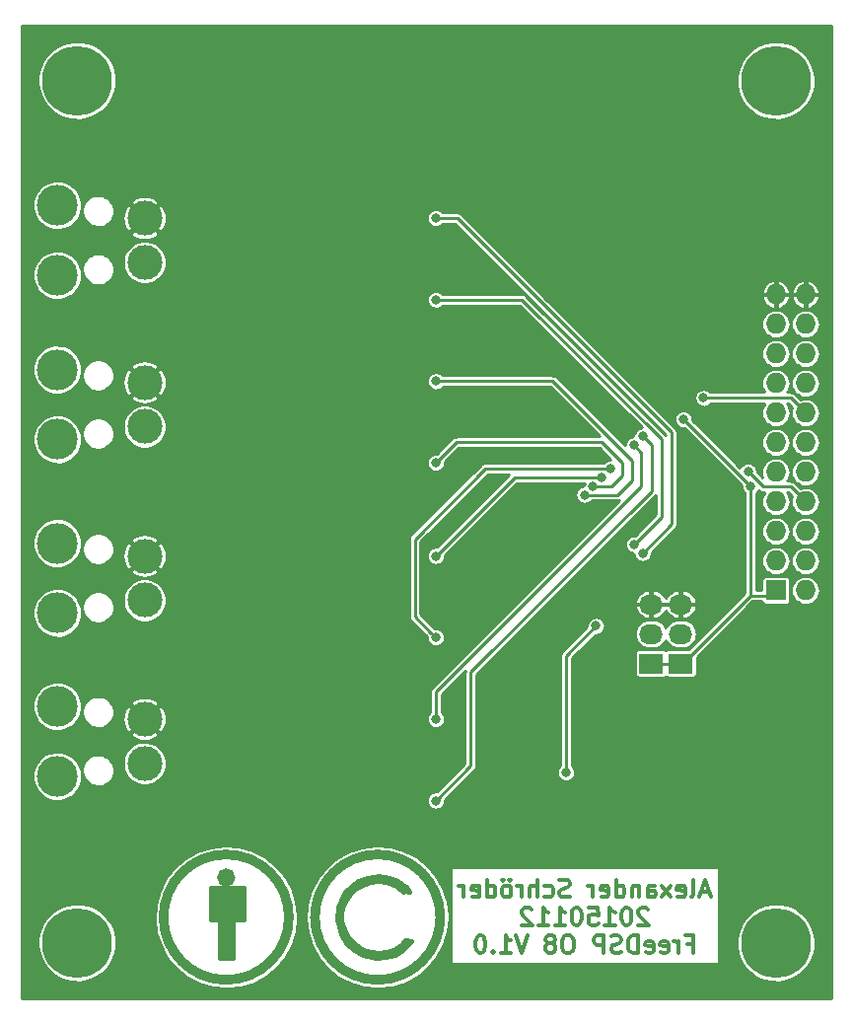
<source format=gbr>
G04 #@! TF.FileFunction,Copper,L2,Bot,Signal*
%FSLAX46Y46*%
G04 Gerber Fmt 4.6, Leading zero omitted, Abs format (unit mm)*
G04 Created by KiCad (PCBNEW 4.0.1-stable) date 18.01.2016 18:42:26*
%MOMM*%
G01*
G04 APERTURE LIST*
%ADD10C,0.100000*%
%ADD11C,0.300000*%
%ADD12C,0.381000*%
%ADD13R,1.727200X1.727200*%
%ADD14O,1.727200X1.727200*%
%ADD15C,6.000000*%
%ADD16C,3.000000*%
%ADD17C,3.500000*%
%ADD18R,2.032000X1.727200*%
%ADD19O,2.032000X1.727200*%
%ADD20C,0.800000*%
%ADD21C,0.250000*%
G04 APERTURE END LIST*
D10*
D11*
X59478570Y-74850000D02*
X58764284Y-74850000D01*
X59621427Y-75278571D02*
X59121427Y-73778571D01*
X58621427Y-75278571D01*
X57907141Y-75278571D02*
X58049999Y-75207143D01*
X58121427Y-75064286D01*
X58121427Y-73778571D01*
X56764285Y-75207143D02*
X56907142Y-75278571D01*
X57192856Y-75278571D01*
X57335713Y-75207143D01*
X57407142Y-75064286D01*
X57407142Y-74492857D01*
X57335713Y-74350000D01*
X57192856Y-74278571D01*
X56907142Y-74278571D01*
X56764285Y-74350000D01*
X56692856Y-74492857D01*
X56692856Y-74635714D01*
X57407142Y-74778571D01*
X56192856Y-75278571D02*
X55407142Y-74278571D01*
X56192856Y-74278571D02*
X55407142Y-75278571D01*
X54192856Y-75278571D02*
X54192856Y-74492857D01*
X54264285Y-74350000D01*
X54407142Y-74278571D01*
X54692856Y-74278571D01*
X54835713Y-74350000D01*
X54192856Y-75207143D02*
X54335713Y-75278571D01*
X54692856Y-75278571D01*
X54835713Y-75207143D01*
X54907142Y-75064286D01*
X54907142Y-74921429D01*
X54835713Y-74778571D01*
X54692856Y-74707143D01*
X54335713Y-74707143D01*
X54192856Y-74635714D01*
X53478570Y-74278571D02*
X53478570Y-75278571D01*
X53478570Y-74421429D02*
X53407142Y-74350000D01*
X53264284Y-74278571D01*
X53049999Y-74278571D01*
X52907142Y-74350000D01*
X52835713Y-74492857D01*
X52835713Y-75278571D01*
X51478570Y-75278571D02*
X51478570Y-73778571D01*
X51478570Y-75207143D02*
X51621427Y-75278571D01*
X51907141Y-75278571D01*
X52049999Y-75207143D01*
X52121427Y-75135714D01*
X52192856Y-74992857D01*
X52192856Y-74564286D01*
X52121427Y-74421429D01*
X52049999Y-74350000D01*
X51907141Y-74278571D01*
X51621427Y-74278571D01*
X51478570Y-74350000D01*
X50192856Y-75207143D02*
X50335713Y-75278571D01*
X50621427Y-75278571D01*
X50764284Y-75207143D01*
X50835713Y-75064286D01*
X50835713Y-74492857D01*
X50764284Y-74350000D01*
X50621427Y-74278571D01*
X50335713Y-74278571D01*
X50192856Y-74350000D01*
X50121427Y-74492857D01*
X50121427Y-74635714D01*
X50835713Y-74778571D01*
X49478570Y-75278571D02*
X49478570Y-74278571D01*
X49478570Y-74564286D02*
X49407142Y-74421429D01*
X49335713Y-74350000D01*
X49192856Y-74278571D01*
X49049999Y-74278571D01*
X47478571Y-75207143D02*
X47264285Y-75278571D01*
X46907142Y-75278571D01*
X46764285Y-75207143D01*
X46692856Y-75135714D01*
X46621428Y-74992857D01*
X46621428Y-74850000D01*
X46692856Y-74707143D01*
X46764285Y-74635714D01*
X46907142Y-74564286D01*
X47192856Y-74492857D01*
X47335714Y-74421429D01*
X47407142Y-74350000D01*
X47478571Y-74207143D01*
X47478571Y-74064286D01*
X47407142Y-73921429D01*
X47335714Y-73850000D01*
X47192856Y-73778571D01*
X46835714Y-73778571D01*
X46621428Y-73850000D01*
X45335714Y-75207143D02*
X45478571Y-75278571D01*
X45764285Y-75278571D01*
X45907143Y-75207143D01*
X45978571Y-75135714D01*
X46050000Y-74992857D01*
X46050000Y-74564286D01*
X45978571Y-74421429D01*
X45907143Y-74350000D01*
X45764285Y-74278571D01*
X45478571Y-74278571D01*
X45335714Y-74350000D01*
X44692857Y-75278571D02*
X44692857Y-73778571D01*
X44050000Y-75278571D02*
X44050000Y-74492857D01*
X44121429Y-74350000D01*
X44264286Y-74278571D01*
X44478571Y-74278571D01*
X44621429Y-74350000D01*
X44692857Y-74421429D01*
X43335714Y-75278571D02*
X43335714Y-74278571D01*
X43335714Y-74564286D02*
X43264286Y-74421429D01*
X43192857Y-74350000D01*
X43050000Y-74278571D01*
X42907143Y-74278571D01*
X42192857Y-75278571D02*
X42335715Y-75207143D01*
X42407143Y-75135714D01*
X42478572Y-74992857D01*
X42478572Y-74564286D01*
X42407143Y-74421429D01*
X42335715Y-74350000D01*
X42192857Y-74278571D01*
X41978572Y-74278571D01*
X41835715Y-74350000D01*
X41764286Y-74421429D01*
X41692857Y-74564286D01*
X41692857Y-74992857D01*
X41764286Y-75135714D01*
X41835715Y-75207143D01*
X41978572Y-75278571D01*
X42192857Y-75278571D01*
X42335715Y-73778571D02*
X42264286Y-73850000D01*
X42335715Y-73921429D01*
X42407143Y-73850000D01*
X42335715Y-73778571D01*
X42335715Y-73921429D01*
X41764286Y-73778571D02*
X41692857Y-73850000D01*
X41764286Y-73921429D01*
X41835715Y-73850000D01*
X41764286Y-73778571D01*
X41764286Y-73921429D01*
X40407143Y-75278571D02*
X40407143Y-73778571D01*
X40407143Y-75207143D02*
X40550000Y-75278571D01*
X40835714Y-75278571D01*
X40978572Y-75207143D01*
X41050000Y-75135714D01*
X41121429Y-74992857D01*
X41121429Y-74564286D01*
X41050000Y-74421429D01*
X40978572Y-74350000D01*
X40835714Y-74278571D01*
X40550000Y-74278571D01*
X40407143Y-74350000D01*
X39121429Y-75207143D02*
X39264286Y-75278571D01*
X39550000Y-75278571D01*
X39692857Y-75207143D01*
X39764286Y-75064286D01*
X39764286Y-74492857D01*
X39692857Y-74350000D01*
X39550000Y-74278571D01*
X39264286Y-74278571D01*
X39121429Y-74350000D01*
X39050000Y-74492857D01*
X39050000Y-74635714D01*
X39764286Y-74778571D01*
X38407143Y-75278571D02*
X38407143Y-74278571D01*
X38407143Y-74564286D02*
X38335715Y-74421429D01*
X38264286Y-74350000D01*
X38121429Y-74278571D01*
X37978572Y-74278571D01*
X54228570Y-76321429D02*
X54157141Y-76250000D01*
X54014284Y-76178571D01*
X53657141Y-76178571D01*
X53514284Y-76250000D01*
X53442855Y-76321429D01*
X53371427Y-76464286D01*
X53371427Y-76607143D01*
X53442855Y-76821429D01*
X54299998Y-77678571D01*
X53371427Y-77678571D01*
X52442856Y-76178571D02*
X52299999Y-76178571D01*
X52157142Y-76250000D01*
X52085713Y-76321429D01*
X52014284Y-76464286D01*
X51942856Y-76750000D01*
X51942856Y-77107143D01*
X52014284Y-77392857D01*
X52085713Y-77535714D01*
X52157142Y-77607143D01*
X52299999Y-77678571D01*
X52442856Y-77678571D01*
X52585713Y-77607143D01*
X52657142Y-77535714D01*
X52728570Y-77392857D01*
X52799999Y-77107143D01*
X52799999Y-76750000D01*
X52728570Y-76464286D01*
X52657142Y-76321429D01*
X52585713Y-76250000D01*
X52442856Y-76178571D01*
X50514285Y-77678571D02*
X51371428Y-77678571D01*
X50942856Y-77678571D02*
X50942856Y-76178571D01*
X51085713Y-76392857D01*
X51228571Y-76535714D01*
X51371428Y-76607143D01*
X49157142Y-76178571D02*
X49871428Y-76178571D01*
X49942857Y-76892857D01*
X49871428Y-76821429D01*
X49728571Y-76750000D01*
X49371428Y-76750000D01*
X49228571Y-76821429D01*
X49157142Y-76892857D01*
X49085714Y-77035714D01*
X49085714Y-77392857D01*
X49157142Y-77535714D01*
X49228571Y-77607143D01*
X49371428Y-77678571D01*
X49728571Y-77678571D01*
X49871428Y-77607143D01*
X49942857Y-77535714D01*
X48157143Y-76178571D02*
X48014286Y-76178571D01*
X47871429Y-76250000D01*
X47800000Y-76321429D01*
X47728571Y-76464286D01*
X47657143Y-76750000D01*
X47657143Y-77107143D01*
X47728571Y-77392857D01*
X47800000Y-77535714D01*
X47871429Y-77607143D01*
X48014286Y-77678571D01*
X48157143Y-77678571D01*
X48300000Y-77607143D01*
X48371429Y-77535714D01*
X48442857Y-77392857D01*
X48514286Y-77107143D01*
X48514286Y-76750000D01*
X48442857Y-76464286D01*
X48371429Y-76321429D01*
X48300000Y-76250000D01*
X48157143Y-76178571D01*
X46228572Y-77678571D02*
X47085715Y-77678571D01*
X46657143Y-77678571D02*
X46657143Y-76178571D01*
X46800000Y-76392857D01*
X46942858Y-76535714D01*
X47085715Y-76607143D01*
X44800001Y-77678571D02*
X45657144Y-77678571D01*
X45228572Y-77678571D02*
X45228572Y-76178571D01*
X45371429Y-76392857D01*
X45514287Y-76535714D01*
X45657144Y-76607143D01*
X44228573Y-76321429D02*
X44157144Y-76250000D01*
X44014287Y-76178571D01*
X43657144Y-76178571D01*
X43514287Y-76250000D01*
X43442858Y-76321429D01*
X43371430Y-76464286D01*
X43371430Y-76607143D01*
X43442858Y-76821429D01*
X44300001Y-77678571D01*
X43371430Y-77678571D01*
X57621427Y-79292857D02*
X58121427Y-79292857D01*
X58121427Y-80078571D02*
X58121427Y-78578571D01*
X57407141Y-78578571D01*
X56835713Y-80078571D02*
X56835713Y-79078571D01*
X56835713Y-79364286D02*
X56764285Y-79221429D01*
X56692856Y-79150000D01*
X56549999Y-79078571D01*
X56407142Y-79078571D01*
X55335714Y-80007143D02*
X55478571Y-80078571D01*
X55764285Y-80078571D01*
X55907142Y-80007143D01*
X55978571Y-79864286D01*
X55978571Y-79292857D01*
X55907142Y-79150000D01*
X55764285Y-79078571D01*
X55478571Y-79078571D01*
X55335714Y-79150000D01*
X55264285Y-79292857D01*
X55264285Y-79435714D01*
X55978571Y-79578571D01*
X54050000Y-80007143D02*
X54192857Y-80078571D01*
X54478571Y-80078571D01*
X54621428Y-80007143D01*
X54692857Y-79864286D01*
X54692857Y-79292857D01*
X54621428Y-79150000D01*
X54478571Y-79078571D01*
X54192857Y-79078571D01*
X54050000Y-79150000D01*
X53978571Y-79292857D01*
X53978571Y-79435714D01*
X54692857Y-79578571D01*
X53335714Y-80078571D02*
X53335714Y-78578571D01*
X52978571Y-78578571D01*
X52764286Y-78650000D01*
X52621428Y-78792857D01*
X52550000Y-78935714D01*
X52478571Y-79221429D01*
X52478571Y-79435714D01*
X52550000Y-79721429D01*
X52621428Y-79864286D01*
X52764286Y-80007143D01*
X52978571Y-80078571D01*
X53335714Y-80078571D01*
X51907143Y-80007143D02*
X51692857Y-80078571D01*
X51335714Y-80078571D01*
X51192857Y-80007143D01*
X51121428Y-79935714D01*
X51050000Y-79792857D01*
X51050000Y-79650000D01*
X51121428Y-79507143D01*
X51192857Y-79435714D01*
X51335714Y-79364286D01*
X51621428Y-79292857D01*
X51764286Y-79221429D01*
X51835714Y-79150000D01*
X51907143Y-79007143D01*
X51907143Y-78864286D01*
X51835714Y-78721429D01*
X51764286Y-78650000D01*
X51621428Y-78578571D01*
X51264286Y-78578571D01*
X51050000Y-78650000D01*
X50407143Y-80078571D02*
X50407143Y-78578571D01*
X49835715Y-78578571D01*
X49692857Y-78650000D01*
X49621429Y-78721429D01*
X49550000Y-78864286D01*
X49550000Y-79078571D01*
X49621429Y-79221429D01*
X49692857Y-79292857D01*
X49835715Y-79364286D01*
X50407143Y-79364286D01*
X47478572Y-78578571D02*
X47192858Y-78578571D01*
X47050000Y-78650000D01*
X46907143Y-78792857D01*
X46835715Y-79078571D01*
X46835715Y-79578571D01*
X46907143Y-79864286D01*
X47050000Y-80007143D01*
X47192858Y-80078571D01*
X47478572Y-80078571D01*
X47621429Y-80007143D01*
X47764286Y-79864286D01*
X47835715Y-79578571D01*
X47835715Y-79078571D01*
X47764286Y-78792857D01*
X47621429Y-78650000D01*
X47478572Y-78578571D01*
X45978571Y-79221429D02*
X46121429Y-79150000D01*
X46192857Y-79078571D01*
X46264286Y-78935714D01*
X46264286Y-78864286D01*
X46192857Y-78721429D01*
X46121429Y-78650000D01*
X45978571Y-78578571D01*
X45692857Y-78578571D01*
X45550000Y-78650000D01*
X45478571Y-78721429D01*
X45407143Y-78864286D01*
X45407143Y-78935714D01*
X45478571Y-79078571D01*
X45550000Y-79150000D01*
X45692857Y-79221429D01*
X45978571Y-79221429D01*
X46121429Y-79292857D01*
X46192857Y-79364286D01*
X46264286Y-79507143D01*
X46264286Y-79792857D01*
X46192857Y-79935714D01*
X46121429Y-80007143D01*
X45978571Y-80078571D01*
X45692857Y-80078571D01*
X45550000Y-80007143D01*
X45478571Y-79935714D01*
X45407143Y-79792857D01*
X45407143Y-79507143D01*
X45478571Y-79364286D01*
X45550000Y-79292857D01*
X45692857Y-79221429D01*
X43835715Y-78578571D02*
X43335715Y-80078571D01*
X42835715Y-78578571D01*
X41550001Y-80078571D02*
X42407144Y-80078571D01*
X41978572Y-80078571D02*
X41978572Y-78578571D01*
X42121429Y-78792857D01*
X42264287Y-78935714D01*
X42407144Y-79007143D01*
X40907144Y-79935714D02*
X40835716Y-80007143D01*
X40907144Y-80078571D01*
X40978573Y-80007143D01*
X40907144Y-79935714D01*
X40907144Y-80078571D01*
X39907144Y-78578571D02*
X39764287Y-78578571D01*
X39621430Y-78650000D01*
X39550001Y-78721429D01*
X39478572Y-78864286D01*
X39407144Y-79150000D01*
X39407144Y-79507143D01*
X39478572Y-79792857D01*
X39550001Y-79935714D01*
X39621430Y-80007143D01*
X39764287Y-80078571D01*
X39907144Y-80078571D01*
X40050001Y-80007143D01*
X40121430Y-79935714D01*
X40192858Y-79792857D01*
X40264287Y-79507143D01*
X40264287Y-79150000D01*
X40192858Y-78864286D01*
X40121430Y-78721429D01*
X40050001Y-78650000D01*
X39907144Y-78578571D01*
D12*
X33450000Y-74400000D02*
X33700000Y-74800000D01*
X33700000Y-74800000D02*
X33275000Y-74775000D01*
X33275000Y-74775000D02*
X33400000Y-74450000D01*
X33625000Y-79250000D02*
X33850000Y-79025000D01*
X33850000Y-79025000D02*
X33450000Y-78975000D01*
X33300000Y-79375000D02*
X32875000Y-79750000D01*
X32875000Y-79750000D02*
X32850000Y-79750000D01*
X32800860Y-79900680D02*
X31200660Y-80299460D01*
X31200660Y-80299460D02*
X29699520Y-79999740D01*
X29699520Y-79999740D02*
X28698760Y-79301240D01*
X28698760Y-79301240D02*
X28000260Y-78198880D01*
X28000260Y-78198880D02*
X27700540Y-77200660D01*
X27700540Y-77200660D02*
X27901200Y-75999240D01*
X27901200Y-75999240D02*
X28500640Y-74800360D01*
X28500640Y-74800360D02*
X29498860Y-74000260D01*
X29498860Y-74000260D02*
X30900940Y-73700540D01*
X30900940Y-73700540D02*
X32300480Y-73901200D01*
X32300480Y-73901200D02*
X33199640Y-74500640D01*
X33400300Y-78998980D02*
X32998980Y-79400300D01*
X32998980Y-79400300D02*
X32399540Y-79799080D01*
X32399540Y-79799080D02*
X31800100Y-79999740D01*
X31800100Y-79999740D02*
X31099060Y-80098800D01*
X31099060Y-80098800D02*
X30400560Y-79999740D01*
X30400560Y-79999740D02*
X29699520Y-79799080D01*
X29699520Y-79799080D02*
X29100080Y-79301240D01*
X29100080Y-79301240D02*
X28500640Y-78699260D01*
X28500640Y-78699260D02*
X28200920Y-78198880D01*
X28200920Y-78198880D02*
X27901200Y-77398780D01*
X27901200Y-77398780D02*
X27901200Y-76799340D01*
X27901200Y-76799340D02*
X28000260Y-76199900D01*
X28000260Y-76199900D02*
X28200920Y-75699520D01*
X28200920Y-75699520D02*
X28599700Y-75001020D01*
X28599700Y-75001020D02*
X29100080Y-74599700D01*
X29100080Y-74599700D02*
X29699520Y-74200920D01*
X29699520Y-74200920D02*
X30298960Y-74000260D01*
X30298960Y-74000260D02*
X31000000Y-73901200D01*
X31000000Y-73901200D02*
X31800100Y-74000260D01*
X31800100Y-74000260D02*
X32600200Y-74299980D01*
X32600200Y-74299980D02*
X33199640Y-74800360D01*
X33400300Y-74399040D02*
X32699260Y-73901200D01*
X32699260Y-73901200D02*
X32000760Y-73598940D01*
X32000760Y-73598940D02*
X31099060Y-73499880D01*
X31099060Y-73499880D02*
X30199900Y-73598940D01*
X30199900Y-73598940D02*
X29300740Y-73901200D01*
X29300740Y-73901200D02*
X28200920Y-74800360D01*
X28200920Y-74800360D02*
X27598940Y-76100840D01*
X27598940Y-76100840D02*
X27499880Y-77200660D01*
X27499880Y-77200660D02*
X27901200Y-78501140D01*
X27901200Y-78501140D02*
X28299980Y-79199640D01*
X28299980Y-79199640D02*
X29001020Y-79799080D01*
X29001020Y-79799080D02*
X29699520Y-80200400D01*
X29699520Y-80200400D02*
X30799340Y-80500120D01*
X30799340Y-80500120D02*
X31701040Y-80401060D01*
X31701040Y-80401060D02*
X32501140Y-80200400D01*
X32501140Y-80200400D02*
X33100580Y-79799080D01*
X33100580Y-79799080D02*
X33600960Y-79301240D01*
X31000000Y-71599960D02*
X31500380Y-71599960D01*
X31500380Y-71599960D02*
X32300480Y-71899680D01*
X32300480Y-71899680D02*
X32998980Y-72100340D01*
X32998980Y-72100340D02*
X33700020Y-72301000D01*
X33700020Y-72301000D02*
X34299460Y-72798840D01*
X34299460Y-72798840D02*
X35000500Y-73400820D01*
X35000500Y-73400820D02*
X35500880Y-74000260D01*
X35500880Y-74000260D02*
X36001260Y-74899420D01*
X36001260Y-74899420D02*
X36300980Y-75900180D01*
X36300980Y-75900180D02*
X36400040Y-77099060D01*
X36400040Y-77099060D02*
X36199380Y-78300480D01*
X36199380Y-78300480D02*
X35800600Y-79400300D01*
X35800600Y-79400300D02*
X34799840Y-80898900D01*
X34799840Y-80898900D02*
X33600960Y-81800600D01*
X33600960Y-81800600D02*
X32300480Y-82300980D01*
X32300480Y-82300980D02*
X30900940Y-82300980D01*
X30900940Y-82300980D02*
X29399800Y-82199380D01*
X29399800Y-82199380D02*
X28399040Y-81699000D01*
X28399040Y-81699000D02*
X26798840Y-80401060D01*
X26798840Y-80401060D02*
X25998740Y-78800860D01*
X25998740Y-78800860D02*
X25599960Y-77299720D01*
X25599960Y-77299720D02*
X25800620Y-75600460D01*
X25800620Y-75600460D02*
X26301000Y-74500640D01*
X26301000Y-74500640D02*
X27598940Y-72900440D01*
X27598940Y-72900440D02*
X28599700Y-72199400D01*
X28599700Y-72199400D02*
X29600460Y-71800620D01*
X29600460Y-71800620D02*
X31000000Y-71699020D01*
X36180604Y-77000000D02*
G75*
G03X36180604Y-77000000I-5180604J0D01*
G01*
X36588000Y-77000000D02*
G75*
G03X36588000Y-77000000I-5588000J0D01*
G01*
X18398780Y-77299720D02*
X18398780Y-80299460D01*
X18398780Y-80299460D02*
X18200660Y-80299460D01*
X18200660Y-80299460D02*
X18200660Y-77299720D01*
X18200660Y-77299720D02*
X17900940Y-77299720D01*
X17900940Y-77299720D02*
X17900940Y-80401060D01*
X17900940Y-80401060D02*
X17700280Y-80401060D01*
X17700280Y-80401060D02*
X17700280Y-77299720D01*
X16801120Y-75100080D02*
X19399540Y-75100080D01*
X19399540Y-75100080D02*
X19399540Y-75498860D01*
X19399540Y-75498860D02*
X19399540Y-75399800D01*
X19399540Y-75399800D02*
X16801120Y-75399800D01*
X16801120Y-75399800D02*
X16801120Y-75699520D01*
X16801120Y-75699520D02*
X19300480Y-75699520D01*
X19300480Y-75699520D02*
X19300480Y-75900180D01*
X19300480Y-75900180D02*
X16900180Y-75900180D01*
X16900180Y-75900180D02*
X16900180Y-76199900D01*
X16900180Y-76199900D02*
X19399540Y-76199900D01*
X19399540Y-76199900D02*
X19399540Y-76499620D01*
X19399540Y-76499620D02*
X16900180Y-76499620D01*
X16900180Y-76499620D02*
X16900180Y-76700280D01*
X16900180Y-76700280D02*
X19399540Y-76700280D01*
X19399540Y-76700280D02*
X19399540Y-76900940D01*
X19399540Y-76900940D02*
X16900180Y-76900940D01*
X19399540Y-74800360D02*
X16900180Y-74800360D01*
X17700280Y-73200160D02*
X17700280Y-74000260D01*
X18299720Y-73200160D02*
X18299720Y-73901200D01*
X18000000Y-73200160D02*
X18000000Y-74000260D01*
X18599440Y-80500120D02*
X17499620Y-80500120D01*
X17499620Y-80500120D02*
X17499620Y-77299720D01*
X18599440Y-77299720D02*
X18599440Y-80500120D01*
X19501140Y-74500640D02*
X16699520Y-74500640D01*
X16699520Y-74500640D02*
X16699520Y-77200660D01*
X16699520Y-77200660D02*
X19501140Y-77200660D01*
X19501140Y-77200660D02*
X19501140Y-74500640D01*
X18583277Y-73598940D02*
G75*
G03X18583277Y-73598940I-583277J0D01*
G01*
X18000000Y-71599960D02*
X18500380Y-71599960D01*
X18500380Y-71599960D02*
X19300480Y-71899680D01*
X19300480Y-71899680D02*
X19998980Y-72100340D01*
X19998980Y-72100340D02*
X20700020Y-72301000D01*
X20700020Y-72301000D02*
X21299460Y-72798840D01*
X21299460Y-72798840D02*
X22000500Y-73400820D01*
X22000500Y-73400820D02*
X22500880Y-74000260D01*
X22500880Y-74000260D02*
X23001260Y-74899420D01*
X23001260Y-74899420D02*
X23300980Y-75900180D01*
X23300980Y-75900180D02*
X23400040Y-77099060D01*
X23400040Y-77099060D02*
X23199380Y-78300480D01*
X23199380Y-78300480D02*
X22800600Y-79400300D01*
X22800600Y-79400300D02*
X21799840Y-80898900D01*
X21799840Y-80898900D02*
X20600960Y-81800600D01*
X20600960Y-81800600D02*
X19300480Y-82300980D01*
X19300480Y-82300980D02*
X17900940Y-82300980D01*
X17900940Y-82300980D02*
X16399800Y-82199380D01*
X16399800Y-82199380D02*
X15399040Y-81699000D01*
X15399040Y-81699000D02*
X13798840Y-80401060D01*
X13798840Y-80401060D02*
X12998740Y-78800860D01*
X12998740Y-78800860D02*
X12599960Y-77299720D01*
X12599960Y-77299720D02*
X12800620Y-75600460D01*
X12800620Y-75600460D02*
X13301000Y-74500640D01*
X13301000Y-74500640D02*
X14598940Y-72900440D01*
X14598940Y-72900440D02*
X15599700Y-72199400D01*
X15599700Y-72199400D02*
X16600460Y-71800620D01*
X16600460Y-71800620D02*
X18000000Y-71699020D01*
X23180604Y-77000000D02*
G75*
G03X23180604Y-77000000I-5180604J0D01*
G01*
X23588000Y-77000000D02*
G75*
G03X23588000Y-77000000I-5588000J0D01*
G01*
D13*
X65200000Y-48950000D03*
D14*
X67740000Y-48950000D03*
X65200000Y-46410000D03*
X67740000Y-46410000D03*
X65200000Y-43870000D03*
X67740000Y-43870000D03*
X65200000Y-41330000D03*
X67740000Y-41330000D03*
X65200000Y-38790000D03*
X67740000Y-38790000D03*
X65200000Y-36250000D03*
X67740000Y-36250000D03*
X65200000Y-33710000D03*
X67740000Y-33710000D03*
X65200000Y-31170000D03*
X67740000Y-31170000D03*
X65200000Y-28630000D03*
X67740000Y-28630000D03*
X65200000Y-26090000D03*
X67740000Y-26090000D03*
X65200000Y-23550000D03*
X67740000Y-23550000D03*
D15*
X5200000Y-79200000D03*
X65200000Y-79200000D03*
X65200000Y-5200000D03*
D16*
X11000000Y-17000000D03*
X11000000Y-20800000D03*
D17*
X3500000Y-15900000D03*
X3500000Y-21900000D03*
D16*
X11000000Y-31100000D03*
X11000000Y-34900000D03*
D17*
X3500000Y-30000000D03*
X3500000Y-36000000D03*
D16*
X11000000Y-46000000D03*
X11000000Y-49800000D03*
D17*
X3500000Y-44900000D03*
X3500000Y-50900000D03*
D16*
X11000000Y-60000000D03*
X11000000Y-63800000D03*
D17*
X3500000Y-58900000D03*
X3500000Y-64900000D03*
D15*
X5200000Y-5200000D03*
D18*
X57015000Y-55225001D03*
D19*
X57015000Y-52685001D03*
X57015000Y-50145001D03*
D18*
X54475000Y-55225001D03*
D19*
X54475000Y-52685001D03*
X54475000Y-50145001D03*
D20*
X49750000Y-52000000D03*
X47200000Y-64600000D03*
X50600000Y-28400000D03*
X57250000Y-34250000D03*
X63000000Y-40000000D03*
X53750000Y-35750000D03*
X36000000Y-67000000D03*
X53000000Y-36500000D03*
X36000000Y-60000000D03*
X51000000Y-38500000D03*
X36000000Y-53000000D03*
X50250000Y-39250000D03*
X36000000Y-46000000D03*
X49500000Y-40000000D03*
X36000000Y-38000000D03*
X48750000Y-40750000D03*
X36000000Y-31000000D03*
X53000000Y-45000000D03*
X36000000Y-24000000D03*
X53750000Y-45750000D03*
X36000000Y-17000000D03*
X62800916Y-38728370D03*
X58981873Y-32435634D03*
D21*
X49750000Y-52000000D02*
X47200000Y-54550000D01*
X47200000Y-54550000D02*
X47200000Y-56550000D01*
X47200000Y-64600000D02*
X47200000Y-56550000D01*
X63000000Y-49389636D02*
X64869081Y-49389636D01*
X64869081Y-49389636D02*
X65200000Y-49058717D01*
X65200000Y-49058717D02*
X65200000Y-48950000D01*
X63000000Y-46763042D02*
X63000000Y-40000000D01*
X63000000Y-49389636D02*
X63000000Y-46763042D01*
X57164635Y-55225001D02*
X63000000Y-49389636D01*
X57015000Y-55225001D02*
X57164635Y-55225001D01*
X57015000Y-55225001D02*
X54475000Y-55225001D01*
X63000000Y-40000000D02*
X57250000Y-34250000D01*
X65186958Y-48950000D02*
X65200000Y-48950000D01*
X53750000Y-35750000D02*
X54512242Y-36512242D01*
X54512242Y-36512242D02*
X54512242Y-40449842D01*
X54512242Y-40449842D02*
X39000000Y-55962084D01*
X39000000Y-55962084D02*
X39000000Y-64000000D01*
X39000000Y-64000000D02*
X36000000Y-67000000D01*
X36000000Y-60000000D02*
X36000000Y-57650597D01*
X36000000Y-57650597D02*
X53654458Y-39996139D01*
X53654458Y-39996139D02*
X53654458Y-37154458D01*
X53654458Y-37154458D02*
X53000000Y-36500000D01*
X51000000Y-38500000D02*
X40250000Y-38500000D01*
X40250000Y-38500000D02*
X34186517Y-44563483D01*
X34186517Y-44563483D02*
X34186517Y-51186517D01*
X34186517Y-51186517D02*
X35600001Y-52600001D01*
X35600001Y-52600001D02*
X36000000Y-53000000D01*
X50250000Y-39250000D02*
X42750000Y-39250000D01*
X42750000Y-39250000D02*
X36000000Y-46000000D01*
X49500000Y-40000000D02*
X51084333Y-40000000D01*
X51084333Y-40000000D02*
X51995603Y-39088730D01*
X51995603Y-39088730D02*
X51995603Y-38012348D01*
X51995603Y-38012348D02*
X50233255Y-36250000D01*
X37750000Y-36250000D02*
X36000000Y-38000000D01*
X50233255Y-36250000D02*
X37750000Y-36250000D01*
X48750000Y-40750000D02*
X51582019Y-40750000D01*
X51582019Y-40750000D02*
X52825030Y-39506989D01*
X52825030Y-39506989D02*
X52825030Y-37799029D01*
X52825030Y-37799029D02*
X46026001Y-31000000D01*
X46026001Y-31000000D02*
X36000000Y-31000000D01*
X53000000Y-45000000D02*
X55370431Y-42629569D01*
X55370431Y-42629569D02*
X55370431Y-35977071D01*
X55370431Y-35977071D02*
X43393360Y-24000000D01*
X43393360Y-24000000D02*
X36000000Y-24000000D01*
X53750000Y-45750000D02*
X56224415Y-43275585D01*
X56224415Y-43275585D02*
X56224415Y-35400126D01*
X37824289Y-17000000D02*
X36000000Y-17000000D01*
X56224415Y-35400126D02*
X37824289Y-17000000D01*
X67740000Y-41330000D02*
X66467699Y-40057699D01*
X66467699Y-40057699D02*
X64130245Y-40057699D01*
X64130245Y-40057699D02*
X63200915Y-39128369D01*
X63200915Y-39128369D02*
X62800916Y-38728370D01*
X66465634Y-32435634D02*
X58981873Y-32435634D01*
X67740000Y-33710000D02*
X66465634Y-32435634D01*
G36*
X69950000Y-83950000D02*
X450000Y-83950000D01*
X450000Y-79483779D01*
X1820564Y-79483779D01*
X1940044Y-80134777D01*
X2183696Y-80750170D01*
X2542237Y-81306517D01*
X3002012Y-81782628D01*
X3545507Y-82160367D01*
X4152021Y-82425346D01*
X4798453Y-82567474D01*
X5460180Y-82581335D01*
X6111996Y-82466402D01*
X6729075Y-82227053D01*
X7287911Y-81872405D01*
X7767220Y-81415965D01*
X8148744Y-80875120D01*
X8417952Y-80270470D01*
X8564588Y-79625046D01*
X8575145Y-78869064D01*
X8446586Y-78219798D01*
X8194367Y-77607867D01*
X7847583Y-77085916D01*
X11847100Y-77085916D01*
X11980969Y-78279385D01*
X12344101Y-79424122D01*
X12922664Y-80476524D01*
X13694622Y-81396508D01*
X14630570Y-82149029D01*
X15694858Y-82705426D01*
X16846949Y-83044505D01*
X18042959Y-83153350D01*
X19237333Y-83027816D01*
X20384577Y-82672685D01*
X21440994Y-82101483D01*
X22366344Y-81335967D01*
X23125381Y-80405295D01*
X23689194Y-79344917D01*
X24036308Y-78195221D01*
X24145075Y-77085916D01*
X24847100Y-77085916D01*
X24980969Y-78279385D01*
X25344101Y-79424122D01*
X25922664Y-80476524D01*
X26694622Y-81396508D01*
X27630570Y-82149029D01*
X28694858Y-82705426D01*
X29846949Y-83044505D01*
X31042959Y-83153350D01*
X32237333Y-83027816D01*
X33384577Y-82672685D01*
X34440994Y-82101483D01*
X35366344Y-81335967D01*
X36125381Y-80405295D01*
X36689194Y-79344917D01*
X37036308Y-78195221D01*
X37153500Y-77000000D01*
X37151101Y-76828184D01*
X37000582Y-75636701D01*
X36621502Y-74497146D01*
X36028301Y-73452924D01*
X35399975Y-72725000D01*
X37310716Y-72725000D01*
X37310716Y-80975000D01*
X60289285Y-80975000D01*
X60289285Y-79483779D01*
X61820564Y-79483779D01*
X61940044Y-80134777D01*
X62183696Y-80750170D01*
X62542237Y-81306517D01*
X63002012Y-81782628D01*
X63545507Y-82160367D01*
X64152021Y-82425346D01*
X64798453Y-82567474D01*
X65460180Y-82581335D01*
X66111996Y-82466402D01*
X66729075Y-82227053D01*
X67287911Y-81872405D01*
X67767220Y-81415965D01*
X68148744Y-80875120D01*
X68417952Y-80270470D01*
X68564588Y-79625046D01*
X68575145Y-78869064D01*
X68446586Y-78219798D01*
X68194367Y-77607867D01*
X67828092Y-77056580D01*
X67361715Y-76586935D01*
X66812999Y-76216821D01*
X66202844Y-75960336D01*
X65554491Y-75827248D01*
X64892635Y-75822627D01*
X64242487Y-75946650D01*
X63628810Y-76194591D01*
X63074980Y-76557008D01*
X62602090Y-77020095D01*
X62228155Y-77566214D01*
X61967416Y-78174564D01*
X61829805Y-78821972D01*
X61820564Y-79483779D01*
X60289285Y-79483779D01*
X60289285Y-72725000D01*
X37310716Y-72725000D01*
X35399975Y-72725000D01*
X35243574Y-72543808D01*
X34297210Y-71804428D01*
X33225257Y-71262945D01*
X32068544Y-70939985D01*
X30871131Y-70847850D01*
X29678626Y-70990047D01*
X28536452Y-71361162D01*
X27488114Y-71947058D01*
X26573543Y-72725420D01*
X25827573Y-73666599D01*
X25278620Y-74734746D01*
X24947593Y-75889175D01*
X24847100Y-77085916D01*
X24145075Y-77085916D01*
X24153500Y-77000000D01*
X24151101Y-76828184D01*
X24000582Y-75636701D01*
X23621502Y-74497146D01*
X23028301Y-73452924D01*
X22243574Y-72543808D01*
X21297210Y-71804428D01*
X20225257Y-71262945D01*
X19068544Y-70939985D01*
X17871131Y-70847850D01*
X16678626Y-70990047D01*
X15536452Y-71361162D01*
X14488114Y-71947058D01*
X13573543Y-72725420D01*
X12827573Y-73666599D01*
X12278620Y-74734746D01*
X11947593Y-75889175D01*
X11847100Y-77085916D01*
X7847583Y-77085916D01*
X7828092Y-77056580D01*
X7361715Y-76586935D01*
X6812999Y-76216821D01*
X6202844Y-75960336D01*
X5554491Y-75827248D01*
X4892635Y-75822627D01*
X4242487Y-75946650D01*
X3628810Y-76194591D01*
X3074980Y-76557008D01*
X2602090Y-77020095D01*
X2228155Y-77566214D01*
X1967416Y-78174564D01*
X1829805Y-78821972D01*
X1820564Y-79483779D01*
X450000Y-79483779D01*
X450000Y-65078676D01*
X1372207Y-65078676D01*
X1447435Y-65488563D01*
X1600845Y-65876033D01*
X1826593Y-66226326D01*
X2116081Y-66526099D01*
X2458282Y-66763935D01*
X2840162Y-66930774D01*
X3247174Y-67020261D01*
X3663817Y-67028989D01*
X4074220Y-66956624D01*
X4462751Y-66805922D01*
X4814611Y-66582625D01*
X5116398Y-66295237D01*
X5356617Y-65954705D01*
X5526118Y-65574000D01*
X5618445Y-65167622D01*
X5625091Y-64691633D01*
X5590239Y-64515614D01*
X5623193Y-64515614D01*
X5671870Y-64780835D01*
X5771135Y-65031551D01*
X5917208Y-65258211D01*
X6104523Y-65452182D01*
X6325947Y-65606075D01*
X6573046Y-65714030D01*
X6836407Y-65771934D01*
X7105999Y-65777581D01*
X7371554Y-65730756D01*
X7622956Y-65633244D01*
X7850631Y-65488757D01*
X8045904Y-65302801D01*
X8201340Y-65082456D01*
X8311017Y-64836117D01*
X8370758Y-64573167D01*
X8375059Y-64265174D01*
X8322683Y-64000658D01*
X8304959Y-63957655D01*
X9122536Y-63957655D01*
X9188914Y-64319321D01*
X9324276Y-64661205D01*
X9523465Y-64970287D01*
X9778895Y-65234793D01*
X10080837Y-65444648D01*
X10417790Y-65591859D01*
X10776918Y-65670819D01*
X11144544Y-65678519D01*
X11506664Y-65614668D01*
X11849486Y-65481696D01*
X12159951Y-65284669D01*
X12426233Y-65031091D01*
X12638191Y-64730622D01*
X12787751Y-64394706D01*
X12869216Y-64036137D01*
X12875080Y-63616147D01*
X12803659Y-63255443D01*
X12663537Y-62915482D01*
X12460051Y-62609211D01*
X12200953Y-62348298D01*
X11896110Y-62142679D01*
X11557135Y-62000187D01*
X11196939Y-61926249D01*
X10829242Y-61923682D01*
X10468048Y-61992583D01*
X10127117Y-62130329D01*
X9819433Y-62331671D01*
X9556717Y-62588942D01*
X9348975Y-62892341D01*
X9204120Y-63230313D01*
X9127670Y-63589985D01*
X9122536Y-63957655D01*
X8304959Y-63957655D01*
X8219927Y-63751353D01*
X8070704Y-63526755D01*
X7880699Y-63335418D01*
X7657148Y-63184631D01*
X7408566Y-63080137D01*
X7144422Y-63025916D01*
X6874777Y-63024033D01*
X6609902Y-63074561D01*
X6359886Y-63175574D01*
X6134251Y-63323225D01*
X5941592Y-63511891D01*
X5789248Y-63734384D01*
X5683021Y-63982230D01*
X5626958Y-64245989D01*
X5623193Y-64515614D01*
X5590239Y-64515614D01*
X5544147Y-64282836D01*
X5385342Y-63897546D01*
X5154725Y-63550439D01*
X4861080Y-63254737D01*
X4515592Y-63021702D01*
X4131420Y-62860211D01*
X3723198Y-62776415D01*
X3306474Y-62773506D01*
X2897121Y-62851594D01*
X2510732Y-63007705D01*
X2162024Y-63235894D01*
X1864279Y-63527467D01*
X1628838Y-63871320D01*
X1464669Y-64254355D01*
X1378025Y-64661982D01*
X1372207Y-65078676D01*
X450000Y-65078676D01*
X450000Y-61317870D01*
X9788196Y-61317870D01*
X9954124Y-61567123D01*
X10279950Y-61741051D01*
X10633448Y-61848072D01*
X11001032Y-61884073D01*
X11368577Y-61847670D01*
X11721957Y-61740262D01*
X12045876Y-61567123D01*
X12211804Y-61317870D01*
X11000000Y-60106066D01*
X9788196Y-61317870D01*
X450000Y-61317870D01*
X450000Y-59078676D01*
X1372207Y-59078676D01*
X1447435Y-59488563D01*
X1600845Y-59876033D01*
X1826593Y-60226326D01*
X2116081Y-60526099D01*
X2458282Y-60763935D01*
X2840162Y-60930774D01*
X3247174Y-61020261D01*
X3663817Y-61028989D01*
X4074220Y-60956624D01*
X4462751Y-60805922D01*
X4814611Y-60582625D01*
X5116398Y-60295237D01*
X5356617Y-59954705D01*
X5526118Y-59574000D01*
X5539383Y-59515614D01*
X5623193Y-59515614D01*
X5671870Y-59780835D01*
X5771135Y-60031551D01*
X5917208Y-60258211D01*
X6104523Y-60452182D01*
X6325947Y-60606075D01*
X6573046Y-60714030D01*
X6836407Y-60771934D01*
X7105999Y-60777581D01*
X7371554Y-60730756D01*
X7622956Y-60633244D01*
X7850631Y-60488757D01*
X8045904Y-60302801D01*
X8201340Y-60082456D01*
X8237592Y-60001032D01*
X9115927Y-60001032D01*
X9152330Y-60368577D01*
X9259738Y-60721957D01*
X9432877Y-61045876D01*
X9682130Y-61211804D01*
X10893934Y-60000000D01*
X11106066Y-60000000D01*
X12317870Y-61211804D01*
X12567123Y-61045876D01*
X12741051Y-60720050D01*
X12848072Y-60366552D01*
X12884073Y-59998968D01*
X12847670Y-59631423D01*
X12740262Y-59278043D01*
X12567123Y-58954124D01*
X12317870Y-58788196D01*
X11106066Y-60000000D01*
X10893934Y-60000000D01*
X9682130Y-58788196D01*
X9432877Y-58954124D01*
X9258949Y-59279950D01*
X9151928Y-59633448D01*
X9115927Y-60001032D01*
X8237592Y-60001032D01*
X8311017Y-59836117D01*
X8370758Y-59573167D01*
X8375059Y-59265174D01*
X8322683Y-59000658D01*
X8219927Y-58751353D01*
X8173936Y-58682130D01*
X9788196Y-58682130D01*
X11000000Y-59893934D01*
X12211804Y-58682130D01*
X12045876Y-58432877D01*
X11720050Y-58258949D01*
X11366552Y-58151928D01*
X10998968Y-58115927D01*
X10631423Y-58152330D01*
X10278043Y-58259738D01*
X9954124Y-58432877D01*
X9788196Y-58682130D01*
X8173936Y-58682130D01*
X8070704Y-58526755D01*
X7880699Y-58335418D01*
X7657148Y-58184631D01*
X7408566Y-58080137D01*
X7144422Y-58025916D01*
X6874777Y-58024033D01*
X6609902Y-58074561D01*
X6359886Y-58175574D01*
X6134251Y-58323225D01*
X5941592Y-58511891D01*
X5789248Y-58734384D01*
X5683021Y-58982230D01*
X5626958Y-59245989D01*
X5623193Y-59515614D01*
X5539383Y-59515614D01*
X5618445Y-59167622D01*
X5625091Y-58691633D01*
X5544147Y-58282836D01*
X5385342Y-57897546D01*
X5154725Y-57550439D01*
X4861080Y-57254737D01*
X4515592Y-57021702D01*
X4131420Y-56860211D01*
X3723198Y-56776415D01*
X3306474Y-56773506D01*
X2897121Y-56851594D01*
X2510732Y-57007705D01*
X2162024Y-57235894D01*
X1864279Y-57527467D01*
X1628838Y-57871320D01*
X1464669Y-58254355D01*
X1378025Y-58661982D01*
X1372207Y-59078676D01*
X450000Y-59078676D01*
X450000Y-51078676D01*
X1372207Y-51078676D01*
X1447435Y-51488563D01*
X1600845Y-51876033D01*
X1826593Y-52226326D01*
X2116081Y-52526099D01*
X2458282Y-52763935D01*
X2840162Y-52930774D01*
X3247174Y-53020261D01*
X3663817Y-53028989D01*
X4074220Y-52956624D01*
X4462751Y-52805922D01*
X4814611Y-52582625D01*
X5116398Y-52295237D01*
X5356617Y-51954705D01*
X5526118Y-51574000D01*
X5618445Y-51167622D01*
X5625091Y-50691633D01*
X5590239Y-50515614D01*
X5623193Y-50515614D01*
X5671870Y-50780835D01*
X5771135Y-51031551D01*
X5917208Y-51258211D01*
X6104523Y-51452182D01*
X6325947Y-51606075D01*
X6573046Y-51714030D01*
X6836407Y-51771934D01*
X7105999Y-51777581D01*
X7371554Y-51730756D01*
X7622956Y-51633244D01*
X7850631Y-51488757D01*
X8045904Y-51302801D01*
X8201340Y-51082456D01*
X8311017Y-50836117D01*
X8370758Y-50573167D01*
X8375059Y-50265174D01*
X8322683Y-50000658D01*
X8304959Y-49957655D01*
X9122536Y-49957655D01*
X9188914Y-50319321D01*
X9324276Y-50661205D01*
X9523465Y-50970287D01*
X9778895Y-51234793D01*
X10080837Y-51444648D01*
X10417790Y-51591859D01*
X10776918Y-51670819D01*
X11144544Y-51678519D01*
X11506664Y-51614668D01*
X11849486Y-51481696D01*
X12159951Y-51284669D01*
X12426233Y-51031091D01*
X12638191Y-50730622D01*
X12787751Y-50394706D01*
X12869216Y-50036137D01*
X12875080Y-49616147D01*
X12803659Y-49255443D01*
X12663537Y-48915482D01*
X12460051Y-48609211D01*
X12200953Y-48348298D01*
X11896110Y-48142679D01*
X11557135Y-48000187D01*
X11196939Y-47926249D01*
X10829242Y-47923682D01*
X10468048Y-47992583D01*
X10127117Y-48130329D01*
X9819433Y-48331671D01*
X9556717Y-48588942D01*
X9348975Y-48892341D01*
X9204120Y-49230313D01*
X9127670Y-49589985D01*
X9122536Y-49957655D01*
X8304959Y-49957655D01*
X8219927Y-49751353D01*
X8070704Y-49526755D01*
X7880699Y-49335418D01*
X7657148Y-49184631D01*
X7408566Y-49080137D01*
X7144422Y-49025916D01*
X6874777Y-49024033D01*
X6609902Y-49074561D01*
X6359886Y-49175574D01*
X6134251Y-49323225D01*
X5941592Y-49511891D01*
X5789248Y-49734384D01*
X5683021Y-49982230D01*
X5626958Y-50245989D01*
X5623193Y-50515614D01*
X5590239Y-50515614D01*
X5544147Y-50282836D01*
X5385342Y-49897546D01*
X5154725Y-49550439D01*
X4861080Y-49254737D01*
X4515592Y-49021702D01*
X4131420Y-48860211D01*
X3723198Y-48776415D01*
X3306474Y-48773506D01*
X2897121Y-48851594D01*
X2510732Y-49007705D01*
X2162024Y-49235894D01*
X1864279Y-49527467D01*
X1628838Y-49871320D01*
X1464669Y-50254355D01*
X1378025Y-50661982D01*
X1372207Y-51078676D01*
X450000Y-51078676D01*
X450000Y-47317870D01*
X9788196Y-47317870D01*
X9954124Y-47567123D01*
X10279950Y-47741051D01*
X10633448Y-47848072D01*
X11001032Y-47884073D01*
X11368577Y-47847670D01*
X11721957Y-47740262D01*
X12045876Y-47567123D01*
X12211804Y-47317870D01*
X11000000Y-46106066D01*
X9788196Y-47317870D01*
X450000Y-47317870D01*
X450000Y-45078676D01*
X1372207Y-45078676D01*
X1447435Y-45488563D01*
X1600845Y-45876033D01*
X1826593Y-46226326D01*
X2116081Y-46526099D01*
X2458282Y-46763935D01*
X2840162Y-46930774D01*
X3247174Y-47020261D01*
X3663817Y-47028989D01*
X4074220Y-46956624D01*
X4462751Y-46805922D01*
X4814611Y-46582625D01*
X5116398Y-46295237D01*
X5356617Y-45954705D01*
X5526118Y-45574000D01*
X5539383Y-45515614D01*
X5623193Y-45515614D01*
X5671870Y-45780835D01*
X5771135Y-46031551D01*
X5917208Y-46258211D01*
X6104523Y-46452182D01*
X6325947Y-46606075D01*
X6573046Y-46714030D01*
X6836407Y-46771934D01*
X7105999Y-46777581D01*
X7371554Y-46730756D01*
X7622956Y-46633244D01*
X7850631Y-46488757D01*
X8045904Y-46302801D01*
X8201340Y-46082456D01*
X8237592Y-46001032D01*
X9115927Y-46001032D01*
X9152330Y-46368577D01*
X9259738Y-46721957D01*
X9432877Y-47045876D01*
X9682130Y-47211804D01*
X10893934Y-46000000D01*
X11106066Y-46000000D01*
X12317870Y-47211804D01*
X12567123Y-47045876D01*
X12741051Y-46720050D01*
X12848072Y-46366552D01*
X12884073Y-45998968D01*
X12847670Y-45631423D01*
X12740262Y-45278043D01*
X12567123Y-44954124D01*
X12317870Y-44788196D01*
X11106066Y-46000000D01*
X10893934Y-46000000D01*
X9682130Y-44788196D01*
X9432877Y-44954124D01*
X9258949Y-45279950D01*
X9151928Y-45633448D01*
X9115927Y-46001032D01*
X8237592Y-46001032D01*
X8311017Y-45836117D01*
X8370758Y-45573167D01*
X8375059Y-45265174D01*
X8322683Y-45000658D01*
X8219927Y-44751353D01*
X8173936Y-44682130D01*
X9788196Y-44682130D01*
X11000000Y-45893934D01*
X12211804Y-44682130D01*
X12132821Y-44563483D01*
X33686517Y-44563483D01*
X33686517Y-51186517D01*
X33691022Y-51232461D01*
X33695049Y-51278493D01*
X33695782Y-51281018D01*
X33696039Y-51283634D01*
X33709386Y-51327840D01*
X33722274Y-51372201D01*
X33723484Y-51374536D01*
X33724244Y-51377052D01*
X33745911Y-51417802D01*
X33767181Y-51458837D01*
X33768823Y-51460893D01*
X33770056Y-51463213D01*
X33799245Y-51499002D01*
X33828062Y-51535099D01*
X33831669Y-51538757D01*
X33831732Y-51538834D01*
X33831803Y-51538893D01*
X33832964Y-51540070D01*
X35225827Y-52932934D01*
X35223981Y-53065164D01*
X35251417Y-53214653D01*
X35307367Y-53355965D01*
X35389699Y-53483719D01*
X35495277Y-53593048D01*
X35620079Y-53679788D01*
X35759353Y-53740635D01*
X35907793Y-53773272D01*
X36059745Y-53776455D01*
X36209421Y-53750063D01*
X36351121Y-53695101D01*
X36479446Y-53613663D01*
X36589510Y-53508851D01*
X36677119Y-53384657D01*
X36738937Y-53245812D01*
X36772609Y-53097603D01*
X36775033Y-52924007D01*
X36745513Y-52774916D01*
X36687595Y-52634399D01*
X36603488Y-52507807D01*
X36496394Y-52399963D01*
X36370392Y-52314974D01*
X36230283Y-52256077D01*
X36081402Y-52225516D01*
X35931577Y-52224470D01*
X34686517Y-50979411D01*
X34686517Y-44770589D01*
X40457106Y-39000000D01*
X42292893Y-39000000D01*
X36067475Y-45225419D01*
X35929420Y-45224455D01*
X35780127Y-45252934D01*
X35639208Y-45309869D01*
X35512032Y-45393091D01*
X35403443Y-45499429D01*
X35317576Y-45624834D01*
X35257703Y-45764529D01*
X35226103Y-45913194D01*
X35223981Y-46065164D01*
X35251417Y-46214653D01*
X35307367Y-46355965D01*
X35389699Y-46483719D01*
X35495277Y-46593048D01*
X35620079Y-46679788D01*
X35759353Y-46740635D01*
X35907793Y-46773272D01*
X36059745Y-46776455D01*
X36209421Y-46750063D01*
X36351121Y-46695101D01*
X36479446Y-46613663D01*
X36589510Y-46508851D01*
X36677119Y-46384657D01*
X36738937Y-46245812D01*
X36772609Y-46097603D01*
X36774919Y-45932187D01*
X42957107Y-39750000D01*
X48763930Y-39750000D01*
X48757703Y-39764529D01*
X48726103Y-39913194D01*
X48725243Y-39974775D01*
X48679420Y-39974455D01*
X48530127Y-40002934D01*
X48389208Y-40059869D01*
X48262032Y-40143091D01*
X48153443Y-40249429D01*
X48067576Y-40374834D01*
X48007703Y-40514529D01*
X47976103Y-40663194D01*
X47973981Y-40815164D01*
X48001417Y-40964653D01*
X48057367Y-41105965D01*
X48139699Y-41233719D01*
X48245277Y-41343048D01*
X48370079Y-41429788D01*
X48509353Y-41490635D01*
X48657793Y-41523272D01*
X48809745Y-41526455D01*
X48959421Y-41500063D01*
X49101121Y-41445101D01*
X49229446Y-41363663D01*
X49339510Y-41258851D01*
X49345754Y-41250000D01*
X51582019Y-41250000D01*
X51627963Y-41245495D01*
X51673995Y-41241468D01*
X51676520Y-41240735D01*
X51679136Y-41240478D01*
X51713340Y-41230151D01*
X35646447Y-57297044D01*
X35617168Y-57332689D01*
X35587443Y-57368113D01*
X35586175Y-57370420D01*
X35584508Y-57372449D01*
X35562701Y-57413118D01*
X35540432Y-57453626D01*
X35539637Y-57456133D01*
X35538395Y-57458449D01*
X35524893Y-57502612D01*
X35510926Y-57546641D01*
X35510633Y-57549252D01*
X35509864Y-57551768D01*
X35505194Y-57597744D01*
X35500049Y-57643616D01*
X35500013Y-57648754D01*
X35500003Y-57648852D01*
X35500012Y-57648943D01*
X35500000Y-57650597D01*
X35500000Y-59404874D01*
X35403443Y-59499429D01*
X35317576Y-59624834D01*
X35257703Y-59764529D01*
X35226103Y-59913194D01*
X35223981Y-60065164D01*
X35251417Y-60214653D01*
X35307367Y-60355965D01*
X35389699Y-60483719D01*
X35495277Y-60593048D01*
X35620079Y-60679788D01*
X35759353Y-60740635D01*
X35907793Y-60773272D01*
X36059745Y-60776455D01*
X36209421Y-60750063D01*
X36351121Y-60695101D01*
X36479446Y-60613663D01*
X36589510Y-60508851D01*
X36677119Y-60384657D01*
X36738937Y-60245812D01*
X36772609Y-60097603D01*
X36775033Y-59924007D01*
X36745513Y-59774916D01*
X36687595Y-59634399D01*
X36603488Y-59507807D01*
X36500000Y-59403594D01*
X36500000Y-57857703D01*
X38516200Y-55841503D01*
X38510926Y-55858128D01*
X38510633Y-55860739D01*
X38509864Y-55863255D01*
X38505194Y-55909231D01*
X38500049Y-55955103D01*
X38500013Y-55960241D01*
X38500003Y-55960339D01*
X38500012Y-55960430D01*
X38500000Y-55962084D01*
X38500000Y-63792893D01*
X36067475Y-66225419D01*
X35929420Y-66224455D01*
X35780127Y-66252934D01*
X35639208Y-66309869D01*
X35512032Y-66393091D01*
X35403443Y-66499429D01*
X35317576Y-66624834D01*
X35257703Y-66764529D01*
X35226103Y-66913194D01*
X35223981Y-67065164D01*
X35251417Y-67214653D01*
X35307367Y-67355965D01*
X35389699Y-67483719D01*
X35495277Y-67593048D01*
X35620079Y-67679788D01*
X35759353Y-67740635D01*
X35907793Y-67773272D01*
X36059745Y-67776455D01*
X36209421Y-67750063D01*
X36351121Y-67695101D01*
X36479446Y-67613663D01*
X36589510Y-67508851D01*
X36677119Y-67384657D01*
X36738937Y-67245812D01*
X36772609Y-67097603D01*
X36774919Y-66932187D01*
X39041942Y-64665164D01*
X46423981Y-64665164D01*
X46451417Y-64814653D01*
X46507367Y-64955965D01*
X46589699Y-65083719D01*
X46695277Y-65193048D01*
X46820079Y-65279788D01*
X46959353Y-65340635D01*
X47107793Y-65373272D01*
X47259745Y-65376455D01*
X47409421Y-65350063D01*
X47551121Y-65295101D01*
X47679446Y-65213663D01*
X47789510Y-65108851D01*
X47877119Y-64984657D01*
X47938937Y-64845812D01*
X47972609Y-64697603D01*
X47975033Y-64524007D01*
X47945513Y-64374916D01*
X47887595Y-64234399D01*
X47803488Y-64107807D01*
X47700000Y-64003594D01*
X47700000Y-54757106D01*
X48095705Y-54361401D01*
X53082186Y-54361401D01*
X53082186Y-56088601D01*
X53086948Y-56148318D01*
X53118315Y-56249605D01*
X53176657Y-56338144D01*
X53257357Y-56406923D01*
X53354022Y-56450497D01*
X53459000Y-56465415D01*
X55491000Y-56465415D01*
X55550717Y-56460653D01*
X55652004Y-56429286D01*
X55740543Y-56370944D01*
X55746686Y-56363737D01*
X55797357Y-56406923D01*
X55894022Y-56450497D01*
X55999000Y-56465415D01*
X58031000Y-56465415D01*
X58090717Y-56460653D01*
X58192004Y-56429286D01*
X58280543Y-56370944D01*
X58349322Y-56290244D01*
X58392896Y-56193579D01*
X58407814Y-56088601D01*
X58407814Y-54688928D01*
X63207107Y-49889636D01*
X63969402Y-49889636D01*
X63995715Y-49974604D01*
X64054057Y-50063143D01*
X64134757Y-50131922D01*
X64231422Y-50175496D01*
X64336400Y-50190414D01*
X66063600Y-50190414D01*
X66123317Y-50185652D01*
X66224604Y-50154285D01*
X66313143Y-50095943D01*
X66381922Y-50015243D01*
X66425496Y-49918578D01*
X66440414Y-49813600D01*
X66440414Y-48941353D01*
X66495437Y-48941353D01*
X66517346Y-49182090D01*
X66585597Y-49413988D01*
X66697591Y-49628212D01*
X66849061Y-49816603D01*
X67034239Y-49971986D01*
X67246071Y-50088441D01*
X67476488Y-50161534D01*
X67716713Y-50188479D01*
X67734007Y-50188600D01*
X67745993Y-50188600D01*
X67986572Y-50165011D01*
X68217987Y-50095143D01*
X68431424Y-49981656D01*
X68618753Y-49828874D01*
X68772839Y-49642616D01*
X68887813Y-49429977D01*
X68959295Y-49199055D01*
X68984563Y-48958647D01*
X68962654Y-48717910D01*
X68894403Y-48486012D01*
X68782409Y-48271788D01*
X68630939Y-48083397D01*
X68445761Y-47928014D01*
X68233929Y-47811559D01*
X68003512Y-47738466D01*
X67763287Y-47711521D01*
X67745993Y-47711400D01*
X67734007Y-47711400D01*
X67493428Y-47734989D01*
X67262013Y-47804857D01*
X67048576Y-47918344D01*
X66861247Y-48071126D01*
X66707161Y-48257384D01*
X66592187Y-48470023D01*
X66520705Y-48700945D01*
X66495437Y-48941353D01*
X66440414Y-48941353D01*
X66440414Y-48086400D01*
X66435652Y-48026683D01*
X66404285Y-47925396D01*
X66345943Y-47836857D01*
X66265243Y-47768078D01*
X66168578Y-47724504D01*
X66063600Y-47709586D01*
X64336400Y-47709586D01*
X64276683Y-47714348D01*
X64175396Y-47745715D01*
X64086857Y-47804057D01*
X64018078Y-47884757D01*
X63974504Y-47981422D01*
X63959586Y-48086400D01*
X63959586Y-48889636D01*
X63500000Y-48889636D01*
X63500000Y-46401353D01*
X63955437Y-46401353D01*
X63977346Y-46642090D01*
X64045597Y-46873988D01*
X64157591Y-47088212D01*
X64309061Y-47276603D01*
X64494239Y-47431986D01*
X64706071Y-47548441D01*
X64936488Y-47621534D01*
X65176713Y-47648479D01*
X65194007Y-47648600D01*
X65205993Y-47648600D01*
X65446572Y-47625011D01*
X65677987Y-47555143D01*
X65891424Y-47441656D01*
X66078753Y-47288874D01*
X66232839Y-47102616D01*
X66347813Y-46889977D01*
X66419295Y-46659055D01*
X66444563Y-46418647D01*
X66442990Y-46401353D01*
X66495437Y-46401353D01*
X66517346Y-46642090D01*
X66585597Y-46873988D01*
X66697591Y-47088212D01*
X66849061Y-47276603D01*
X67034239Y-47431986D01*
X67246071Y-47548441D01*
X67476488Y-47621534D01*
X67716713Y-47648479D01*
X67734007Y-47648600D01*
X67745993Y-47648600D01*
X67986572Y-47625011D01*
X68217987Y-47555143D01*
X68431424Y-47441656D01*
X68618753Y-47288874D01*
X68772839Y-47102616D01*
X68887813Y-46889977D01*
X68959295Y-46659055D01*
X68984563Y-46418647D01*
X68962654Y-46177910D01*
X68894403Y-45946012D01*
X68782409Y-45731788D01*
X68630939Y-45543397D01*
X68445761Y-45388014D01*
X68233929Y-45271559D01*
X68003512Y-45198466D01*
X67763287Y-45171521D01*
X67745993Y-45171400D01*
X67734007Y-45171400D01*
X67493428Y-45194989D01*
X67262013Y-45264857D01*
X67048576Y-45378344D01*
X66861247Y-45531126D01*
X66707161Y-45717384D01*
X66592187Y-45930023D01*
X66520705Y-46160945D01*
X66495437Y-46401353D01*
X66442990Y-46401353D01*
X66422654Y-46177910D01*
X66354403Y-45946012D01*
X66242409Y-45731788D01*
X66090939Y-45543397D01*
X65905761Y-45388014D01*
X65693929Y-45271559D01*
X65463512Y-45198466D01*
X65223287Y-45171521D01*
X65205993Y-45171400D01*
X65194007Y-45171400D01*
X64953428Y-45194989D01*
X64722013Y-45264857D01*
X64508576Y-45378344D01*
X64321247Y-45531126D01*
X64167161Y-45717384D01*
X64052187Y-45930023D01*
X63980705Y-46160945D01*
X63955437Y-46401353D01*
X63500000Y-46401353D01*
X63500000Y-43861353D01*
X63955437Y-43861353D01*
X63977346Y-44102090D01*
X64045597Y-44333988D01*
X64157591Y-44548212D01*
X64309061Y-44736603D01*
X64494239Y-44891986D01*
X64706071Y-45008441D01*
X64936488Y-45081534D01*
X65176713Y-45108479D01*
X65194007Y-45108600D01*
X65205993Y-45108600D01*
X65446572Y-45085011D01*
X65677987Y-45015143D01*
X65891424Y-44901656D01*
X66078753Y-44748874D01*
X66232839Y-44562616D01*
X66347813Y-44349977D01*
X66419295Y-44119055D01*
X66444563Y-43878647D01*
X66442990Y-43861353D01*
X66495437Y-43861353D01*
X66517346Y-44102090D01*
X66585597Y-44333988D01*
X66697591Y-44548212D01*
X66849061Y-44736603D01*
X67034239Y-44891986D01*
X67246071Y-45008441D01*
X67476488Y-45081534D01*
X67716713Y-45108479D01*
X67734007Y-45108600D01*
X67745993Y-45108600D01*
X67986572Y-45085011D01*
X68217987Y-45015143D01*
X68431424Y-44901656D01*
X68618753Y-44748874D01*
X68772839Y-44562616D01*
X68887813Y-44349977D01*
X68959295Y-44119055D01*
X68984563Y-43878647D01*
X68962654Y-43637910D01*
X68894403Y-43406012D01*
X68782409Y-43191788D01*
X68630939Y-43003397D01*
X68445761Y-42848014D01*
X68233929Y-42731559D01*
X68003512Y-42658466D01*
X67763287Y-42631521D01*
X67745993Y-42631400D01*
X67734007Y-42631400D01*
X67493428Y-42654989D01*
X67262013Y-42724857D01*
X67048576Y-42838344D01*
X66861247Y-42991126D01*
X66707161Y-43177384D01*
X66592187Y-43390023D01*
X66520705Y-43620945D01*
X66495437Y-43861353D01*
X66442990Y-43861353D01*
X66422654Y-43637910D01*
X66354403Y-43406012D01*
X66242409Y-43191788D01*
X66090939Y-43003397D01*
X65905761Y-42848014D01*
X65693929Y-42731559D01*
X65463512Y-42658466D01*
X65223287Y-42631521D01*
X65205993Y-42631400D01*
X65194007Y-42631400D01*
X64953428Y-42654989D01*
X64722013Y-42724857D01*
X64508576Y-42838344D01*
X64321247Y-42991126D01*
X64167161Y-43177384D01*
X64052187Y-43390023D01*
X63980705Y-43620945D01*
X63955437Y-43861353D01*
X63500000Y-43861353D01*
X63500000Y-40594090D01*
X63589510Y-40508851D01*
X63677119Y-40384657D01*
X63699601Y-40334161D01*
X63776692Y-40411252D01*
X63812337Y-40440531D01*
X63847761Y-40470256D01*
X63850068Y-40471524D01*
X63852097Y-40473191D01*
X63892766Y-40494998D01*
X63933274Y-40517267D01*
X63935781Y-40518062D01*
X63938097Y-40519304D01*
X63982260Y-40532806D01*
X64026289Y-40546773D01*
X64028900Y-40547066D01*
X64031416Y-40547835D01*
X64077392Y-40552505D01*
X64123264Y-40557650D01*
X64128402Y-40557686D01*
X64128500Y-40557696D01*
X64128591Y-40557687D01*
X64130245Y-40557699D01*
X64233082Y-40557699D01*
X64167161Y-40637384D01*
X64052187Y-40850023D01*
X63980705Y-41080945D01*
X63955437Y-41321353D01*
X63977346Y-41562090D01*
X64045597Y-41793988D01*
X64157591Y-42008212D01*
X64309061Y-42196603D01*
X64494239Y-42351986D01*
X64706071Y-42468441D01*
X64936488Y-42541534D01*
X65176713Y-42568479D01*
X65194007Y-42568600D01*
X65205993Y-42568600D01*
X65446572Y-42545011D01*
X65677987Y-42475143D01*
X65891424Y-42361656D01*
X66078753Y-42208874D01*
X66232839Y-42022616D01*
X66347813Y-41809977D01*
X66419295Y-41579055D01*
X66444563Y-41338647D01*
X66422654Y-41097910D01*
X66354403Y-40866012D01*
X66242409Y-40651788D01*
X66166760Y-40557699D01*
X66260593Y-40557699D01*
X66582904Y-40880011D01*
X66520705Y-41080945D01*
X66495437Y-41321353D01*
X66517346Y-41562090D01*
X66585597Y-41793988D01*
X66697591Y-42008212D01*
X66849061Y-42196603D01*
X67034239Y-42351986D01*
X67246071Y-42468441D01*
X67476488Y-42541534D01*
X67716713Y-42568479D01*
X67734007Y-42568600D01*
X67745993Y-42568600D01*
X67986572Y-42545011D01*
X68217987Y-42475143D01*
X68431424Y-42361656D01*
X68618753Y-42208874D01*
X68772839Y-42022616D01*
X68887813Y-41809977D01*
X68959295Y-41579055D01*
X68984563Y-41338647D01*
X68962654Y-41097910D01*
X68894403Y-40866012D01*
X68782409Y-40651788D01*
X68630939Y-40463397D01*
X68445761Y-40308014D01*
X68233929Y-40191559D01*
X68003512Y-40118466D01*
X67763287Y-40091521D01*
X67745993Y-40091400D01*
X67734007Y-40091400D01*
X67493428Y-40114989D01*
X67292699Y-40175592D01*
X66821252Y-39704146D01*
X66785607Y-39674867D01*
X66750183Y-39645142D01*
X66747876Y-39643874D01*
X66745847Y-39642207D01*
X66705178Y-39620400D01*
X66664670Y-39598131D01*
X66662163Y-39597336D01*
X66659847Y-39596094D01*
X66615684Y-39582592D01*
X66571655Y-39568625D01*
X66569044Y-39568332D01*
X66566528Y-39567563D01*
X66520552Y-39562893D01*
X66474680Y-39557748D01*
X66469542Y-39557712D01*
X66469444Y-39557702D01*
X66469353Y-39557711D01*
X66467699Y-39557699D01*
X66170725Y-39557699D01*
X66232839Y-39482616D01*
X66347813Y-39269977D01*
X66419295Y-39039055D01*
X66444563Y-38798647D01*
X66442990Y-38781353D01*
X66495437Y-38781353D01*
X66517346Y-39022090D01*
X66585597Y-39253988D01*
X66697591Y-39468212D01*
X66849061Y-39656603D01*
X67034239Y-39811986D01*
X67246071Y-39928441D01*
X67476488Y-40001534D01*
X67716713Y-40028479D01*
X67734007Y-40028600D01*
X67745993Y-40028600D01*
X67986572Y-40005011D01*
X68217987Y-39935143D01*
X68431424Y-39821656D01*
X68618753Y-39668874D01*
X68772839Y-39482616D01*
X68887813Y-39269977D01*
X68959295Y-39039055D01*
X68984563Y-38798647D01*
X68962654Y-38557910D01*
X68894403Y-38326012D01*
X68782409Y-38111788D01*
X68630939Y-37923397D01*
X68445761Y-37768014D01*
X68233929Y-37651559D01*
X68003512Y-37578466D01*
X67763287Y-37551521D01*
X67745993Y-37551400D01*
X67734007Y-37551400D01*
X67493428Y-37574989D01*
X67262013Y-37644857D01*
X67048576Y-37758344D01*
X66861247Y-37911126D01*
X66707161Y-38097384D01*
X66592187Y-38310023D01*
X66520705Y-38540945D01*
X66495437Y-38781353D01*
X66442990Y-38781353D01*
X66422654Y-38557910D01*
X66354403Y-38326012D01*
X66242409Y-38111788D01*
X66090939Y-37923397D01*
X65905761Y-37768014D01*
X65693929Y-37651559D01*
X65463512Y-37578466D01*
X65223287Y-37551521D01*
X65205993Y-37551400D01*
X65194007Y-37551400D01*
X64953428Y-37574989D01*
X64722013Y-37644857D01*
X64508576Y-37758344D01*
X64321247Y-37911126D01*
X64167161Y-38097384D01*
X64052187Y-38310023D01*
X63980705Y-38540945D01*
X63955437Y-38781353D01*
X63977346Y-39022090D01*
X64045597Y-39253988D01*
X64058696Y-39279044D01*
X63573967Y-38794315D01*
X63575949Y-38652377D01*
X63546429Y-38503286D01*
X63488511Y-38362769D01*
X63404404Y-38236177D01*
X63297310Y-38128333D01*
X63171308Y-38043344D01*
X63031199Y-37984447D01*
X62882318Y-37953886D01*
X62730336Y-37952825D01*
X62581043Y-37981304D01*
X62440124Y-38038239D01*
X62312948Y-38121461D01*
X62204359Y-38227799D01*
X62118492Y-38353204D01*
X62101037Y-38393931D01*
X59948459Y-36241353D01*
X63955437Y-36241353D01*
X63977346Y-36482090D01*
X64045597Y-36713988D01*
X64157591Y-36928212D01*
X64309061Y-37116603D01*
X64494239Y-37271986D01*
X64706071Y-37388441D01*
X64936488Y-37461534D01*
X65176713Y-37488479D01*
X65194007Y-37488600D01*
X65205993Y-37488600D01*
X65446572Y-37465011D01*
X65677987Y-37395143D01*
X65891424Y-37281656D01*
X66078753Y-37128874D01*
X66232839Y-36942616D01*
X66347813Y-36729977D01*
X66419295Y-36499055D01*
X66444563Y-36258647D01*
X66442990Y-36241353D01*
X66495437Y-36241353D01*
X66517346Y-36482090D01*
X66585597Y-36713988D01*
X66697591Y-36928212D01*
X66849061Y-37116603D01*
X67034239Y-37271986D01*
X67246071Y-37388441D01*
X67476488Y-37461534D01*
X67716713Y-37488479D01*
X67734007Y-37488600D01*
X67745993Y-37488600D01*
X67986572Y-37465011D01*
X68217987Y-37395143D01*
X68431424Y-37281656D01*
X68618753Y-37128874D01*
X68772839Y-36942616D01*
X68887813Y-36729977D01*
X68959295Y-36499055D01*
X68984563Y-36258647D01*
X68962654Y-36017910D01*
X68894403Y-35786012D01*
X68782409Y-35571788D01*
X68630939Y-35383397D01*
X68445761Y-35228014D01*
X68233929Y-35111559D01*
X68003512Y-35038466D01*
X67763287Y-35011521D01*
X67745993Y-35011400D01*
X67734007Y-35011400D01*
X67493428Y-35034989D01*
X67262013Y-35104857D01*
X67048576Y-35218344D01*
X66861247Y-35371126D01*
X66707161Y-35557384D01*
X66592187Y-35770023D01*
X66520705Y-36000945D01*
X66495437Y-36241353D01*
X66442990Y-36241353D01*
X66422654Y-36017910D01*
X66354403Y-35786012D01*
X66242409Y-35571788D01*
X66090939Y-35383397D01*
X65905761Y-35228014D01*
X65693929Y-35111559D01*
X65463512Y-35038466D01*
X65223287Y-35011521D01*
X65205993Y-35011400D01*
X65194007Y-35011400D01*
X64953428Y-35034989D01*
X64722013Y-35104857D01*
X64508576Y-35218344D01*
X64321247Y-35371126D01*
X64167161Y-35557384D01*
X64052187Y-35770023D01*
X63980705Y-36000945D01*
X63955437Y-36241353D01*
X59948459Y-36241353D01*
X58023051Y-34315945D01*
X58025033Y-34174007D01*
X57995513Y-34024916D01*
X57937595Y-33884399D01*
X57853488Y-33757807D01*
X57746394Y-33649963D01*
X57620392Y-33564974D01*
X57480283Y-33506077D01*
X57331402Y-33475516D01*
X57179420Y-33474455D01*
X57030127Y-33502934D01*
X56889208Y-33559869D01*
X56762032Y-33643091D01*
X56653443Y-33749429D01*
X56567576Y-33874834D01*
X56507703Y-34014529D01*
X56476103Y-34163194D01*
X56473981Y-34315164D01*
X56501417Y-34464653D01*
X56557367Y-34605965D01*
X56639699Y-34733719D01*
X56745277Y-34843048D01*
X56870079Y-34929788D01*
X57009353Y-34990635D01*
X57157793Y-35023272D01*
X57309745Y-35026455D01*
X57317909Y-35025015D01*
X62225827Y-39932933D01*
X62223981Y-40065164D01*
X62251417Y-40214653D01*
X62307367Y-40355965D01*
X62389699Y-40483719D01*
X62495277Y-40593048D01*
X62500000Y-40596331D01*
X62500000Y-49182529D01*
X57697943Y-53984587D01*
X55999000Y-53984587D01*
X55939283Y-53989349D01*
X55837996Y-54020716D01*
X55749457Y-54079058D01*
X55743314Y-54086265D01*
X55692643Y-54043079D01*
X55595978Y-53999505D01*
X55491000Y-53984587D01*
X53459000Y-53984587D01*
X53399283Y-53989349D01*
X53297996Y-54020716D01*
X53209457Y-54079058D01*
X53140678Y-54159758D01*
X53097104Y-54256423D01*
X53082186Y-54361401D01*
X48095705Y-54361401D01*
X49683301Y-52773806D01*
X49809745Y-52776455D01*
X49959421Y-52750063D01*
X50101121Y-52695101D01*
X50130661Y-52676354D01*
X53077300Y-52676354D01*
X53099209Y-52917091D01*
X53167460Y-53148989D01*
X53279454Y-53363213D01*
X53430924Y-53551604D01*
X53616102Y-53706987D01*
X53827934Y-53823442D01*
X54058351Y-53896535D01*
X54298576Y-53923480D01*
X54315870Y-53923601D01*
X54634130Y-53923601D01*
X54874709Y-53900012D01*
X55106124Y-53830144D01*
X55319561Y-53716657D01*
X55506890Y-53563875D01*
X55660976Y-53377617D01*
X55745378Y-53221519D01*
X55819454Y-53363213D01*
X55970924Y-53551604D01*
X56156102Y-53706987D01*
X56367934Y-53823442D01*
X56598351Y-53896535D01*
X56838576Y-53923480D01*
X56855870Y-53923601D01*
X57174130Y-53923601D01*
X57414709Y-53900012D01*
X57646124Y-53830144D01*
X57859561Y-53716657D01*
X58046890Y-53563875D01*
X58200976Y-53377617D01*
X58315950Y-53164978D01*
X58387432Y-52934056D01*
X58412700Y-52693648D01*
X58390791Y-52452911D01*
X58322540Y-52221013D01*
X58210546Y-52006789D01*
X58059076Y-51818398D01*
X57873898Y-51663015D01*
X57662066Y-51546560D01*
X57431649Y-51473467D01*
X57191424Y-51446522D01*
X57174130Y-51446401D01*
X56855870Y-51446401D01*
X56615291Y-51469990D01*
X56383876Y-51539858D01*
X56170439Y-51653345D01*
X55983110Y-51806127D01*
X55829024Y-51992385D01*
X55744622Y-52148483D01*
X55670546Y-52006789D01*
X55519076Y-51818398D01*
X55333898Y-51663015D01*
X55122066Y-51546560D01*
X54891649Y-51473467D01*
X54651424Y-51446522D01*
X54634130Y-51446401D01*
X54315870Y-51446401D01*
X54075291Y-51469990D01*
X53843876Y-51539858D01*
X53630439Y-51653345D01*
X53443110Y-51806127D01*
X53289024Y-51992385D01*
X53174050Y-52205024D01*
X53102568Y-52435946D01*
X53077300Y-52676354D01*
X50130661Y-52676354D01*
X50229446Y-52613663D01*
X50339510Y-52508851D01*
X50427119Y-52384657D01*
X50488937Y-52245812D01*
X50522609Y-52097603D01*
X50525033Y-51924007D01*
X50495513Y-51774916D01*
X50437595Y-51634399D01*
X50353488Y-51507807D01*
X50246394Y-51399963D01*
X50120392Y-51314974D01*
X49980283Y-51256077D01*
X49831402Y-51225516D01*
X49679420Y-51224455D01*
X49530127Y-51252934D01*
X49389208Y-51309869D01*
X49262032Y-51393091D01*
X49153443Y-51499429D01*
X49067576Y-51624834D01*
X49007703Y-51764529D01*
X48976103Y-51913194D01*
X48973981Y-52065164D01*
X48974562Y-52068331D01*
X46846447Y-54196447D01*
X46817168Y-54232092D01*
X46787443Y-54267516D01*
X46786175Y-54269823D01*
X46784508Y-54271852D01*
X46762701Y-54312521D01*
X46740432Y-54353029D01*
X46739637Y-54355536D01*
X46738395Y-54357852D01*
X46724893Y-54402015D01*
X46710926Y-54446044D01*
X46710633Y-54448655D01*
X46709864Y-54451171D01*
X46705194Y-54497147D01*
X46700049Y-54543019D01*
X46700013Y-54548157D01*
X46700003Y-54548255D01*
X46700012Y-54548346D01*
X46700000Y-54550000D01*
X46700000Y-64004874D01*
X46603443Y-64099429D01*
X46517576Y-64224834D01*
X46457703Y-64364529D01*
X46426103Y-64513194D01*
X46423981Y-64665164D01*
X39041942Y-64665164D01*
X39353554Y-64353553D01*
X39382880Y-64317852D01*
X39412557Y-64282484D01*
X39413823Y-64280181D01*
X39415493Y-64278148D01*
X39437320Y-64237440D01*
X39459568Y-64196971D01*
X39460363Y-64194464D01*
X39461605Y-64192148D01*
X39475107Y-64147985D01*
X39489074Y-64103956D01*
X39489367Y-64101345D01*
X39490136Y-64098829D01*
X39494806Y-64052853D01*
X39499951Y-64006981D01*
X39499987Y-64001843D01*
X39499997Y-64001745D01*
X39499988Y-64001654D01*
X39500000Y-64000000D01*
X39500000Y-56169190D01*
X45256708Y-50412482D01*
X53113227Y-50412482D01*
X53149582Y-50549702D01*
X53251074Y-50770770D01*
X53393744Y-50967790D01*
X53572110Y-51133191D01*
X53779317Y-51260617D01*
X54007402Y-51345170D01*
X54247600Y-51383601D01*
X54400000Y-51383601D01*
X54400000Y-50220001D01*
X54550000Y-50220001D01*
X54550000Y-51383601D01*
X54702400Y-51383601D01*
X54942598Y-51345170D01*
X55170683Y-51260617D01*
X55377890Y-51133191D01*
X55556256Y-50967790D01*
X55698926Y-50770770D01*
X55745000Y-50670412D01*
X55791074Y-50770770D01*
X55933744Y-50967790D01*
X56112110Y-51133191D01*
X56319317Y-51260617D01*
X56547402Y-51345170D01*
X56787600Y-51383601D01*
X56940000Y-51383601D01*
X56940000Y-50220001D01*
X57090000Y-50220001D01*
X57090000Y-51383601D01*
X57242400Y-51383601D01*
X57482598Y-51345170D01*
X57710683Y-51260617D01*
X57917890Y-51133191D01*
X58096256Y-50967790D01*
X58238926Y-50770770D01*
X58340418Y-50549702D01*
X58376773Y-50412482D01*
X58309791Y-50220001D01*
X57090000Y-50220001D01*
X56940000Y-50220001D01*
X54550000Y-50220001D01*
X54400000Y-50220001D01*
X53180209Y-50220001D01*
X53113227Y-50412482D01*
X45256708Y-50412482D01*
X45791670Y-49877520D01*
X53113227Y-49877520D01*
X53180209Y-50070001D01*
X54400000Y-50070001D01*
X54400000Y-48906401D01*
X54550000Y-48906401D01*
X54550000Y-50070001D01*
X56940000Y-50070001D01*
X56940000Y-48906401D01*
X57090000Y-48906401D01*
X57090000Y-50070001D01*
X58309791Y-50070001D01*
X58376773Y-49877520D01*
X58340418Y-49740300D01*
X58238926Y-49519232D01*
X58096256Y-49322212D01*
X57917890Y-49156811D01*
X57710683Y-49029385D01*
X57482598Y-48944832D01*
X57242400Y-48906401D01*
X57090000Y-48906401D01*
X56940000Y-48906401D01*
X56787600Y-48906401D01*
X56547402Y-48944832D01*
X56319317Y-49029385D01*
X56112110Y-49156811D01*
X55933744Y-49322212D01*
X55791074Y-49519232D01*
X55745000Y-49619590D01*
X55698926Y-49519232D01*
X55556256Y-49322212D01*
X55377890Y-49156811D01*
X55170683Y-49029385D01*
X54942598Y-48944832D01*
X54702400Y-48906401D01*
X54550000Y-48906401D01*
X54400000Y-48906401D01*
X54247600Y-48906401D01*
X54007402Y-48944832D01*
X53779317Y-49029385D01*
X53572110Y-49156811D01*
X53393744Y-49322212D01*
X53251074Y-49519232D01*
X53149582Y-49740300D01*
X53113227Y-49877520D01*
X45791670Y-49877520D01*
X54865795Y-40803395D01*
X54870431Y-40797751D01*
X54870431Y-42422462D01*
X53067475Y-44225419D01*
X52929420Y-44224455D01*
X52780127Y-44252934D01*
X52639208Y-44309869D01*
X52512032Y-44393091D01*
X52403443Y-44499429D01*
X52317576Y-44624834D01*
X52257703Y-44764529D01*
X52226103Y-44913194D01*
X52223981Y-45065164D01*
X52251417Y-45214653D01*
X52307367Y-45355965D01*
X52389699Y-45483719D01*
X52495277Y-45593048D01*
X52620079Y-45679788D01*
X52759353Y-45740635D01*
X52907793Y-45773272D01*
X52974546Y-45774670D01*
X52973981Y-45815164D01*
X53001417Y-45964653D01*
X53057367Y-46105965D01*
X53139699Y-46233719D01*
X53245277Y-46343048D01*
X53370079Y-46429788D01*
X53509353Y-46490635D01*
X53657793Y-46523272D01*
X53809745Y-46526455D01*
X53959421Y-46500063D01*
X54101121Y-46445101D01*
X54229446Y-46363663D01*
X54339510Y-46258851D01*
X54427119Y-46134657D01*
X54488937Y-45995812D01*
X54522609Y-45847603D01*
X54524919Y-45682187D01*
X56577968Y-43629139D01*
X56607268Y-43593469D01*
X56636972Y-43558069D01*
X56638240Y-43555762D01*
X56639907Y-43553733D01*
X56661714Y-43513064D01*
X56683983Y-43472556D01*
X56684778Y-43470049D01*
X56686020Y-43467733D01*
X56699522Y-43423570D01*
X56713489Y-43379541D01*
X56713782Y-43376930D01*
X56714551Y-43374414D01*
X56719216Y-43328482D01*
X56724366Y-43282566D01*
X56724402Y-43277417D01*
X56724411Y-43277330D01*
X56724403Y-43277249D01*
X56724415Y-43275585D01*
X56724415Y-35400126D01*
X56719910Y-35354174D01*
X56715883Y-35308151D01*
X56715150Y-35305627D01*
X56714893Y-35303009D01*
X56701542Y-35258791D01*
X56688658Y-35214442D01*
X56687448Y-35212107D01*
X56686688Y-35209591D01*
X56665010Y-35168820D01*
X56643751Y-35127807D01*
X56642111Y-35125752D01*
X56640876Y-35123430D01*
X56611669Y-35087620D01*
X56582870Y-35051544D01*
X56579259Y-35047882D01*
X56579200Y-35047809D01*
X56579133Y-35047753D01*
X56577969Y-35046573D01*
X54032194Y-32500798D01*
X58205854Y-32500798D01*
X58233290Y-32650287D01*
X58289240Y-32791599D01*
X58371572Y-32919353D01*
X58477150Y-33028682D01*
X58601952Y-33115422D01*
X58741226Y-33176269D01*
X58889666Y-33208906D01*
X59041618Y-33212089D01*
X59191294Y-33185697D01*
X59332994Y-33130735D01*
X59461319Y-33049297D01*
X59571383Y-32944485D01*
X59577627Y-32935634D01*
X64234790Y-32935634D01*
X64167161Y-33017384D01*
X64052187Y-33230023D01*
X63980705Y-33460945D01*
X63955437Y-33701353D01*
X63977346Y-33942090D01*
X64045597Y-34173988D01*
X64157591Y-34388212D01*
X64309061Y-34576603D01*
X64494239Y-34731986D01*
X64706071Y-34848441D01*
X64936488Y-34921534D01*
X65176713Y-34948479D01*
X65194007Y-34948600D01*
X65205993Y-34948600D01*
X65446572Y-34925011D01*
X65677987Y-34855143D01*
X65891424Y-34741656D01*
X66078753Y-34588874D01*
X66232839Y-34402616D01*
X66347813Y-34189977D01*
X66419295Y-33959055D01*
X66444563Y-33718647D01*
X66422654Y-33477910D01*
X66354403Y-33246012D01*
X66242409Y-33031788D01*
X66165099Y-32935634D01*
X66258528Y-32935634D01*
X66582904Y-33260011D01*
X66520705Y-33460945D01*
X66495437Y-33701353D01*
X66517346Y-33942090D01*
X66585597Y-34173988D01*
X66697591Y-34388212D01*
X66849061Y-34576603D01*
X67034239Y-34731986D01*
X67246071Y-34848441D01*
X67476488Y-34921534D01*
X67716713Y-34948479D01*
X67734007Y-34948600D01*
X67745993Y-34948600D01*
X67986572Y-34925011D01*
X68217987Y-34855143D01*
X68431424Y-34741656D01*
X68618753Y-34588874D01*
X68772839Y-34402616D01*
X68887813Y-34189977D01*
X68959295Y-33959055D01*
X68984563Y-33718647D01*
X68962654Y-33477910D01*
X68894403Y-33246012D01*
X68782409Y-33031788D01*
X68630939Y-32843397D01*
X68445761Y-32688014D01*
X68233929Y-32571559D01*
X68003512Y-32498466D01*
X67763287Y-32471521D01*
X67745993Y-32471400D01*
X67734007Y-32471400D01*
X67493428Y-32494989D01*
X67292699Y-32555592D01*
X66819187Y-32082081D01*
X66783542Y-32052802D01*
X66748118Y-32023077D01*
X66745811Y-32021809D01*
X66743782Y-32020142D01*
X66703113Y-31998335D01*
X66662605Y-31976066D01*
X66660098Y-31975271D01*
X66657782Y-31974029D01*
X66613619Y-31960527D01*
X66569590Y-31946560D01*
X66566979Y-31946267D01*
X66564463Y-31945498D01*
X66518487Y-31940828D01*
X66472615Y-31935683D01*
X66467477Y-31935647D01*
X66467379Y-31935637D01*
X66467288Y-31935646D01*
X66465634Y-31935634D01*
X66172433Y-31935634D01*
X66232839Y-31862616D01*
X66347813Y-31649977D01*
X66419295Y-31419055D01*
X66444563Y-31178647D01*
X66442990Y-31161353D01*
X66495437Y-31161353D01*
X66517346Y-31402090D01*
X66585597Y-31633988D01*
X66697591Y-31848212D01*
X66849061Y-32036603D01*
X67034239Y-32191986D01*
X67246071Y-32308441D01*
X67476488Y-32381534D01*
X67716713Y-32408479D01*
X67734007Y-32408600D01*
X67745993Y-32408600D01*
X67986572Y-32385011D01*
X68217987Y-32315143D01*
X68431424Y-32201656D01*
X68618753Y-32048874D01*
X68772839Y-31862616D01*
X68887813Y-31649977D01*
X68959295Y-31419055D01*
X68984563Y-31178647D01*
X68962654Y-30937910D01*
X68894403Y-30706012D01*
X68782409Y-30491788D01*
X68630939Y-30303397D01*
X68445761Y-30148014D01*
X68233929Y-30031559D01*
X68003512Y-29958466D01*
X67763287Y-29931521D01*
X67745993Y-29931400D01*
X67734007Y-29931400D01*
X67493428Y-29954989D01*
X67262013Y-30024857D01*
X67048576Y-30138344D01*
X66861247Y-30291126D01*
X66707161Y-30477384D01*
X66592187Y-30690023D01*
X66520705Y-30920945D01*
X66495437Y-31161353D01*
X66442990Y-31161353D01*
X66422654Y-30937910D01*
X66354403Y-30706012D01*
X66242409Y-30491788D01*
X66090939Y-30303397D01*
X65905761Y-30148014D01*
X65693929Y-30031559D01*
X65463512Y-29958466D01*
X65223287Y-29931521D01*
X65205993Y-29931400D01*
X65194007Y-29931400D01*
X64953428Y-29954989D01*
X64722013Y-30024857D01*
X64508576Y-30138344D01*
X64321247Y-30291126D01*
X64167161Y-30477384D01*
X64052187Y-30690023D01*
X63980705Y-30920945D01*
X63955437Y-31161353D01*
X63977346Y-31402090D01*
X64045597Y-31633988D01*
X64157591Y-31848212D01*
X64227880Y-31935634D01*
X59577608Y-31935634D01*
X59478267Y-31835597D01*
X59352265Y-31750608D01*
X59212156Y-31691711D01*
X59063275Y-31661150D01*
X58911293Y-31660089D01*
X58762000Y-31688568D01*
X58621081Y-31745503D01*
X58493905Y-31828725D01*
X58385316Y-31935063D01*
X58299449Y-32060468D01*
X58239576Y-32200163D01*
X58207976Y-32348828D01*
X58205854Y-32500798D01*
X54032194Y-32500798D01*
X50152749Y-28621353D01*
X63955437Y-28621353D01*
X63977346Y-28862090D01*
X64045597Y-29093988D01*
X64157591Y-29308212D01*
X64309061Y-29496603D01*
X64494239Y-29651986D01*
X64706071Y-29768441D01*
X64936488Y-29841534D01*
X65176713Y-29868479D01*
X65194007Y-29868600D01*
X65205993Y-29868600D01*
X65446572Y-29845011D01*
X65677987Y-29775143D01*
X65891424Y-29661656D01*
X66078753Y-29508874D01*
X66232839Y-29322616D01*
X66347813Y-29109977D01*
X66419295Y-28879055D01*
X66444563Y-28638647D01*
X66442990Y-28621353D01*
X66495437Y-28621353D01*
X66517346Y-28862090D01*
X66585597Y-29093988D01*
X66697591Y-29308212D01*
X66849061Y-29496603D01*
X67034239Y-29651986D01*
X67246071Y-29768441D01*
X67476488Y-29841534D01*
X67716713Y-29868479D01*
X67734007Y-29868600D01*
X67745993Y-29868600D01*
X67986572Y-29845011D01*
X68217987Y-29775143D01*
X68431424Y-29661656D01*
X68618753Y-29508874D01*
X68772839Y-29322616D01*
X68887813Y-29109977D01*
X68959295Y-28879055D01*
X68984563Y-28638647D01*
X68962654Y-28397910D01*
X68894403Y-28166012D01*
X68782409Y-27951788D01*
X68630939Y-27763397D01*
X68445761Y-27608014D01*
X68233929Y-27491559D01*
X68003512Y-27418466D01*
X67763287Y-27391521D01*
X67745993Y-27391400D01*
X67734007Y-27391400D01*
X67493428Y-27414989D01*
X67262013Y-27484857D01*
X67048576Y-27598344D01*
X66861247Y-27751126D01*
X66707161Y-27937384D01*
X66592187Y-28150023D01*
X66520705Y-28380945D01*
X66495437Y-28621353D01*
X66442990Y-28621353D01*
X66422654Y-28397910D01*
X66354403Y-28166012D01*
X66242409Y-27951788D01*
X66090939Y-27763397D01*
X65905761Y-27608014D01*
X65693929Y-27491559D01*
X65463512Y-27418466D01*
X65223287Y-27391521D01*
X65205993Y-27391400D01*
X65194007Y-27391400D01*
X64953428Y-27414989D01*
X64722013Y-27484857D01*
X64508576Y-27598344D01*
X64321247Y-27751126D01*
X64167161Y-27937384D01*
X64052187Y-28150023D01*
X63980705Y-28380945D01*
X63955437Y-28621353D01*
X50152749Y-28621353D01*
X47612749Y-26081353D01*
X63955437Y-26081353D01*
X63977346Y-26322090D01*
X64045597Y-26553988D01*
X64157591Y-26768212D01*
X64309061Y-26956603D01*
X64494239Y-27111986D01*
X64706071Y-27228441D01*
X64936488Y-27301534D01*
X65176713Y-27328479D01*
X65194007Y-27328600D01*
X65205993Y-27328600D01*
X65446572Y-27305011D01*
X65677987Y-27235143D01*
X65891424Y-27121656D01*
X66078753Y-26968874D01*
X66232839Y-26782616D01*
X66347813Y-26569977D01*
X66419295Y-26339055D01*
X66444563Y-26098647D01*
X66442990Y-26081353D01*
X66495437Y-26081353D01*
X66517346Y-26322090D01*
X66585597Y-26553988D01*
X66697591Y-26768212D01*
X66849061Y-26956603D01*
X67034239Y-27111986D01*
X67246071Y-27228441D01*
X67476488Y-27301534D01*
X67716713Y-27328479D01*
X67734007Y-27328600D01*
X67745993Y-27328600D01*
X67986572Y-27305011D01*
X68217987Y-27235143D01*
X68431424Y-27121656D01*
X68618753Y-26968874D01*
X68772839Y-26782616D01*
X68887813Y-26569977D01*
X68959295Y-26339055D01*
X68984563Y-26098647D01*
X68962654Y-25857910D01*
X68894403Y-25626012D01*
X68782409Y-25411788D01*
X68630939Y-25223397D01*
X68445761Y-25068014D01*
X68233929Y-24951559D01*
X68003512Y-24878466D01*
X67763287Y-24851521D01*
X67745993Y-24851400D01*
X67734007Y-24851400D01*
X67493428Y-24874989D01*
X67262013Y-24944857D01*
X67048576Y-25058344D01*
X66861247Y-25211126D01*
X66707161Y-25397384D01*
X66592187Y-25610023D01*
X66520705Y-25840945D01*
X66495437Y-26081353D01*
X66442990Y-26081353D01*
X66422654Y-25857910D01*
X66354403Y-25626012D01*
X66242409Y-25411788D01*
X66090939Y-25223397D01*
X65905761Y-25068014D01*
X65693929Y-24951559D01*
X65463512Y-24878466D01*
X65223287Y-24851521D01*
X65205993Y-24851400D01*
X65194007Y-24851400D01*
X64953428Y-24874989D01*
X64722013Y-24944857D01*
X64508576Y-25058344D01*
X64321247Y-25211126D01*
X64167161Y-25397384D01*
X64052187Y-25610023D01*
X63980705Y-25840945D01*
X63955437Y-26081353D01*
X47612749Y-26081353D01*
X45348877Y-23817481D01*
X63990627Y-23817481D01*
X64045836Y-23999492D01*
X64155704Y-24216021D01*
X64305704Y-24406956D01*
X64490071Y-24564958D01*
X64701721Y-24683956D01*
X64932519Y-24759377D01*
X65125000Y-24692581D01*
X65125000Y-23625000D01*
X65275000Y-23625000D01*
X65275000Y-24692581D01*
X65467481Y-24759377D01*
X65698279Y-24683956D01*
X65909929Y-24564958D01*
X66094296Y-24406956D01*
X66244296Y-24216021D01*
X66354164Y-23999492D01*
X66409373Y-23817481D01*
X66530627Y-23817481D01*
X66585836Y-23999492D01*
X66695704Y-24216021D01*
X66845704Y-24406956D01*
X67030071Y-24564958D01*
X67241721Y-24683956D01*
X67472519Y-24759377D01*
X67665000Y-24692581D01*
X67665000Y-23625000D01*
X67815000Y-23625000D01*
X67815000Y-24692581D01*
X68007481Y-24759377D01*
X68238279Y-24683956D01*
X68449929Y-24564958D01*
X68634296Y-24406956D01*
X68784296Y-24216021D01*
X68894164Y-23999492D01*
X68949373Y-23817481D01*
X68882391Y-23625000D01*
X67815000Y-23625000D01*
X67665000Y-23625000D01*
X66597609Y-23625000D01*
X66530627Y-23817481D01*
X66409373Y-23817481D01*
X66342391Y-23625000D01*
X65275000Y-23625000D01*
X65125000Y-23625000D01*
X64057609Y-23625000D01*
X63990627Y-23817481D01*
X45348877Y-23817481D01*
X44813915Y-23282519D01*
X63990627Y-23282519D01*
X64057609Y-23475000D01*
X65125000Y-23475000D01*
X65125000Y-22407419D01*
X65275000Y-22407419D01*
X65275000Y-23475000D01*
X66342391Y-23475000D01*
X66409373Y-23282519D01*
X66530627Y-23282519D01*
X66597609Y-23475000D01*
X67665000Y-23475000D01*
X67665000Y-22407419D01*
X67815000Y-22407419D01*
X67815000Y-23475000D01*
X68882391Y-23475000D01*
X68949373Y-23282519D01*
X68894164Y-23100508D01*
X68784296Y-22883979D01*
X68634296Y-22693044D01*
X68449929Y-22535042D01*
X68238279Y-22416044D01*
X68007481Y-22340623D01*
X67815000Y-22407419D01*
X67665000Y-22407419D01*
X67472519Y-22340623D01*
X67241721Y-22416044D01*
X67030071Y-22535042D01*
X66845704Y-22693044D01*
X66695704Y-22883979D01*
X66585836Y-23100508D01*
X66530627Y-23282519D01*
X66409373Y-23282519D01*
X66354164Y-23100508D01*
X66244296Y-22883979D01*
X66094296Y-22693044D01*
X65909929Y-22535042D01*
X65698279Y-22416044D01*
X65467481Y-22340623D01*
X65275000Y-22407419D01*
X65125000Y-22407419D01*
X64932519Y-22340623D01*
X64701721Y-22416044D01*
X64490071Y-22535042D01*
X64305704Y-22693044D01*
X64155704Y-22883979D01*
X64045836Y-23100508D01*
X63990627Y-23282519D01*
X44813915Y-23282519D01*
X38177842Y-16646447D01*
X38142197Y-16617168D01*
X38106773Y-16587443D01*
X38104466Y-16586175D01*
X38102437Y-16584508D01*
X38061768Y-16562701D01*
X38021260Y-16540432D01*
X38018753Y-16539637D01*
X38016437Y-16538395D01*
X37972274Y-16524893D01*
X37928245Y-16510926D01*
X37925634Y-16510633D01*
X37923118Y-16509864D01*
X37877142Y-16505194D01*
X37831270Y-16500049D01*
X37826132Y-16500013D01*
X37826034Y-16500003D01*
X37825943Y-16500012D01*
X37824289Y-16500000D01*
X36595735Y-16500000D01*
X36496394Y-16399963D01*
X36370392Y-16314974D01*
X36230283Y-16256077D01*
X36081402Y-16225516D01*
X35929420Y-16224455D01*
X35780127Y-16252934D01*
X35639208Y-16309869D01*
X35512032Y-16393091D01*
X35403443Y-16499429D01*
X35317576Y-16624834D01*
X35257703Y-16764529D01*
X35226103Y-16913194D01*
X35223981Y-17065164D01*
X35251417Y-17214653D01*
X35307367Y-17355965D01*
X35389699Y-17483719D01*
X35495277Y-17593048D01*
X35620079Y-17679788D01*
X35759353Y-17740635D01*
X35907793Y-17773272D01*
X36059745Y-17776455D01*
X36209421Y-17750063D01*
X36351121Y-17695101D01*
X36479446Y-17613663D01*
X36589510Y-17508851D01*
X36595754Y-17500000D01*
X37617183Y-17500000D01*
X55724415Y-35607233D01*
X55724415Y-35623954D01*
X55723984Y-35623517D01*
X43746913Y-23646447D01*
X43711268Y-23617168D01*
X43675844Y-23587443D01*
X43673537Y-23586175D01*
X43671508Y-23584508D01*
X43630839Y-23562701D01*
X43590331Y-23540432D01*
X43587824Y-23539637D01*
X43585508Y-23538395D01*
X43541345Y-23524893D01*
X43497316Y-23510926D01*
X43494705Y-23510633D01*
X43492189Y-23509864D01*
X43446213Y-23505194D01*
X43400341Y-23500049D01*
X43395203Y-23500013D01*
X43395105Y-23500003D01*
X43395014Y-23500012D01*
X43393360Y-23500000D01*
X36595735Y-23500000D01*
X36496394Y-23399963D01*
X36370392Y-23314974D01*
X36230283Y-23256077D01*
X36081402Y-23225516D01*
X35929420Y-23224455D01*
X35780127Y-23252934D01*
X35639208Y-23309869D01*
X35512032Y-23393091D01*
X35403443Y-23499429D01*
X35317576Y-23624834D01*
X35257703Y-23764529D01*
X35226103Y-23913194D01*
X35223981Y-24065164D01*
X35251417Y-24214653D01*
X35307367Y-24355965D01*
X35389699Y-24483719D01*
X35495277Y-24593048D01*
X35620079Y-24679788D01*
X35759353Y-24740635D01*
X35907793Y-24773272D01*
X36059745Y-24776455D01*
X36209421Y-24750063D01*
X36351121Y-24695101D01*
X36479446Y-24613663D01*
X36589510Y-24508851D01*
X36595754Y-24500000D01*
X43186254Y-24500000D01*
X53663706Y-34977453D01*
X53530127Y-35002934D01*
X53389208Y-35059869D01*
X53262032Y-35143091D01*
X53153443Y-35249429D01*
X53067576Y-35374834D01*
X53007703Y-35514529D01*
X52976103Y-35663194D01*
X52975243Y-35724775D01*
X52929420Y-35724455D01*
X52780127Y-35752934D01*
X52639208Y-35809869D01*
X52512032Y-35893091D01*
X52403443Y-35999429D01*
X52317576Y-36124834D01*
X52257703Y-36264529D01*
X52226103Y-36413194D01*
X52225004Y-36491897D01*
X46379554Y-30646447D01*
X46343909Y-30617168D01*
X46308485Y-30587443D01*
X46306178Y-30586175D01*
X46304149Y-30584508D01*
X46263480Y-30562701D01*
X46222972Y-30540432D01*
X46220465Y-30539637D01*
X46218149Y-30538395D01*
X46173986Y-30524893D01*
X46129957Y-30510926D01*
X46127346Y-30510633D01*
X46124830Y-30509864D01*
X46078854Y-30505194D01*
X46032982Y-30500049D01*
X46027844Y-30500013D01*
X46027746Y-30500003D01*
X46027655Y-30500012D01*
X46026001Y-30500000D01*
X36595735Y-30500000D01*
X36496394Y-30399963D01*
X36370392Y-30314974D01*
X36230283Y-30256077D01*
X36081402Y-30225516D01*
X35929420Y-30224455D01*
X35780127Y-30252934D01*
X35639208Y-30309869D01*
X35512032Y-30393091D01*
X35403443Y-30499429D01*
X35317576Y-30624834D01*
X35257703Y-30764529D01*
X35226103Y-30913194D01*
X35223981Y-31065164D01*
X35251417Y-31214653D01*
X35307367Y-31355965D01*
X35389699Y-31483719D01*
X35495277Y-31593048D01*
X35620079Y-31679788D01*
X35759353Y-31740635D01*
X35907793Y-31773272D01*
X36059745Y-31776455D01*
X36209421Y-31750063D01*
X36351121Y-31695101D01*
X36479446Y-31613663D01*
X36589510Y-31508851D01*
X36595754Y-31500000D01*
X45818895Y-31500000D01*
X50068895Y-35750000D01*
X37750000Y-35750000D01*
X37704048Y-35754505D01*
X37658025Y-35758532D01*
X37655501Y-35759265D01*
X37652883Y-35759522D01*
X37608665Y-35772873D01*
X37564316Y-35785757D01*
X37561981Y-35786967D01*
X37559465Y-35787727D01*
X37518694Y-35809405D01*
X37477681Y-35830664D01*
X37475626Y-35832304D01*
X37473304Y-35833539D01*
X37437494Y-35862746D01*
X37401418Y-35891545D01*
X37397756Y-35895156D01*
X37397683Y-35895215D01*
X37397627Y-35895282D01*
X37396447Y-35896446D01*
X36067475Y-37225419D01*
X35929420Y-37224455D01*
X35780127Y-37252934D01*
X35639208Y-37309869D01*
X35512032Y-37393091D01*
X35403443Y-37499429D01*
X35317576Y-37624834D01*
X35257703Y-37764529D01*
X35226103Y-37913194D01*
X35223981Y-38065164D01*
X35251417Y-38214653D01*
X35307367Y-38355965D01*
X35389699Y-38483719D01*
X35495277Y-38593048D01*
X35620079Y-38679788D01*
X35759353Y-38740635D01*
X35907793Y-38773272D01*
X36059745Y-38776455D01*
X36209421Y-38750063D01*
X36351121Y-38695101D01*
X36479446Y-38613663D01*
X36589510Y-38508851D01*
X36677119Y-38384657D01*
X36738937Y-38245812D01*
X36772609Y-38097603D01*
X36774919Y-37932187D01*
X37957107Y-36750000D01*
X50026149Y-36750000D01*
X51001104Y-37724955D01*
X50929420Y-37724455D01*
X50780127Y-37752934D01*
X50639208Y-37809869D01*
X50512032Y-37893091D01*
X50403443Y-37999429D01*
X50403052Y-38000000D01*
X40250000Y-38000000D01*
X40204052Y-38004505D01*
X40158025Y-38008532D01*
X40155501Y-38009265D01*
X40152883Y-38009522D01*
X40108665Y-38022873D01*
X40064316Y-38035757D01*
X40061981Y-38036967D01*
X40059465Y-38037727D01*
X40018694Y-38059405D01*
X39977681Y-38080664D01*
X39975626Y-38082304D01*
X39973304Y-38083539D01*
X39937494Y-38112746D01*
X39901418Y-38141545D01*
X39897760Y-38145152D01*
X39897683Y-38145215D01*
X39897624Y-38145286D01*
X39896447Y-38146447D01*
X33832964Y-44209930D01*
X33803685Y-44245575D01*
X33773960Y-44280999D01*
X33772692Y-44283306D01*
X33771025Y-44285335D01*
X33749218Y-44326004D01*
X33726949Y-44366512D01*
X33726154Y-44369019D01*
X33724912Y-44371335D01*
X33711410Y-44415498D01*
X33697443Y-44459527D01*
X33697150Y-44462138D01*
X33696381Y-44464654D01*
X33691711Y-44510630D01*
X33686566Y-44556502D01*
X33686530Y-44561640D01*
X33686520Y-44561738D01*
X33686529Y-44561829D01*
X33686517Y-44563483D01*
X12132821Y-44563483D01*
X12045876Y-44432877D01*
X11720050Y-44258949D01*
X11366552Y-44151928D01*
X10998968Y-44115927D01*
X10631423Y-44152330D01*
X10278043Y-44259738D01*
X9954124Y-44432877D01*
X9788196Y-44682130D01*
X8173936Y-44682130D01*
X8070704Y-44526755D01*
X7880699Y-44335418D01*
X7657148Y-44184631D01*
X7408566Y-44080137D01*
X7144422Y-44025916D01*
X6874777Y-44024033D01*
X6609902Y-44074561D01*
X6359886Y-44175574D01*
X6134251Y-44323225D01*
X5941592Y-44511891D01*
X5789248Y-44734384D01*
X5683021Y-44982230D01*
X5626958Y-45245989D01*
X5623193Y-45515614D01*
X5539383Y-45515614D01*
X5618445Y-45167622D01*
X5625091Y-44691633D01*
X5544147Y-44282836D01*
X5385342Y-43897546D01*
X5154725Y-43550439D01*
X4861080Y-43254737D01*
X4515592Y-43021702D01*
X4131420Y-42860211D01*
X3723198Y-42776415D01*
X3306474Y-42773506D01*
X2897121Y-42851594D01*
X2510732Y-43007705D01*
X2162024Y-43235894D01*
X1864279Y-43527467D01*
X1628838Y-43871320D01*
X1464669Y-44254355D01*
X1378025Y-44661982D01*
X1372207Y-45078676D01*
X450000Y-45078676D01*
X450000Y-36178676D01*
X1372207Y-36178676D01*
X1447435Y-36588563D01*
X1600845Y-36976033D01*
X1826593Y-37326326D01*
X2116081Y-37626099D01*
X2458282Y-37863935D01*
X2840162Y-38030774D01*
X3247174Y-38120261D01*
X3663817Y-38128989D01*
X4074220Y-38056624D01*
X4462751Y-37905922D01*
X4814611Y-37682625D01*
X5116398Y-37395237D01*
X5356617Y-37054705D01*
X5526118Y-36674000D01*
X5618445Y-36267622D01*
X5625091Y-35791633D01*
X5590239Y-35615614D01*
X5623193Y-35615614D01*
X5671870Y-35880835D01*
X5771135Y-36131551D01*
X5917208Y-36358211D01*
X6104523Y-36552182D01*
X6325947Y-36706075D01*
X6573046Y-36814030D01*
X6836407Y-36871934D01*
X7105999Y-36877581D01*
X7371554Y-36830756D01*
X7622956Y-36733244D01*
X7850631Y-36588757D01*
X8045904Y-36402801D01*
X8201340Y-36182456D01*
X8311017Y-35936117D01*
X8370758Y-35673167D01*
X8375059Y-35365174D01*
X8322683Y-35100658D01*
X8304959Y-35057655D01*
X9122536Y-35057655D01*
X9188914Y-35419321D01*
X9324276Y-35761205D01*
X9523465Y-36070287D01*
X9778895Y-36334793D01*
X10080837Y-36544648D01*
X10417790Y-36691859D01*
X10776918Y-36770819D01*
X11144544Y-36778519D01*
X11506664Y-36714668D01*
X11849486Y-36581696D01*
X12159951Y-36384669D01*
X12426233Y-36131091D01*
X12638191Y-35830622D01*
X12787751Y-35494706D01*
X12869216Y-35136137D01*
X12875080Y-34716147D01*
X12803659Y-34355443D01*
X12663537Y-34015482D01*
X12460051Y-33709211D01*
X12200953Y-33448298D01*
X11896110Y-33242679D01*
X11557135Y-33100187D01*
X11196939Y-33026249D01*
X10829242Y-33023682D01*
X10468048Y-33092583D01*
X10127117Y-33230329D01*
X9819433Y-33431671D01*
X9556717Y-33688942D01*
X9348975Y-33992341D01*
X9204120Y-34330313D01*
X9127670Y-34689985D01*
X9122536Y-35057655D01*
X8304959Y-35057655D01*
X8219927Y-34851353D01*
X8070704Y-34626755D01*
X7880699Y-34435418D01*
X7657148Y-34284631D01*
X7408566Y-34180137D01*
X7144422Y-34125916D01*
X6874777Y-34124033D01*
X6609902Y-34174561D01*
X6359886Y-34275574D01*
X6134251Y-34423225D01*
X5941592Y-34611891D01*
X5789248Y-34834384D01*
X5683021Y-35082230D01*
X5626958Y-35345989D01*
X5623193Y-35615614D01*
X5590239Y-35615614D01*
X5544147Y-35382836D01*
X5385342Y-34997546D01*
X5154725Y-34650439D01*
X4861080Y-34354737D01*
X4515592Y-34121702D01*
X4131420Y-33960211D01*
X3723198Y-33876415D01*
X3306474Y-33873506D01*
X2897121Y-33951594D01*
X2510732Y-34107705D01*
X2162024Y-34335894D01*
X1864279Y-34627467D01*
X1628838Y-34971320D01*
X1464669Y-35354355D01*
X1378025Y-35761982D01*
X1372207Y-36178676D01*
X450000Y-36178676D01*
X450000Y-32417870D01*
X9788196Y-32417870D01*
X9954124Y-32667123D01*
X10279950Y-32841051D01*
X10633448Y-32948072D01*
X11001032Y-32984073D01*
X11368577Y-32947670D01*
X11721957Y-32840262D01*
X12045876Y-32667123D01*
X12211804Y-32417870D01*
X11000000Y-31206066D01*
X9788196Y-32417870D01*
X450000Y-32417870D01*
X450000Y-30178676D01*
X1372207Y-30178676D01*
X1447435Y-30588563D01*
X1600845Y-30976033D01*
X1826593Y-31326326D01*
X2116081Y-31626099D01*
X2458282Y-31863935D01*
X2840162Y-32030774D01*
X3247174Y-32120261D01*
X3663817Y-32128989D01*
X4074220Y-32056624D01*
X4462751Y-31905922D01*
X4814611Y-31682625D01*
X5116398Y-31395237D01*
X5356617Y-31054705D01*
X5526118Y-30674000D01*
X5539383Y-30615614D01*
X5623193Y-30615614D01*
X5671870Y-30880835D01*
X5771135Y-31131551D01*
X5917208Y-31358211D01*
X6104523Y-31552182D01*
X6325947Y-31706075D01*
X6573046Y-31814030D01*
X6836407Y-31871934D01*
X7105999Y-31877581D01*
X7371554Y-31830756D01*
X7622956Y-31733244D01*
X7850631Y-31588757D01*
X8045904Y-31402801D01*
X8201340Y-31182456D01*
X8237592Y-31101032D01*
X9115927Y-31101032D01*
X9152330Y-31468577D01*
X9259738Y-31821957D01*
X9432877Y-32145876D01*
X9682130Y-32311804D01*
X10893934Y-31100000D01*
X11106066Y-31100000D01*
X12317870Y-32311804D01*
X12567123Y-32145876D01*
X12741051Y-31820050D01*
X12848072Y-31466552D01*
X12884073Y-31098968D01*
X12847670Y-30731423D01*
X12740262Y-30378043D01*
X12567123Y-30054124D01*
X12317870Y-29888196D01*
X11106066Y-31100000D01*
X10893934Y-31100000D01*
X9682130Y-29888196D01*
X9432877Y-30054124D01*
X9258949Y-30379950D01*
X9151928Y-30733448D01*
X9115927Y-31101032D01*
X8237592Y-31101032D01*
X8311017Y-30936117D01*
X8370758Y-30673167D01*
X8375059Y-30365174D01*
X8322683Y-30100658D01*
X8219927Y-29851353D01*
X8173936Y-29782130D01*
X9788196Y-29782130D01*
X11000000Y-30993934D01*
X12211804Y-29782130D01*
X12045876Y-29532877D01*
X11720050Y-29358949D01*
X11366552Y-29251928D01*
X10998968Y-29215927D01*
X10631423Y-29252330D01*
X10278043Y-29359738D01*
X9954124Y-29532877D01*
X9788196Y-29782130D01*
X8173936Y-29782130D01*
X8070704Y-29626755D01*
X7880699Y-29435418D01*
X7657148Y-29284631D01*
X7408566Y-29180137D01*
X7144422Y-29125916D01*
X6874777Y-29124033D01*
X6609902Y-29174561D01*
X6359886Y-29275574D01*
X6134251Y-29423225D01*
X5941592Y-29611891D01*
X5789248Y-29834384D01*
X5683021Y-30082230D01*
X5626958Y-30345989D01*
X5623193Y-30615614D01*
X5539383Y-30615614D01*
X5618445Y-30267622D01*
X5625091Y-29791633D01*
X5544147Y-29382836D01*
X5385342Y-28997546D01*
X5154725Y-28650439D01*
X4861080Y-28354737D01*
X4515592Y-28121702D01*
X4131420Y-27960211D01*
X3723198Y-27876415D01*
X3306474Y-27873506D01*
X2897121Y-27951594D01*
X2510732Y-28107705D01*
X2162024Y-28335894D01*
X1864279Y-28627467D01*
X1628838Y-28971320D01*
X1464669Y-29354355D01*
X1378025Y-29761982D01*
X1372207Y-30178676D01*
X450000Y-30178676D01*
X450000Y-22078676D01*
X1372207Y-22078676D01*
X1447435Y-22488563D01*
X1600845Y-22876033D01*
X1826593Y-23226326D01*
X2116081Y-23526099D01*
X2458282Y-23763935D01*
X2840162Y-23930774D01*
X3247174Y-24020261D01*
X3663817Y-24028989D01*
X4074220Y-23956624D01*
X4462751Y-23805922D01*
X4814611Y-23582625D01*
X5116398Y-23295237D01*
X5356617Y-22954705D01*
X5526118Y-22574000D01*
X5618445Y-22167622D01*
X5625091Y-21691633D01*
X5590239Y-21515614D01*
X5623193Y-21515614D01*
X5671870Y-21780835D01*
X5771135Y-22031551D01*
X5917208Y-22258211D01*
X6104523Y-22452182D01*
X6325947Y-22606075D01*
X6573046Y-22714030D01*
X6836407Y-22771934D01*
X7105999Y-22777581D01*
X7371554Y-22730756D01*
X7622956Y-22633244D01*
X7850631Y-22488757D01*
X8045904Y-22302801D01*
X8201340Y-22082456D01*
X8311017Y-21836117D01*
X8370758Y-21573167D01*
X8375059Y-21265174D01*
X8322683Y-21000658D01*
X8304959Y-20957655D01*
X9122536Y-20957655D01*
X9188914Y-21319321D01*
X9324276Y-21661205D01*
X9523465Y-21970287D01*
X9778895Y-22234793D01*
X10080837Y-22444648D01*
X10417790Y-22591859D01*
X10776918Y-22670819D01*
X11144544Y-22678519D01*
X11506664Y-22614668D01*
X11849486Y-22481696D01*
X12159951Y-22284669D01*
X12426233Y-22031091D01*
X12638191Y-21730622D01*
X12787751Y-21394706D01*
X12869216Y-21036137D01*
X12875080Y-20616147D01*
X12803659Y-20255443D01*
X12663537Y-19915482D01*
X12460051Y-19609211D01*
X12200953Y-19348298D01*
X11896110Y-19142679D01*
X11557135Y-19000187D01*
X11196939Y-18926249D01*
X10829242Y-18923682D01*
X10468048Y-18992583D01*
X10127117Y-19130329D01*
X9819433Y-19331671D01*
X9556717Y-19588942D01*
X9348975Y-19892341D01*
X9204120Y-20230313D01*
X9127670Y-20589985D01*
X9122536Y-20957655D01*
X8304959Y-20957655D01*
X8219927Y-20751353D01*
X8070704Y-20526755D01*
X7880699Y-20335418D01*
X7657148Y-20184631D01*
X7408566Y-20080137D01*
X7144422Y-20025916D01*
X6874777Y-20024033D01*
X6609902Y-20074561D01*
X6359886Y-20175574D01*
X6134251Y-20323225D01*
X5941592Y-20511891D01*
X5789248Y-20734384D01*
X5683021Y-20982230D01*
X5626958Y-21245989D01*
X5623193Y-21515614D01*
X5590239Y-21515614D01*
X5544147Y-21282836D01*
X5385342Y-20897546D01*
X5154725Y-20550439D01*
X4861080Y-20254737D01*
X4515592Y-20021702D01*
X4131420Y-19860211D01*
X3723198Y-19776415D01*
X3306474Y-19773506D01*
X2897121Y-19851594D01*
X2510732Y-20007705D01*
X2162024Y-20235894D01*
X1864279Y-20527467D01*
X1628838Y-20871320D01*
X1464669Y-21254355D01*
X1378025Y-21661982D01*
X1372207Y-22078676D01*
X450000Y-22078676D01*
X450000Y-18317870D01*
X9788196Y-18317870D01*
X9954124Y-18567123D01*
X10279950Y-18741051D01*
X10633448Y-18848072D01*
X11001032Y-18884073D01*
X11368577Y-18847670D01*
X11721957Y-18740262D01*
X12045876Y-18567123D01*
X12211804Y-18317870D01*
X11000000Y-17106066D01*
X9788196Y-18317870D01*
X450000Y-18317870D01*
X450000Y-16078676D01*
X1372207Y-16078676D01*
X1447435Y-16488563D01*
X1600845Y-16876033D01*
X1826593Y-17226326D01*
X2116081Y-17526099D01*
X2458282Y-17763935D01*
X2840162Y-17930774D01*
X3247174Y-18020261D01*
X3663817Y-18028989D01*
X4074220Y-17956624D01*
X4462751Y-17805922D01*
X4814611Y-17582625D01*
X5116398Y-17295237D01*
X5356617Y-16954705D01*
X5526118Y-16574000D01*
X5539383Y-16515614D01*
X5623193Y-16515614D01*
X5671870Y-16780835D01*
X5771135Y-17031551D01*
X5917208Y-17258211D01*
X6104523Y-17452182D01*
X6325947Y-17606075D01*
X6573046Y-17714030D01*
X6836407Y-17771934D01*
X7105999Y-17777581D01*
X7371554Y-17730756D01*
X7622956Y-17633244D01*
X7850631Y-17488757D01*
X8045904Y-17302801D01*
X8201340Y-17082456D01*
X8237592Y-17001032D01*
X9115927Y-17001032D01*
X9152330Y-17368577D01*
X9259738Y-17721957D01*
X9432877Y-18045876D01*
X9682130Y-18211804D01*
X10893934Y-17000000D01*
X11106066Y-17000000D01*
X12317870Y-18211804D01*
X12567123Y-18045876D01*
X12741051Y-17720050D01*
X12848072Y-17366552D01*
X12884073Y-16998968D01*
X12847670Y-16631423D01*
X12740262Y-16278043D01*
X12567123Y-15954124D01*
X12317870Y-15788196D01*
X11106066Y-17000000D01*
X10893934Y-17000000D01*
X9682130Y-15788196D01*
X9432877Y-15954124D01*
X9258949Y-16279950D01*
X9151928Y-16633448D01*
X9115927Y-17001032D01*
X8237592Y-17001032D01*
X8311017Y-16836117D01*
X8370758Y-16573167D01*
X8375059Y-16265174D01*
X8322683Y-16000658D01*
X8219927Y-15751353D01*
X8173936Y-15682130D01*
X9788196Y-15682130D01*
X11000000Y-16893934D01*
X12211804Y-15682130D01*
X12045876Y-15432877D01*
X11720050Y-15258949D01*
X11366552Y-15151928D01*
X10998968Y-15115927D01*
X10631423Y-15152330D01*
X10278043Y-15259738D01*
X9954124Y-15432877D01*
X9788196Y-15682130D01*
X8173936Y-15682130D01*
X8070704Y-15526755D01*
X7880699Y-15335418D01*
X7657148Y-15184631D01*
X7408566Y-15080137D01*
X7144422Y-15025916D01*
X6874777Y-15024033D01*
X6609902Y-15074561D01*
X6359886Y-15175574D01*
X6134251Y-15323225D01*
X5941592Y-15511891D01*
X5789248Y-15734384D01*
X5683021Y-15982230D01*
X5626958Y-16245989D01*
X5623193Y-16515614D01*
X5539383Y-16515614D01*
X5618445Y-16167622D01*
X5625091Y-15691633D01*
X5544147Y-15282836D01*
X5385342Y-14897546D01*
X5154725Y-14550439D01*
X4861080Y-14254737D01*
X4515592Y-14021702D01*
X4131420Y-13860211D01*
X3723198Y-13776415D01*
X3306474Y-13773506D01*
X2897121Y-13851594D01*
X2510732Y-14007705D01*
X2162024Y-14235894D01*
X1864279Y-14527467D01*
X1628838Y-14871320D01*
X1464669Y-15254355D01*
X1378025Y-15661982D01*
X1372207Y-16078676D01*
X450000Y-16078676D01*
X450000Y-5483779D01*
X1820564Y-5483779D01*
X1940044Y-6134777D01*
X2183696Y-6750170D01*
X2542237Y-7306517D01*
X3002012Y-7782628D01*
X3545507Y-8160367D01*
X4152021Y-8425346D01*
X4798453Y-8567474D01*
X5460180Y-8581335D01*
X6111996Y-8466402D01*
X6729075Y-8227053D01*
X7287911Y-7872405D01*
X7767220Y-7415965D01*
X8148744Y-6875120D01*
X8417952Y-6270470D01*
X8564588Y-5625046D01*
X8566560Y-5483779D01*
X61820564Y-5483779D01*
X61940044Y-6134777D01*
X62183696Y-6750170D01*
X62542237Y-7306517D01*
X63002012Y-7782628D01*
X63545507Y-8160367D01*
X64152021Y-8425346D01*
X64798453Y-8567474D01*
X65460180Y-8581335D01*
X66111996Y-8466402D01*
X66729075Y-8227053D01*
X67287911Y-7872405D01*
X67767220Y-7415965D01*
X68148744Y-6875120D01*
X68417952Y-6270470D01*
X68564588Y-5625046D01*
X68575145Y-4869064D01*
X68446586Y-4219798D01*
X68194367Y-3607867D01*
X67828092Y-3056580D01*
X67361715Y-2586935D01*
X66812999Y-2216821D01*
X66202844Y-1960336D01*
X65554491Y-1827248D01*
X64892635Y-1822627D01*
X64242487Y-1946650D01*
X63628810Y-2194591D01*
X63074980Y-2557008D01*
X62602090Y-3020095D01*
X62228155Y-3566214D01*
X61967416Y-4174564D01*
X61829805Y-4821972D01*
X61820564Y-5483779D01*
X8566560Y-5483779D01*
X8575145Y-4869064D01*
X8446586Y-4219798D01*
X8194367Y-3607867D01*
X7828092Y-3056580D01*
X7361715Y-2586935D01*
X6812999Y-2216821D01*
X6202844Y-1960336D01*
X5554491Y-1827248D01*
X4892635Y-1822627D01*
X4242487Y-1946650D01*
X3628810Y-2194591D01*
X3074980Y-2557008D01*
X2602090Y-3020095D01*
X2228155Y-3566214D01*
X1967416Y-4174564D01*
X1829805Y-4821972D01*
X1820564Y-5483779D01*
X450000Y-5483779D01*
X450000Y-450000D01*
X69950000Y-450000D01*
X69950000Y-83950000D01*
X69950000Y-83950000D01*
G37*
X69950000Y-83950000D02*
X450000Y-83950000D01*
X450000Y-79483779D01*
X1820564Y-79483779D01*
X1940044Y-80134777D01*
X2183696Y-80750170D01*
X2542237Y-81306517D01*
X3002012Y-81782628D01*
X3545507Y-82160367D01*
X4152021Y-82425346D01*
X4798453Y-82567474D01*
X5460180Y-82581335D01*
X6111996Y-82466402D01*
X6729075Y-82227053D01*
X7287911Y-81872405D01*
X7767220Y-81415965D01*
X8148744Y-80875120D01*
X8417952Y-80270470D01*
X8564588Y-79625046D01*
X8575145Y-78869064D01*
X8446586Y-78219798D01*
X8194367Y-77607867D01*
X7847583Y-77085916D01*
X11847100Y-77085916D01*
X11980969Y-78279385D01*
X12344101Y-79424122D01*
X12922664Y-80476524D01*
X13694622Y-81396508D01*
X14630570Y-82149029D01*
X15694858Y-82705426D01*
X16846949Y-83044505D01*
X18042959Y-83153350D01*
X19237333Y-83027816D01*
X20384577Y-82672685D01*
X21440994Y-82101483D01*
X22366344Y-81335967D01*
X23125381Y-80405295D01*
X23689194Y-79344917D01*
X24036308Y-78195221D01*
X24145075Y-77085916D01*
X24847100Y-77085916D01*
X24980969Y-78279385D01*
X25344101Y-79424122D01*
X25922664Y-80476524D01*
X26694622Y-81396508D01*
X27630570Y-82149029D01*
X28694858Y-82705426D01*
X29846949Y-83044505D01*
X31042959Y-83153350D01*
X32237333Y-83027816D01*
X33384577Y-82672685D01*
X34440994Y-82101483D01*
X35366344Y-81335967D01*
X36125381Y-80405295D01*
X36689194Y-79344917D01*
X37036308Y-78195221D01*
X37153500Y-77000000D01*
X37151101Y-76828184D01*
X37000582Y-75636701D01*
X36621502Y-74497146D01*
X36028301Y-73452924D01*
X35399975Y-72725000D01*
X37310716Y-72725000D01*
X37310716Y-80975000D01*
X60289285Y-80975000D01*
X60289285Y-79483779D01*
X61820564Y-79483779D01*
X61940044Y-80134777D01*
X62183696Y-80750170D01*
X62542237Y-81306517D01*
X63002012Y-81782628D01*
X63545507Y-82160367D01*
X64152021Y-82425346D01*
X64798453Y-82567474D01*
X65460180Y-82581335D01*
X66111996Y-82466402D01*
X66729075Y-82227053D01*
X67287911Y-81872405D01*
X67767220Y-81415965D01*
X68148744Y-80875120D01*
X68417952Y-80270470D01*
X68564588Y-79625046D01*
X68575145Y-78869064D01*
X68446586Y-78219798D01*
X68194367Y-77607867D01*
X67828092Y-77056580D01*
X67361715Y-76586935D01*
X66812999Y-76216821D01*
X66202844Y-75960336D01*
X65554491Y-75827248D01*
X64892635Y-75822627D01*
X64242487Y-75946650D01*
X63628810Y-76194591D01*
X63074980Y-76557008D01*
X62602090Y-77020095D01*
X62228155Y-77566214D01*
X61967416Y-78174564D01*
X61829805Y-78821972D01*
X61820564Y-79483779D01*
X60289285Y-79483779D01*
X60289285Y-72725000D01*
X37310716Y-72725000D01*
X35399975Y-72725000D01*
X35243574Y-72543808D01*
X34297210Y-71804428D01*
X33225257Y-71262945D01*
X32068544Y-70939985D01*
X30871131Y-70847850D01*
X29678626Y-70990047D01*
X28536452Y-71361162D01*
X27488114Y-71947058D01*
X26573543Y-72725420D01*
X25827573Y-73666599D01*
X25278620Y-74734746D01*
X24947593Y-75889175D01*
X24847100Y-77085916D01*
X24145075Y-77085916D01*
X24153500Y-77000000D01*
X24151101Y-76828184D01*
X24000582Y-75636701D01*
X23621502Y-74497146D01*
X23028301Y-73452924D01*
X22243574Y-72543808D01*
X21297210Y-71804428D01*
X20225257Y-71262945D01*
X19068544Y-70939985D01*
X17871131Y-70847850D01*
X16678626Y-70990047D01*
X15536452Y-71361162D01*
X14488114Y-71947058D01*
X13573543Y-72725420D01*
X12827573Y-73666599D01*
X12278620Y-74734746D01*
X11947593Y-75889175D01*
X11847100Y-77085916D01*
X7847583Y-77085916D01*
X7828092Y-77056580D01*
X7361715Y-76586935D01*
X6812999Y-76216821D01*
X6202844Y-75960336D01*
X5554491Y-75827248D01*
X4892635Y-75822627D01*
X4242487Y-75946650D01*
X3628810Y-76194591D01*
X3074980Y-76557008D01*
X2602090Y-77020095D01*
X2228155Y-77566214D01*
X1967416Y-78174564D01*
X1829805Y-78821972D01*
X1820564Y-79483779D01*
X450000Y-79483779D01*
X450000Y-65078676D01*
X1372207Y-65078676D01*
X1447435Y-65488563D01*
X1600845Y-65876033D01*
X1826593Y-66226326D01*
X2116081Y-66526099D01*
X2458282Y-66763935D01*
X2840162Y-66930774D01*
X3247174Y-67020261D01*
X3663817Y-67028989D01*
X4074220Y-66956624D01*
X4462751Y-66805922D01*
X4814611Y-66582625D01*
X5116398Y-66295237D01*
X5356617Y-65954705D01*
X5526118Y-65574000D01*
X5618445Y-65167622D01*
X5625091Y-64691633D01*
X5590239Y-64515614D01*
X5623193Y-64515614D01*
X5671870Y-64780835D01*
X5771135Y-65031551D01*
X5917208Y-65258211D01*
X6104523Y-65452182D01*
X6325947Y-65606075D01*
X6573046Y-65714030D01*
X6836407Y-65771934D01*
X7105999Y-65777581D01*
X7371554Y-65730756D01*
X7622956Y-65633244D01*
X7850631Y-65488757D01*
X8045904Y-65302801D01*
X8201340Y-65082456D01*
X8311017Y-64836117D01*
X8370758Y-64573167D01*
X8375059Y-64265174D01*
X8322683Y-64000658D01*
X8304959Y-63957655D01*
X9122536Y-63957655D01*
X9188914Y-64319321D01*
X9324276Y-64661205D01*
X9523465Y-64970287D01*
X9778895Y-65234793D01*
X10080837Y-65444648D01*
X10417790Y-65591859D01*
X10776918Y-65670819D01*
X11144544Y-65678519D01*
X11506664Y-65614668D01*
X11849486Y-65481696D01*
X12159951Y-65284669D01*
X12426233Y-65031091D01*
X12638191Y-64730622D01*
X12787751Y-64394706D01*
X12869216Y-64036137D01*
X12875080Y-63616147D01*
X12803659Y-63255443D01*
X12663537Y-62915482D01*
X12460051Y-62609211D01*
X12200953Y-62348298D01*
X11896110Y-62142679D01*
X11557135Y-62000187D01*
X11196939Y-61926249D01*
X10829242Y-61923682D01*
X10468048Y-61992583D01*
X10127117Y-62130329D01*
X9819433Y-62331671D01*
X9556717Y-62588942D01*
X9348975Y-62892341D01*
X9204120Y-63230313D01*
X9127670Y-63589985D01*
X9122536Y-63957655D01*
X8304959Y-63957655D01*
X8219927Y-63751353D01*
X8070704Y-63526755D01*
X7880699Y-63335418D01*
X7657148Y-63184631D01*
X7408566Y-63080137D01*
X7144422Y-63025916D01*
X6874777Y-63024033D01*
X6609902Y-63074561D01*
X6359886Y-63175574D01*
X6134251Y-63323225D01*
X5941592Y-63511891D01*
X5789248Y-63734384D01*
X5683021Y-63982230D01*
X5626958Y-64245989D01*
X5623193Y-64515614D01*
X5590239Y-64515614D01*
X5544147Y-64282836D01*
X5385342Y-63897546D01*
X5154725Y-63550439D01*
X4861080Y-63254737D01*
X4515592Y-63021702D01*
X4131420Y-62860211D01*
X3723198Y-62776415D01*
X3306474Y-62773506D01*
X2897121Y-62851594D01*
X2510732Y-63007705D01*
X2162024Y-63235894D01*
X1864279Y-63527467D01*
X1628838Y-63871320D01*
X1464669Y-64254355D01*
X1378025Y-64661982D01*
X1372207Y-65078676D01*
X450000Y-65078676D01*
X450000Y-61317870D01*
X9788196Y-61317870D01*
X9954124Y-61567123D01*
X10279950Y-61741051D01*
X10633448Y-61848072D01*
X11001032Y-61884073D01*
X11368577Y-61847670D01*
X11721957Y-61740262D01*
X12045876Y-61567123D01*
X12211804Y-61317870D01*
X11000000Y-60106066D01*
X9788196Y-61317870D01*
X450000Y-61317870D01*
X450000Y-59078676D01*
X1372207Y-59078676D01*
X1447435Y-59488563D01*
X1600845Y-59876033D01*
X1826593Y-60226326D01*
X2116081Y-60526099D01*
X2458282Y-60763935D01*
X2840162Y-60930774D01*
X3247174Y-61020261D01*
X3663817Y-61028989D01*
X4074220Y-60956624D01*
X4462751Y-60805922D01*
X4814611Y-60582625D01*
X5116398Y-60295237D01*
X5356617Y-59954705D01*
X5526118Y-59574000D01*
X5539383Y-59515614D01*
X5623193Y-59515614D01*
X5671870Y-59780835D01*
X5771135Y-60031551D01*
X5917208Y-60258211D01*
X6104523Y-60452182D01*
X6325947Y-60606075D01*
X6573046Y-60714030D01*
X6836407Y-60771934D01*
X7105999Y-60777581D01*
X7371554Y-60730756D01*
X7622956Y-60633244D01*
X7850631Y-60488757D01*
X8045904Y-60302801D01*
X8201340Y-60082456D01*
X8237592Y-60001032D01*
X9115927Y-60001032D01*
X9152330Y-60368577D01*
X9259738Y-60721957D01*
X9432877Y-61045876D01*
X9682130Y-61211804D01*
X10893934Y-60000000D01*
X11106066Y-60000000D01*
X12317870Y-61211804D01*
X12567123Y-61045876D01*
X12741051Y-60720050D01*
X12848072Y-60366552D01*
X12884073Y-59998968D01*
X12847670Y-59631423D01*
X12740262Y-59278043D01*
X12567123Y-58954124D01*
X12317870Y-58788196D01*
X11106066Y-60000000D01*
X10893934Y-60000000D01*
X9682130Y-58788196D01*
X9432877Y-58954124D01*
X9258949Y-59279950D01*
X9151928Y-59633448D01*
X9115927Y-60001032D01*
X8237592Y-60001032D01*
X8311017Y-59836117D01*
X8370758Y-59573167D01*
X8375059Y-59265174D01*
X8322683Y-59000658D01*
X8219927Y-58751353D01*
X8173936Y-58682130D01*
X9788196Y-58682130D01*
X11000000Y-59893934D01*
X12211804Y-58682130D01*
X12045876Y-58432877D01*
X11720050Y-58258949D01*
X11366552Y-58151928D01*
X10998968Y-58115927D01*
X10631423Y-58152330D01*
X10278043Y-58259738D01*
X9954124Y-58432877D01*
X9788196Y-58682130D01*
X8173936Y-58682130D01*
X8070704Y-58526755D01*
X7880699Y-58335418D01*
X7657148Y-58184631D01*
X7408566Y-58080137D01*
X7144422Y-58025916D01*
X6874777Y-58024033D01*
X6609902Y-58074561D01*
X6359886Y-58175574D01*
X6134251Y-58323225D01*
X5941592Y-58511891D01*
X5789248Y-58734384D01*
X5683021Y-58982230D01*
X5626958Y-59245989D01*
X5623193Y-59515614D01*
X5539383Y-59515614D01*
X5618445Y-59167622D01*
X5625091Y-58691633D01*
X5544147Y-58282836D01*
X5385342Y-57897546D01*
X5154725Y-57550439D01*
X4861080Y-57254737D01*
X4515592Y-57021702D01*
X4131420Y-56860211D01*
X3723198Y-56776415D01*
X3306474Y-56773506D01*
X2897121Y-56851594D01*
X2510732Y-57007705D01*
X2162024Y-57235894D01*
X1864279Y-57527467D01*
X1628838Y-57871320D01*
X1464669Y-58254355D01*
X1378025Y-58661982D01*
X1372207Y-59078676D01*
X450000Y-59078676D01*
X450000Y-51078676D01*
X1372207Y-51078676D01*
X1447435Y-51488563D01*
X1600845Y-51876033D01*
X1826593Y-52226326D01*
X2116081Y-52526099D01*
X2458282Y-52763935D01*
X2840162Y-52930774D01*
X3247174Y-53020261D01*
X3663817Y-53028989D01*
X4074220Y-52956624D01*
X4462751Y-52805922D01*
X4814611Y-52582625D01*
X5116398Y-52295237D01*
X5356617Y-51954705D01*
X5526118Y-51574000D01*
X5618445Y-51167622D01*
X5625091Y-50691633D01*
X5590239Y-50515614D01*
X5623193Y-50515614D01*
X5671870Y-50780835D01*
X5771135Y-51031551D01*
X5917208Y-51258211D01*
X6104523Y-51452182D01*
X6325947Y-51606075D01*
X6573046Y-51714030D01*
X6836407Y-51771934D01*
X7105999Y-51777581D01*
X7371554Y-51730756D01*
X7622956Y-51633244D01*
X7850631Y-51488757D01*
X8045904Y-51302801D01*
X8201340Y-51082456D01*
X8311017Y-50836117D01*
X8370758Y-50573167D01*
X8375059Y-50265174D01*
X8322683Y-50000658D01*
X8304959Y-49957655D01*
X9122536Y-49957655D01*
X9188914Y-50319321D01*
X9324276Y-50661205D01*
X9523465Y-50970287D01*
X9778895Y-51234793D01*
X10080837Y-51444648D01*
X10417790Y-51591859D01*
X10776918Y-51670819D01*
X11144544Y-51678519D01*
X11506664Y-51614668D01*
X11849486Y-51481696D01*
X12159951Y-51284669D01*
X12426233Y-51031091D01*
X12638191Y-50730622D01*
X12787751Y-50394706D01*
X12869216Y-50036137D01*
X12875080Y-49616147D01*
X12803659Y-49255443D01*
X12663537Y-48915482D01*
X12460051Y-48609211D01*
X12200953Y-48348298D01*
X11896110Y-48142679D01*
X11557135Y-48000187D01*
X11196939Y-47926249D01*
X10829242Y-47923682D01*
X10468048Y-47992583D01*
X10127117Y-48130329D01*
X9819433Y-48331671D01*
X9556717Y-48588942D01*
X9348975Y-48892341D01*
X9204120Y-49230313D01*
X9127670Y-49589985D01*
X9122536Y-49957655D01*
X8304959Y-49957655D01*
X8219927Y-49751353D01*
X8070704Y-49526755D01*
X7880699Y-49335418D01*
X7657148Y-49184631D01*
X7408566Y-49080137D01*
X7144422Y-49025916D01*
X6874777Y-49024033D01*
X6609902Y-49074561D01*
X6359886Y-49175574D01*
X6134251Y-49323225D01*
X5941592Y-49511891D01*
X5789248Y-49734384D01*
X5683021Y-49982230D01*
X5626958Y-50245989D01*
X5623193Y-50515614D01*
X5590239Y-50515614D01*
X5544147Y-50282836D01*
X5385342Y-49897546D01*
X5154725Y-49550439D01*
X4861080Y-49254737D01*
X4515592Y-49021702D01*
X4131420Y-48860211D01*
X3723198Y-48776415D01*
X3306474Y-48773506D01*
X2897121Y-48851594D01*
X2510732Y-49007705D01*
X2162024Y-49235894D01*
X1864279Y-49527467D01*
X1628838Y-49871320D01*
X1464669Y-50254355D01*
X1378025Y-50661982D01*
X1372207Y-51078676D01*
X450000Y-51078676D01*
X450000Y-47317870D01*
X9788196Y-47317870D01*
X9954124Y-47567123D01*
X10279950Y-47741051D01*
X10633448Y-47848072D01*
X11001032Y-47884073D01*
X11368577Y-47847670D01*
X11721957Y-47740262D01*
X12045876Y-47567123D01*
X12211804Y-47317870D01*
X11000000Y-46106066D01*
X9788196Y-47317870D01*
X450000Y-47317870D01*
X450000Y-45078676D01*
X1372207Y-45078676D01*
X1447435Y-45488563D01*
X1600845Y-45876033D01*
X1826593Y-46226326D01*
X2116081Y-46526099D01*
X2458282Y-46763935D01*
X2840162Y-46930774D01*
X3247174Y-47020261D01*
X3663817Y-47028989D01*
X4074220Y-46956624D01*
X4462751Y-46805922D01*
X4814611Y-46582625D01*
X5116398Y-46295237D01*
X5356617Y-45954705D01*
X5526118Y-45574000D01*
X5539383Y-45515614D01*
X5623193Y-45515614D01*
X5671870Y-45780835D01*
X5771135Y-46031551D01*
X5917208Y-46258211D01*
X6104523Y-46452182D01*
X6325947Y-46606075D01*
X6573046Y-46714030D01*
X6836407Y-46771934D01*
X7105999Y-46777581D01*
X7371554Y-46730756D01*
X7622956Y-46633244D01*
X7850631Y-46488757D01*
X8045904Y-46302801D01*
X8201340Y-46082456D01*
X8237592Y-46001032D01*
X9115927Y-46001032D01*
X9152330Y-46368577D01*
X9259738Y-46721957D01*
X9432877Y-47045876D01*
X9682130Y-47211804D01*
X10893934Y-46000000D01*
X11106066Y-46000000D01*
X12317870Y-47211804D01*
X12567123Y-47045876D01*
X12741051Y-46720050D01*
X12848072Y-46366552D01*
X12884073Y-45998968D01*
X12847670Y-45631423D01*
X12740262Y-45278043D01*
X12567123Y-44954124D01*
X12317870Y-44788196D01*
X11106066Y-46000000D01*
X10893934Y-46000000D01*
X9682130Y-44788196D01*
X9432877Y-44954124D01*
X9258949Y-45279950D01*
X9151928Y-45633448D01*
X9115927Y-46001032D01*
X8237592Y-46001032D01*
X8311017Y-45836117D01*
X8370758Y-45573167D01*
X8375059Y-45265174D01*
X8322683Y-45000658D01*
X8219927Y-44751353D01*
X8173936Y-44682130D01*
X9788196Y-44682130D01*
X11000000Y-45893934D01*
X12211804Y-44682130D01*
X12132821Y-44563483D01*
X33686517Y-44563483D01*
X33686517Y-51186517D01*
X33691022Y-51232461D01*
X33695049Y-51278493D01*
X33695782Y-51281018D01*
X33696039Y-51283634D01*
X33709386Y-51327840D01*
X33722274Y-51372201D01*
X33723484Y-51374536D01*
X33724244Y-51377052D01*
X33745911Y-51417802D01*
X33767181Y-51458837D01*
X33768823Y-51460893D01*
X33770056Y-51463213D01*
X33799245Y-51499002D01*
X33828062Y-51535099D01*
X33831669Y-51538757D01*
X33831732Y-51538834D01*
X33831803Y-51538893D01*
X33832964Y-51540070D01*
X35225827Y-52932934D01*
X35223981Y-53065164D01*
X35251417Y-53214653D01*
X35307367Y-53355965D01*
X35389699Y-53483719D01*
X35495277Y-53593048D01*
X35620079Y-53679788D01*
X35759353Y-53740635D01*
X35907793Y-53773272D01*
X36059745Y-53776455D01*
X36209421Y-53750063D01*
X36351121Y-53695101D01*
X36479446Y-53613663D01*
X36589510Y-53508851D01*
X36677119Y-53384657D01*
X36738937Y-53245812D01*
X36772609Y-53097603D01*
X36775033Y-52924007D01*
X36745513Y-52774916D01*
X36687595Y-52634399D01*
X36603488Y-52507807D01*
X36496394Y-52399963D01*
X36370392Y-52314974D01*
X36230283Y-52256077D01*
X36081402Y-52225516D01*
X35931577Y-52224470D01*
X34686517Y-50979411D01*
X34686517Y-44770589D01*
X40457106Y-39000000D01*
X42292893Y-39000000D01*
X36067475Y-45225419D01*
X35929420Y-45224455D01*
X35780127Y-45252934D01*
X35639208Y-45309869D01*
X35512032Y-45393091D01*
X35403443Y-45499429D01*
X35317576Y-45624834D01*
X35257703Y-45764529D01*
X35226103Y-45913194D01*
X35223981Y-46065164D01*
X35251417Y-46214653D01*
X35307367Y-46355965D01*
X35389699Y-46483719D01*
X35495277Y-46593048D01*
X35620079Y-46679788D01*
X35759353Y-46740635D01*
X35907793Y-46773272D01*
X36059745Y-46776455D01*
X36209421Y-46750063D01*
X36351121Y-46695101D01*
X36479446Y-46613663D01*
X36589510Y-46508851D01*
X36677119Y-46384657D01*
X36738937Y-46245812D01*
X36772609Y-46097603D01*
X36774919Y-45932187D01*
X42957107Y-39750000D01*
X48763930Y-39750000D01*
X48757703Y-39764529D01*
X48726103Y-39913194D01*
X48725243Y-39974775D01*
X48679420Y-39974455D01*
X48530127Y-40002934D01*
X48389208Y-40059869D01*
X48262032Y-40143091D01*
X48153443Y-40249429D01*
X48067576Y-40374834D01*
X48007703Y-40514529D01*
X47976103Y-40663194D01*
X47973981Y-40815164D01*
X48001417Y-40964653D01*
X48057367Y-41105965D01*
X48139699Y-41233719D01*
X48245277Y-41343048D01*
X48370079Y-41429788D01*
X48509353Y-41490635D01*
X48657793Y-41523272D01*
X48809745Y-41526455D01*
X48959421Y-41500063D01*
X49101121Y-41445101D01*
X49229446Y-41363663D01*
X49339510Y-41258851D01*
X49345754Y-41250000D01*
X51582019Y-41250000D01*
X51627963Y-41245495D01*
X51673995Y-41241468D01*
X51676520Y-41240735D01*
X51679136Y-41240478D01*
X51713340Y-41230151D01*
X35646447Y-57297044D01*
X35617168Y-57332689D01*
X35587443Y-57368113D01*
X35586175Y-57370420D01*
X35584508Y-57372449D01*
X35562701Y-57413118D01*
X35540432Y-57453626D01*
X35539637Y-57456133D01*
X35538395Y-57458449D01*
X35524893Y-57502612D01*
X35510926Y-57546641D01*
X35510633Y-57549252D01*
X35509864Y-57551768D01*
X35505194Y-57597744D01*
X35500049Y-57643616D01*
X35500013Y-57648754D01*
X35500003Y-57648852D01*
X35500012Y-57648943D01*
X35500000Y-57650597D01*
X35500000Y-59404874D01*
X35403443Y-59499429D01*
X35317576Y-59624834D01*
X35257703Y-59764529D01*
X35226103Y-59913194D01*
X35223981Y-60065164D01*
X35251417Y-60214653D01*
X35307367Y-60355965D01*
X35389699Y-60483719D01*
X35495277Y-60593048D01*
X35620079Y-60679788D01*
X35759353Y-60740635D01*
X35907793Y-60773272D01*
X36059745Y-60776455D01*
X36209421Y-60750063D01*
X36351121Y-60695101D01*
X36479446Y-60613663D01*
X36589510Y-60508851D01*
X36677119Y-60384657D01*
X36738937Y-60245812D01*
X36772609Y-60097603D01*
X36775033Y-59924007D01*
X36745513Y-59774916D01*
X36687595Y-59634399D01*
X36603488Y-59507807D01*
X36500000Y-59403594D01*
X36500000Y-57857703D01*
X38516200Y-55841503D01*
X38510926Y-55858128D01*
X38510633Y-55860739D01*
X38509864Y-55863255D01*
X38505194Y-55909231D01*
X38500049Y-55955103D01*
X38500013Y-55960241D01*
X38500003Y-55960339D01*
X38500012Y-55960430D01*
X38500000Y-55962084D01*
X38500000Y-63792893D01*
X36067475Y-66225419D01*
X35929420Y-66224455D01*
X35780127Y-66252934D01*
X35639208Y-66309869D01*
X35512032Y-66393091D01*
X35403443Y-66499429D01*
X35317576Y-66624834D01*
X35257703Y-66764529D01*
X35226103Y-66913194D01*
X35223981Y-67065164D01*
X35251417Y-67214653D01*
X35307367Y-67355965D01*
X35389699Y-67483719D01*
X35495277Y-67593048D01*
X35620079Y-67679788D01*
X35759353Y-67740635D01*
X35907793Y-67773272D01*
X36059745Y-67776455D01*
X36209421Y-67750063D01*
X36351121Y-67695101D01*
X36479446Y-67613663D01*
X36589510Y-67508851D01*
X36677119Y-67384657D01*
X36738937Y-67245812D01*
X36772609Y-67097603D01*
X36774919Y-66932187D01*
X39041942Y-64665164D01*
X46423981Y-64665164D01*
X46451417Y-64814653D01*
X46507367Y-64955965D01*
X46589699Y-65083719D01*
X46695277Y-65193048D01*
X46820079Y-65279788D01*
X46959353Y-65340635D01*
X47107793Y-65373272D01*
X47259745Y-65376455D01*
X47409421Y-65350063D01*
X47551121Y-65295101D01*
X47679446Y-65213663D01*
X47789510Y-65108851D01*
X47877119Y-64984657D01*
X47938937Y-64845812D01*
X47972609Y-64697603D01*
X47975033Y-64524007D01*
X47945513Y-64374916D01*
X47887595Y-64234399D01*
X47803488Y-64107807D01*
X47700000Y-64003594D01*
X47700000Y-54757106D01*
X48095705Y-54361401D01*
X53082186Y-54361401D01*
X53082186Y-56088601D01*
X53086948Y-56148318D01*
X53118315Y-56249605D01*
X53176657Y-56338144D01*
X53257357Y-56406923D01*
X53354022Y-56450497D01*
X53459000Y-56465415D01*
X55491000Y-56465415D01*
X55550717Y-56460653D01*
X55652004Y-56429286D01*
X55740543Y-56370944D01*
X55746686Y-56363737D01*
X55797357Y-56406923D01*
X55894022Y-56450497D01*
X55999000Y-56465415D01*
X58031000Y-56465415D01*
X58090717Y-56460653D01*
X58192004Y-56429286D01*
X58280543Y-56370944D01*
X58349322Y-56290244D01*
X58392896Y-56193579D01*
X58407814Y-56088601D01*
X58407814Y-54688928D01*
X63207107Y-49889636D01*
X63969402Y-49889636D01*
X63995715Y-49974604D01*
X64054057Y-50063143D01*
X64134757Y-50131922D01*
X64231422Y-50175496D01*
X64336400Y-50190414D01*
X66063600Y-50190414D01*
X66123317Y-50185652D01*
X66224604Y-50154285D01*
X66313143Y-50095943D01*
X66381922Y-50015243D01*
X66425496Y-49918578D01*
X66440414Y-49813600D01*
X66440414Y-48941353D01*
X66495437Y-48941353D01*
X66517346Y-49182090D01*
X66585597Y-49413988D01*
X66697591Y-49628212D01*
X66849061Y-49816603D01*
X67034239Y-49971986D01*
X67246071Y-50088441D01*
X67476488Y-50161534D01*
X67716713Y-50188479D01*
X67734007Y-50188600D01*
X67745993Y-50188600D01*
X67986572Y-50165011D01*
X68217987Y-50095143D01*
X68431424Y-49981656D01*
X68618753Y-49828874D01*
X68772839Y-49642616D01*
X68887813Y-49429977D01*
X68959295Y-49199055D01*
X68984563Y-48958647D01*
X68962654Y-48717910D01*
X68894403Y-48486012D01*
X68782409Y-48271788D01*
X68630939Y-48083397D01*
X68445761Y-47928014D01*
X68233929Y-47811559D01*
X68003512Y-47738466D01*
X67763287Y-47711521D01*
X67745993Y-47711400D01*
X67734007Y-47711400D01*
X67493428Y-47734989D01*
X67262013Y-47804857D01*
X67048576Y-47918344D01*
X66861247Y-48071126D01*
X66707161Y-48257384D01*
X66592187Y-48470023D01*
X66520705Y-48700945D01*
X66495437Y-48941353D01*
X66440414Y-48941353D01*
X66440414Y-48086400D01*
X66435652Y-48026683D01*
X66404285Y-47925396D01*
X66345943Y-47836857D01*
X66265243Y-47768078D01*
X66168578Y-47724504D01*
X66063600Y-47709586D01*
X64336400Y-47709586D01*
X64276683Y-47714348D01*
X64175396Y-47745715D01*
X64086857Y-47804057D01*
X64018078Y-47884757D01*
X63974504Y-47981422D01*
X63959586Y-48086400D01*
X63959586Y-48889636D01*
X63500000Y-48889636D01*
X63500000Y-46401353D01*
X63955437Y-46401353D01*
X63977346Y-46642090D01*
X64045597Y-46873988D01*
X64157591Y-47088212D01*
X64309061Y-47276603D01*
X64494239Y-47431986D01*
X64706071Y-47548441D01*
X64936488Y-47621534D01*
X65176713Y-47648479D01*
X65194007Y-47648600D01*
X65205993Y-47648600D01*
X65446572Y-47625011D01*
X65677987Y-47555143D01*
X65891424Y-47441656D01*
X66078753Y-47288874D01*
X66232839Y-47102616D01*
X66347813Y-46889977D01*
X66419295Y-46659055D01*
X66444563Y-46418647D01*
X66442990Y-46401353D01*
X66495437Y-46401353D01*
X66517346Y-46642090D01*
X66585597Y-46873988D01*
X66697591Y-47088212D01*
X66849061Y-47276603D01*
X67034239Y-47431986D01*
X67246071Y-47548441D01*
X67476488Y-47621534D01*
X67716713Y-47648479D01*
X67734007Y-47648600D01*
X67745993Y-47648600D01*
X67986572Y-47625011D01*
X68217987Y-47555143D01*
X68431424Y-47441656D01*
X68618753Y-47288874D01*
X68772839Y-47102616D01*
X68887813Y-46889977D01*
X68959295Y-46659055D01*
X68984563Y-46418647D01*
X68962654Y-46177910D01*
X68894403Y-45946012D01*
X68782409Y-45731788D01*
X68630939Y-45543397D01*
X68445761Y-45388014D01*
X68233929Y-45271559D01*
X68003512Y-45198466D01*
X67763287Y-45171521D01*
X67745993Y-45171400D01*
X67734007Y-45171400D01*
X67493428Y-45194989D01*
X67262013Y-45264857D01*
X67048576Y-45378344D01*
X66861247Y-45531126D01*
X66707161Y-45717384D01*
X66592187Y-45930023D01*
X66520705Y-46160945D01*
X66495437Y-46401353D01*
X66442990Y-46401353D01*
X66422654Y-46177910D01*
X66354403Y-45946012D01*
X66242409Y-45731788D01*
X66090939Y-45543397D01*
X65905761Y-45388014D01*
X65693929Y-45271559D01*
X65463512Y-45198466D01*
X65223287Y-45171521D01*
X65205993Y-45171400D01*
X65194007Y-45171400D01*
X64953428Y-45194989D01*
X64722013Y-45264857D01*
X64508576Y-45378344D01*
X64321247Y-45531126D01*
X64167161Y-45717384D01*
X64052187Y-45930023D01*
X63980705Y-46160945D01*
X63955437Y-46401353D01*
X63500000Y-46401353D01*
X63500000Y-43861353D01*
X63955437Y-43861353D01*
X63977346Y-44102090D01*
X64045597Y-44333988D01*
X64157591Y-44548212D01*
X64309061Y-44736603D01*
X64494239Y-44891986D01*
X64706071Y-45008441D01*
X64936488Y-45081534D01*
X65176713Y-45108479D01*
X65194007Y-45108600D01*
X65205993Y-45108600D01*
X65446572Y-45085011D01*
X65677987Y-45015143D01*
X65891424Y-44901656D01*
X66078753Y-44748874D01*
X66232839Y-44562616D01*
X66347813Y-44349977D01*
X66419295Y-44119055D01*
X66444563Y-43878647D01*
X66442990Y-43861353D01*
X66495437Y-43861353D01*
X66517346Y-44102090D01*
X66585597Y-44333988D01*
X66697591Y-44548212D01*
X66849061Y-44736603D01*
X67034239Y-44891986D01*
X67246071Y-45008441D01*
X67476488Y-45081534D01*
X67716713Y-45108479D01*
X67734007Y-45108600D01*
X67745993Y-45108600D01*
X67986572Y-45085011D01*
X68217987Y-45015143D01*
X68431424Y-44901656D01*
X68618753Y-44748874D01*
X68772839Y-44562616D01*
X68887813Y-44349977D01*
X68959295Y-44119055D01*
X68984563Y-43878647D01*
X68962654Y-43637910D01*
X68894403Y-43406012D01*
X68782409Y-43191788D01*
X68630939Y-43003397D01*
X68445761Y-42848014D01*
X68233929Y-42731559D01*
X68003512Y-42658466D01*
X67763287Y-42631521D01*
X67745993Y-42631400D01*
X67734007Y-42631400D01*
X67493428Y-42654989D01*
X67262013Y-42724857D01*
X67048576Y-42838344D01*
X66861247Y-42991126D01*
X66707161Y-43177384D01*
X66592187Y-43390023D01*
X66520705Y-43620945D01*
X66495437Y-43861353D01*
X66442990Y-43861353D01*
X66422654Y-43637910D01*
X66354403Y-43406012D01*
X66242409Y-43191788D01*
X66090939Y-43003397D01*
X65905761Y-42848014D01*
X65693929Y-42731559D01*
X65463512Y-42658466D01*
X65223287Y-42631521D01*
X65205993Y-42631400D01*
X65194007Y-42631400D01*
X64953428Y-42654989D01*
X64722013Y-42724857D01*
X64508576Y-42838344D01*
X64321247Y-42991126D01*
X64167161Y-43177384D01*
X64052187Y-43390023D01*
X63980705Y-43620945D01*
X63955437Y-43861353D01*
X63500000Y-43861353D01*
X63500000Y-40594090D01*
X63589510Y-40508851D01*
X63677119Y-40384657D01*
X63699601Y-40334161D01*
X63776692Y-40411252D01*
X63812337Y-40440531D01*
X63847761Y-40470256D01*
X63850068Y-40471524D01*
X63852097Y-40473191D01*
X63892766Y-40494998D01*
X63933274Y-40517267D01*
X63935781Y-40518062D01*
X63938097Y-40519304D01*
X63982260Y-40532806D01*
X64026289Y-40546773D01*
X64028900Y-40547066D01*
X64031416Y-40547835D01*
X64077392Y-40552505D01*
X64123264Y-40557650D01*
X64128402Y-40557686D01*
X64128500Y-40557696D01*
X64128591Y-40557687D01*
X64130245Y-40557699D01*
X64233082Y-40557699D01*
X64167161Y-40637384D01*
X64052187Y-40850023D01*
X63980705Y-41080945D01*
X63955437Y-41321353D01*
X63977346Y-41562090D01*
X64045597Y-41793988D01*
X64157591Y-42008212D01*
X64309061Y-42196603D01*
X64494239Y-42351986D01*
X64706071Y-42468441D01*
X64936488Y-42541534D01*
X65176713Y-42568479D01*
X65194007Y-42568600D01*
X65205993Y-42568600D01*
X65446572Y-42545011D01*
X65677987Y-42475143D01*
X65891424Y-42361656D01*
X66078753Y-42208874D01*
X66232839Y-42022616D01*
X66347813Y-41809977D01*
X66419295Y-41579055D01*
X66444563Y-41338647D01*
X66422654Y-41097910D01*
X66354403Y-40866012D01*
X66242409Y-40651788D01*
X66166760Y-40557699D01*
X66260593Y-40557699D01*
X66582904Y-40880011D01*
X66520705Y-41080945D01*
X66495437Y-41321353D01*
X66517346Y-41562090D01*
X66585597Y-41793988D01*
X66697591Y-42008212D01*
X66849061Y-42196603D01*
X67034239Y-42351986D01*
X67246071Y-42468441D01*
X67476488Y-42541534D01*
X67716713Y-42568479D01*
X67734007Y-42568600D01*
X67745993Y-42568600D01*
X67986572Y-42545011D01*
X68217987Y-42475143D01*
X68431424Y-42361656D01*
X68618753Y-42208874D01*
X68772839Y-42022616D01*
X68887813Y-41809977D01*
X68959295Y-41579055D01*
X68984563Y-41338647D01*
X68962654Y-41097910D01*
X68894403Y-40866012D01*
X68782409Y-40651788D01*
X68630939Y-40463397D01*
X68445761Y-40308014D01*
X68233929Y-40191559D01*
X68003512Y-40118466D01*
X67763287Y-40091521D01*
X67745993Y-40091400D01*
X67734007Y-40091400D01*
X67493428Y-40114989D01*
X67292699Y-40175592D01*
X66821252Y-39704146D01*
X66785607Y-39674867D01*
X66750183Y-39645142D01*
X66747876Y-39643874D01*
X66745847Y-39642207D01*
X66705178Y-39620400D01*
X66664670Y-39598131D01*
X66662163Y-39597336D01*
X66659847Y-39596094D01*
X66615684Y-39582592D01*
X66571655Y-39568625D01*
X66569044Y-39568332D01*
X66566528Y-39567563D01*
X66520552Y-39562893D01*
X66474680Y-39557748D01*
X66469542Y-39557712D01*
X66469444Y-39557702D01*
X66469353Y-39557711D01*
X66467699Y-39557699D01*
X66170725Y-39557699D01*
X66232839Y-39482616D01*
X66347813Y-39269977D01*
X66419295Y-39039055D01*
X66444563Y-38798647D01*
X66442990Y-38781353D01*
X66495437Y-38781353D01*
X66517346Y-39022090D01*
X66585597Y-39253988D01*
X66697591Y-39468212D01*
X66849061Y-39656603D01*
X67034239Y-39811986D01*
X67246071Y-39928441D01*
X67476488Y-40001534D01*
X67716713Y-40028479D01*
X67734007Y-40028600D01*
X67745993Y-40028600D01*
X67986572Y-40005011D01*
X68217987Y-39935143D01*
X68431424Y-39821656D01*
X68618753Y-39668874D01*
X68772839Y-39482616D01*
X68887813Y-39269977D01*
X68959295Y-39039055D01*
X68984563Y-38798647D01*
X68962654Y-38557910D01*
X68894403Y-38326012D01*
X68782409Y-38111788D01*
X68630939Y-37923397D01*
X68445761Y-37768014D01*
X68233929Y-37651559D01*
X68003512Y-37578466D01*
X67763287Y-37551521D01*
X67745993Y-37551400D01*
X67734007Y-37551400D01*
X67493428Y-37574989D01*
X67262013Y-37644857D01*
X67048576Y-37758344D01*
X66861247Y-37911126D01*
X66707161Y-38097384D01*
X66592187Y-38310023D01*
X66520705Y-38540945D01*
X66495437Y-38781353D01*
X66442990Y-38781353D01*
X66422654Y-38557910D01*
X66354403Y-38326012D01*
X66242409Y-38111788D01*
X66090939Y-37923397D01*
X65905761Y-37768014D01*
X65693929Y-37651559D01*
X65463512Y-37578466D01*
X65223287Y-37551521D01*
X65205993Y-37551400D01*
X65194007Y-37551400D01*
X64953428Y-37574989D01*
X64722013Y-37644857D01*
X64508576Y-37758344D01*
X64321247Y-37911126D01*
X64167161Y-38097384D01*
X64052187Y-38310023D01*
X63980705Y-38540945D01*
X63955437Y-38781353D01*
X63977346Y-39022090D01*
X64045597Y-39253988D01*
X64058696Y-39279044D01*
X63573967Y-38794315D01*
X63575949Y-38652377D01*
X63546429Y-38503286D01*
X63488511Y-38362769D01*
X63404404Y-38236177D01*
X63297310Y-38128333D01*
X63171308Y-38043344D01*
X63031199Y-37984447D01*
X62882318Y-37953886D01*
X62730336Y-37952825D01*
X62581043Y-37981304D01*
X62440124Y-38038239D01*
X62312948Y-38121461D01*
X62204359Y-38227799D01*
X62118492Y-38353204D01*
X62101037Y-38393931D01*
X59948459Y-36241353D01*
X63955437Y-36241353D01*
X63977346Y-36482090D01*
X64045597Y-36713988D01*
X64157591Y-36928212D01*
X64309061Y-37116603D01*
X64494239Y-37271986D01*
X64706071Y-37388441D01*
X64936488Y-37461534D01*
X65176713Y-37488479D01*
X65194007Y-37488600D01*
X65205993Y-37488600D01*
X65446572Y-37465011D01*
X65677987Y-37395143D01*
X65891424Y-37281656D01*
X66078753Y-37128874D01*
X66232839Y-36942616D01*
X66347813Y-36729977D01*
X66419295Y-36499055D01*
X66444563Y-36258647D01*
X66442990Y-36241353D01*
X66495437Y-36241353D01*
X66517346Y-36482090D01*
X66585597Y-36713988D01*
X66697591Y-36928212D01*
X66849061Y-37116603D01*
X67034239Y-37271986D01*
X67246071Y-37388441D01*
X67476488Y-37461534D01*
X67716713Y-37488479D01*
X67734007Y-37488600D01*
X67745993Y-37488600D01*
X67986572Y-37465011D01*
X68217987Y-37395143D01*
X68431424Y-37281656D01*
X68618753Y-37128874D01*
X68772839Y-36942616D01*
X68887813Y-36729977D01*
X68959295Y-36499055D01*
X68984563Y-36258647D01*
X68962654Y-36017910D01*
X68894403Y-35786012D01*
X68782409Y-35571788D01*
X68630939Y-35383397D01*
X68445761Y-35228014D01*
X68233929Y-35111559D01*
X68003512Y-35038466D01*
X67763287Y-35011521D01*
X67745993Y-35011400D01*
X67734007Y-35011400D01*
X67493428Y-35034989D01*
X67262013Y-35104857D01*
X67048576Y-35218344D01*
X66861247Y-35371126D01*
X66707161Y-35557384D01*
X66592187Y-35770023D01*
X66520705Y-36000945D01*
X66495437Y-36241353D01*
X66442990Y-36241353D01*
X66422654Y-36017910D01*
X66354403Y-35786012D01*
X66242409Y-35571788D01*
X66090939Y-35383397D01*
X65905761Y-35228014D01*
X65693929Y-35111559D01*
X65463512Y-35038466D01*
X65223287Y-35011521D01*
X65205993Y-35011400D01*
X65194007Y-35011400D01*
X64953428Y-35034989D01*
X64722013Y-35104857D01*
X64508576Y-35218344D01*
X64321247Y-35371126D01*
X64167161Y-35557384D01*
X64052187Y-35770023D01*
X63980705Y-36000945D01*
X63955437Y-36241353D01*
X59948459Y-36241353D01*
X58023051Y-34315945D01*
X58025033Y-34174007D01*
X57995513Y-34024916D01*
X57937595Y-33884399D01*
X57853488Y-33757807D01*
X57746394Y-33649963D01*
X57620392Y-33564974D01*
X57480283Y-33506077D01*
X57331402Y-33475516D01*
X57179420Y-33474455D01*
X57030127Y-33502934D01*
X56889208Y-33559869D01*
X56762032Y-33643091D01*
X56653443Y-33749429D01*
X56567576Y-33874834D01*
X56507703Y-34014529D01*
X56476103Y-34163194D01*
X56473981Y-34315164D01*
X56501417Y-34464653D01*
X56557367Y-34605965D01*
X56639699Y-34733719D01*
X56745277Y-34843048D01*
X56870079Y-34929788D01*
X57009353Y-34990635D01*
X57157793Y-35023272D01*
X57309745Y-35026455D01*
X57317909Y-35025015D01*
X62225827Y-39932933D01*
X62223981Y-40065164D01*
X62251417Y-40214653D01*
X62307367Y-40355965D01*
X62389699Y-40483719D01*
X62495277Y-40593048D01*
X62500000Y-40596331D01*
X62500000Y-49182529D01*
X57697943Y-53984587D01*
X55999000Y-53984587D01*
X55939283Y-53989349D01*
X55837996Y-54020716D01*
X55749457Y-54079058D01*
X55743314Y-54086265D01*
X55692643Y-54043079D01*
X55595978Y-53999505D01*
X55491000Y-53984587D01*
X53459000Y-53984587D01*
X53399283Y-53989349D01*
X53297996Y-54020716D01*
X53209457Y-54079058D01*
X53140678Y-54159758D01*
X53097104Y-54256423D01*
X53082186Y-54361401D01*
X48095705Y-54361401D01*
X49683301Y-52773806D01*
X49809745Y-52776455D01*
X49959421Y-52750063D01*
X50101121Y-52695101D01*
X50130661Y-52676354D01*
X53077300Y-52676354D01*
X53099209Y-52917091D01*
X53167460Y-53148989D01*
X53279454Y-53363213D01*
X53430924Y-53551604D01*
X53616102Y-53706987D01*
X53827934Y-53823442D01*
X54058351Y-53896535D01*
X54298576Y-53923480D01*
X54315870Y-53923601D01*
X54634130Y-53923601D01*
X54874709Y-53900012D01*
X55106124Y-53830144D01*
X55319561Y-53716657D01*
X55506890Y-53563875D01*
X55660976Y-53377617D01*
X55745378Y-53221519D01*
X55819454Y-53363213D01*
X55970924Y-53551604D01*
X56156102Y-53706987D01*
X56367934Y-53823442D01*
X56598351Y-53896535D01*
X56838576Y-53923480D01*
X56855870Y-53923601D01*
X57174130Y-53923601D01*
X57414709Y-53900012D01*
X57646124Y-53830144D01*
X57859561Y-53716657D01*
X58046890Y-53563875D01*
X58200976Y-53377617D01*
X58315950Y-53164978D01*
X58387432Y-52934056D01*
X58412700Y-52693648D01*
X58390791Y-52452911D01*
X58322540Y-52221013D01*
X58210546Y-52006789D01*
X58059076Y-51818398D01*
X57873898Y-51663015D01*
X57662066Y-51546560D01*
X57431649Y-51473467D01*
X57191424Y-51446522D01*
X57174130Y-51446401D01*
X56855870Y-51446401D01*
X56615291Y-51469990D01*
X56383876Y-51539858D01*
X56170439Y-51653345D01*
X55983110Y-51806127D01*
X55829024Y-51992385D01*
X55744622Y-52148483D01*
X55670546Y-52006789D01*
X55519076Y-51818398D01*
X55333898Y-51663015D01*
X55122066Y-51546560D01*
X54891649Y-51473467D01*
X54651424Y-51446522D01*
X54634130Y-51446401D01*
X54315870Y-51446401D01*
X54075291Y-51469990D01*
X53843876Y-51539858D01*
X53630439Y-51653345D01*
X53443110Y-51806127D01*
X53289024Y-51992385D01*
X53174050Y-52205024D01*
X53102568Y-52435946D01*
X53077300Y-52676354D01*
X50130661Y-52676354D01*
X50229446Y-52613663D01*
X50339510Y-52508851D01*
X50427119Y-52384657D01*
X50488937Y-52245812D01*
X50522609Y-52097603D01*
X50525033Y-51924007D01*
X50495513Y-51774916D01*
X50437595Y-51634399D01*
X50353488Y-51507807D01*
X50246394Y-51399963D01*
X50120392Y-51314974D01*
X49980283Y-51256077D01*
X49831402Y-51225516D01*
X49679420Y-51224455D01*
X49530127Y-51252934D01*
X49389208Y-51309869D01*
X49262032Y-51393091D01*
X49153443Y-51499429D01*
X49067576Y-51624834D01*
X49007703Y-51764529D01*
X48976103Y-51913194D01*
X48973981Y-52065164D01*
X48974562Y-52068331D01*
X46846447Y-54196447D01*
X46817168Y-54232092D01*
X46787443Y-54267516D01*
X46786175Y-54269823D01*
X46784508Y-54271852D01*
X46762701Y-54312521D01*
X46740432Y-54353029D01*
X46739637Y-54355536D01*
X46738395Y-54357852D01*
X46724893Y-54402015D01*
X46710926Y-54446044D01*
X46710633Y-54448655D01*
X46709864Y-54451171D01*
X46705194Y-54497147D01*
X46700049Y-54543019D01*
X46700013Y-54548157D01*
X46700003Y-54548255D01*
X46700012Y-54548346D01*
X46700000Y-54550000D01*
X46700000Y-64004874D01*
X46603443Y-64099429D01*
X46517576Y-64224834D01*
X46457703Y-64364529D01*
X46426103Y-64513194D01*
X46423981Y-64665164D01*
X39041942Y-64665164D01*
X39353554Y-64353553D01*
X39382880Y-64317852D01*
X39412557Y-64282484D01*
X39413823Y-64280181D01*
X39415493Y-64278148D01*
X39437320Y-64237440D01*
X39459568Y-64196971D01*
X39460363Y-64194464D01*
X39461605Y-64192148D01*
X39475107Y-64147985D01*
X39489074Y-64103956D01*
X39489367Y-64101345D01*
X39490136Y-64098829D01*
X39494806Y-64052853D01*
X39499951Y-64006981D01*
X39499987Y-64001843D01*
X39499997Y-64001745D01*
X39499988Y-64001654D01*
X39500000Y-64000000D01*
X39500000Y-56169190D01*
X45256708Y-50412482D01*
X53113227Y-50412482D01*
X53149582Y-50549702D01*
X53251074Y-50770770D01*
X53393744Y-50967790D01*
X53572110Y-51133191D01*
X53779317Y-51260617D01*
X54007402Y-51345170D01*
X54247600Y-51383601D01*
X54400000Y-51383601D01*
X54400000Y-50220001D01*
X54550000Y-50220001D01*
X54550000Y-51383601D01*
X54702400Y-51383601D01*
X54942598Y-51345170D01*
X55170683Y-51260617D01*
X55377890Y-51133191D01*
X55556256Y-50967790D01*
X55698926Y-50770770D01*
X55745000Y-50670412D01*
X55791074Y-50770770D01*
X55933744Y-50967790D01*
X56112110Y-51133191D01*
X56319317Y-51260617D01*
X56547402Y-51345170D01*
X56787600Y-51383601D01*
X56940000Y-51383601D01*
X56940000Y-50220001D01*
X57090000Y-50220001D01*
X57090000Y-51383601D01*
X57242400Y-51383601D01*
X57482598Y-51345170D01*
X57710683Y-51260617D01*
X57917890Y-51133191D01*
X58096256Y-50967790D01*
X58238926Y-50770770D01*
X58340418Y-50549702D01*
X58376773Y-50412482D01*
X58309791Y-50220001D01*
X57090000Y-50220001D01*
X56940000Y-50220001D01*
X54550000Y-50220001D01*
X54400000Y-50220001D01*
X53180209Y-50220001D01*
X53113227Y-50412482D01*
X45256708Y-50412482D01*
X45791670Y-49877520D01*
X53113227Y-49877520D01*
X53180209Y-50070001D01*
X54400000Y-50070001D01*
X54400000Y-48906401D01*
X54550000Y-48906401D01*
X54550000Y-50070001D01*
X56940000Y-50070001D01*
X56940000Y-48906401D01*
X57090000Y-48906401D01*
X57090000Y-50070001D01*
X58309791Y-50070001D01*
X58376773Y-49877520D01*
X58340418Y-49740300D01*
X58238926Y-49519232D01*
X58096256Y-49322212D01*
X57917890Y-49156811D01*
X57710683Y-49029385D01*
X57482598Y-48944832D01*
X57242400Y-48906401D01*
X57090000Y-48906401D01*
X56940000Y-48906401D01*
X56787600Y-48906401D01*
X56547402Y-48944832D01*
X56319317Y-49029385D01*
X56112110Y-49156811D01*
X55933744Y-49322212D01*
X55791074Y-49519232D01*
X55745000Y-49619590D01*
X55698926Y-49519232D01*
X55556256Y-49322212D01*
X55377890Y-49156811D01*
X55170683Y-49029385D01*
X54942598Y-48944832D01*
X54702400Y-48906401D01*
X54550000Y-48906401D01*
X54400000Y-48906401D01*
X54247600Y-48906401D01*
X54007402Y-48944832D01*
X53779317Y-49029385D01*
X53572110Y-49156811D01*
X53393744Y-49322212D01*
X53251074Y-49519232D01*
X53149582Y-49740300D01*
X53113227Y-49877520D01*
X45791670Y-49877520D01*
X54865795Y-40803395D01*
X54870431Y-40797751D01*
X54870431Y-42422462D01*
X53067475Y-44225419D01*
X52929420Y-44224455D01*
X52780127Y-44252934D01*
X52639208Y-44309869D01*
X52512032Y-44393091D01*
X52403443Y-44499429D01*
X52317576Y-44624834D01*
X52257703Y-44764529D01*
X52226103Y-44913194D01*
X52223981Y-45065164D01*
X52251417Y-45214653D01*
X52307367Y-45355965D01*
X52389699Y-45483719D01*
X52495277Y-45593048D01*
X52620079Y-45679788D01*
X52759353Y-45740635D01*
X52907793Y-45773272D01*
X52974546Y-45774670D01*
X52973981Y-45815164D01*
X53001417Y-45964653D01*
X53057367Y-46105965D01*
X53139699Y-46233719D01*
X53245277Y-46343048D01*
X53370079Y-46429788D01*
X53509353Y-46490635D01*
X53657793Y-46523272D01*
X53809745Y-46526455D01*
X53959421Y-46500063D01*
X54101121Y-46445101D01*
X54229446Y-46363663D01*
X54339510Y-46258851D01*
X54427119Y-46134657D01*
X54488937Y-45995812D01*
X54522609Y-45847603D01*
X54524919Y-45682187D01*
X56577968Y-43629139D01*
X56607268Y-43593469D01*
X56636972Y-43558069D01*
X56638240Y-43555762D01*
X56639907Y-43553733D01*
X56661714Y-43513064D01*
X56683983Y-43472556D01*
X56684778Y-43470049D01*
X56686020Y-43467733D01*
X56699522Y-43423570D01*
X56713489Y-43379541D01*
X56713782Y-43376930D01*
X56714551Y-43374414D01*
X56719216Y-43328482D01*
X56724366Y-43282566D01*
X56724402Y-43277417D01*
X56724411Y-43277330D01*
X56724403Y-43277249D01*
X56724415Y-43275585D01*
X56724415Y-35400126D01*
X56719910Y-35354174D01*
X56715883Y-35308151D01*
X56715150Y-35305627D01*
X56714893Y-35303009D01*
X56701542Y-35258791D01*
X56688658Y-35214442D01*
X56687448Y-35212107D01*
X56686688Y-35209591D01*
X56665010Y-35168820D01*
X56643751Y-35127807D01*
X56642111Y-35125752D01*
X56640876Y-35123430D01*
X56611669Y-35087620D01*
X56582870Y-35051544D01*
X56579259Y-35047882D01*
X56579200Y-35047809D01*
X56579133Y-35047753D01*
X56577969Y-35046573D01*
X54032194Y-32500798D01*
X58205854Y-32500798D01*
X58233290Y-32650287D01*
X58289240Y-32791599D01*
X58371572Y-32919353D01*
X58477150Y-33028682D01*
X58601952Y-33115422D01*
X58741226Y-33176269D01*
X58889666Y-33208906D01*
X59041618Y-33212089D01*
X59191294Y-33185697D01*
X59332994Y-33130735D01*
X59461319Y-33049297D01*
X59571383Y-32944485D01*
X59577627Y-32935634D01*
X64234790Y-32935634D01*
X64167161Y-33017384D01*
X64052187Y-33230023D01*
X63980705Y-33460945D01*
X63955437Y-33701353D01*
X63977346Y-33942090D01*
X64045597Y-34173988D01*
X64157591Y-34388212D01*
X64309061Y-34576603D01*
X64494239Y-34731986D01*
X64706071Y-34848441D01*
X64936488Y-34921534D01*
X65176713Y-34948479D01*
X65194007Y-34948600D01*
X65205993Y-34948600D01*
X65446572Y-34925011D01*
X65677987Y-34855143D01*
X65891424Y-34741656D01*
X66078753Y-34588874D01*
X66232839Y-34402616D01*
X66347813Y-34189977D01*
X66419295Y-33959055D01*
X66444563Y-33718647D01*
X66422654Y-33477910D01*
X66354403Y-33246012D01*
X66242409Y-33031788D01*
X66165099Y-32935634D01*
X66258528Y-32935634D01*
X66582904Y-33260011D01*
X66520705Y-33460945D01*
X66495437Y-33701353D01*
X66517346Y-33942090D01*
X66585597Y-34173988D01*
X66697591Y-34388212D01*
X66849061Y-34576603D01*
X67034239Y-34731986D01*
X67246071Y-34848441D01*
X67476488Y-34921534D01*
X67716713Y-34948479D01*
X67734007Y-34948600D01*
X67745993Y-34948600D01*
X67986572Y-34925011D01*
X68217987Y-34855143D01*
X68431424Y-34741656D01*
X68618753Y-34588874D01*
X68772839Y-34402616D01*
X68887813Y-34189977D01*
X68959295Y-33959055D01*
X68984563Y-33718647D01*
X68962654Y-33477910D01*
X68894403Y-33246012D01*
X68782409Y-33031788D01*
X68630939Y-32843397D01*
X68445761Y-32688014D01*
X68233929Y-32571559D01*
X68003512Y-32498466D01*
X67763287Y-32471521D01*
X67745993Y-32471400D01*
X67734007Y-32471400D01*
X67493428Y-32494989D01*
X67292699Y-32555592D01*
X66819187Y-32082081D01*
X66783542Y-32052802D01*
X66748118Y-32023077D01*
X66745811Y-32021809D01*
X66743782Y-32020142D01*
X66703113Y-31998335D01*
X66662605Y-31976066D01*
X66660098Y-31975271D01*
X66657782Y-31974029D01*
X66613619Y-31960527D01*
X66569590Y-31946560D01*
X66566979Y-31946267D01*
X66564463Y-31945498D01*
X66518487Y-31940828D01*
X66472615Y-31935683D01*
X66467477Y-31935647D01*
X66467379Y-31935637D01*
X66467288Y-31935646D01*
X66465634Y-31935634D01*
X66172433Y-31935634D01*
X66232839Y-31862616D01*
X66347813Y-31649977D01*
X66419295Y-31419055D01*
X66444563Y-31178647D01*
X66442990Y-31161353D01*
X66495437Y-31161353D01*
X66517346Y-31402090D01*
X66585597Y-31633988D01*
X66697591Y-31848212D01*
X66849061Y-32036603D01*
X67034239Y-32191986D01*
X67246071Y-32308441D01*
X67476488Y-32381534D01*
X67716713Y-32408479D01*
X67734007Y-32408600D01*
X67745993Y-32408600D01*
X67986572Y-32385011D01*
X68217987Y-32315143D01*
X68431424Y-32201656D01*
X68618753Y-32048874D01*
X68772839Y-31862616D01*
X68887813Y-31649977D01*
X68959295Y-31419055D01*
X68984563Y-31178647D01*
X68962654Y-30937910D01*
X68894403Y-30706012D01*
X68782409Y-30491788D01*
X68630939Y-30303397D01*
X68445761Y-30148014D01*
X68233929Y-30031559D01*
X68003512Y-29958466D01*
X67763287Y-29931521D01*
X67745993Y-29931400D01*
X67734007Y-29931400D01*
X67493428Y-29954989D01*
X67262013Y-30024857D01*
X67048576Y-30138344D01*
X66861247Y-30291126D01*
X66707161Y-30477384D01*
X66592187Y-30690023D01*
X66520705Y-30920945D01*
X66495437Y-31161353D01*
X66442990Y-31161353D01*
X66422654Y-30937910D01*
X66354403Y-30706012D01*
X66242409Y-30491788D01*
X66090939Y-30303397D01*
X65905761Y-30148014D01*
X65693929Y-30031559D01*
X65463512Y-29958466D01*
X65223287Y-29931521D01*
X65205993Y-29931400D01*
X65194007Y-29931400D01*
X64953428Y-29954989D01*
X64722013Y-30024857D01*
X64508576Y-30138344D01*
X64321247Y-30291126D01*
X64167161Y-30477384D01*
X64052187Y-30690023D01*
X63980705Y-30920945D01*
X63955437Y-31161353D01*
X63977346Y-31402090D01*
X64045597Y-31633988D01*
X64157591Y-31848212D01*
X64227880Y-31935634D01*
X59577608Y-31935634D01*
X59478267Y-31835597D01*
X59352265Y-31750608D01*
X59212156Y-31691711D01*
X59063275Y-31661150D01*
X58911293Y-31660089D01*
X58762000Y-31688568D01*
X58621081Y-31745503D01*
X58493905Y-31828725D01*
X58385316Y-31935063D01*
X58299449Y-32060468D01*
X58239576Y-32200163D01*
X58207976Y-32348828D01*
X58205854Y-32500798D01*
X54032194Y-32500798D01*
X50152749Y-28621353D01*
X63955437Y-28621353D01*
X63977346Y-28862090D01*
X64045597Y-29093988D01*
X64157591Y-29308212D01*
X64309061Y-29496603D01*
X64494239Y-29651986D01*
X64706071Y-29768441D01*
X64936488Y-29841534D01*
X65176713Y-29868479D01*
X65194007Y-29868600D01*
X65205993Y-29868600D01*
X65446572Y-29845011D01*
X65677987Y-29775143D01*
X65891424Y-29661656D01*
X66078753Y-29508874D01*
X66232839Y-29322616D01*
X66347813Y-29109977D01*
X66419295Y-28879055D01*
X66444563Y-28638647D01*
X66442990Y-28621353D01*
X66495437Y-28621353D01*
X66517346Y-28862090D01*
X66585597Y-29093988D01*
X66697591Y-29308212D01*
X66849061Y-29496603D01*
X67034239Y-29651986D01*
X67246071Y-29768441D01*
X67476488Y-29841534D01*
X67716713Y-29868479D01*
X67734007Y-29868600D01*
X67745993Y-29868600D01*
X67986572Y-29845011D01*
X68217987Y-29775143D01*
X68431424Y-29661656D01*
X68618753Y-29508874D01*
X68772839Y-29322616D01*
X68887813Y-29109977D01*
X68959295Y-28879055D01*
X68984563Y-28638647D01*
X68962654Y-28397910D01*
X68894403Y-28166012D01*
X68782409Y-27951788D01*
X68630939Y-27763397D01*
X68445761Y-27608014D01*
X68233929Y-27491559D01*
X68003512Y-27418466D01*
X67763287Y-27391521D01*
X67745993Y-27391400D01*
X67734007Y-27391400D01*
X67493428Y-27414989D01*
X67262013Y-27484857D01*
X67048576Y-27598344D01*
X66861247Y-27751126D01*
X66707161Y-27937384D01*
X66592187Y-28150023D01*
X66520705Y-28380945D01*
X66495437Y-28621353D01*
X66442990Y-28621353D01*
X66422654Y-28397910D01*
X66354403Y-28166012D01*
X66242409Y-27951788D01*
X66090939Y-27763397D01*
X65905761Y-27608014D01*
X65693929Y-27491559D01*
X65463512Y-27418466D01*
X65223287Y-27391521D01*
X65205993Y-27391400D01*
X65194007Y-27391400D01*
X64953428Y-27414989D01*
X64722013Y-27484857D01*
X64508576Y-27598344D01*
X64321247Y-27751126D01*
X64167161Y-27937384D01*
X64052187Y-28150023D01*
X63980705Y-28380945D01*
X63955437Y-28621353D01*
X50152749Y-28621353D01*
X47612749Y-26081353D01*
X63955437Y-26081353D01*
X63977346Y-26322090D01*
X64045597Y-26553988D01*
X64157591Y-26768212D01*
X64309061Y-26956603D01*
X64494239Y-27111986D01*
X64706071Y-27228441D01*
X64936488Y-27301534D01*
X65176713Y-27328479D01*
X65194007Y-27328600D01*
X65205993Y-27328600D01*
X65446572Y-27305011D01*
X65677987Y-27235143D01*
X65891424Y-27121656D01*
X66078753Y-26968874D01*
X66232839Y-26782616D01*
X66347813Y-26569977D01*
X66419295Y-26339055D01*
X66444563Y-26098647D01*
X66442990Y-26081353D01*
X66495437Y-26081353D01*
X66517346Y-26322090D01*
X66585597Y-26553988D01*
X66697591Y-26768212D01*
X66849061Y-26956603D01*
X67034239Y-27111986D01*
X67246071Y-27228441D01*
X67476488Y-27301534D01*
X67716713Y-27328479D01*
X67734007Y-27328600D01*
X67745993Y-27328600D01*
X67986572Y-27305011D01*
X68217987Y-27235143D01*
X68431424Y-27121656D01*
X68618753Y-26968874D01*
X68772839Y-26782616D01*
X68887813Y-26569977D01*
X68959295Y-26339055D01*
X68984563Y-26098647D01*
X68962654Y-25857910D01*
X68894403Y-25626012D01*
X68782409Y-25411788D01*
X68630939Y-25223397D01*
X68445761Y-25068014D01*
X68233929Y-24951559D01*
X68003512Y-24878466D01*
X67763287Y-24851521D01*
X67745993Y-24851400D01*
X67734007Y-24851400D01*
X67493428Y-24874989D01*
X67262013Y-24944857D01*
X67048576Y-25058344D01*
X66861247Y-25211126D01*
X66707161Y-25397384D01*
X66592187Y-25610023D01*
X66520705Y-25840945D01*
X66495437Y-26081353D01*
X66442990Y-26081353D01*
X66422654Y-25857910D01*
X66354403Y-25626012D01*
X66242409Y-25411788D01*
X66090939Y-25223397D01*
X65905761Y-25068014D01*
X65693929Y-24951559D01*
X65463512Y-24878466D01*
X65223287Y-24851521D01*
X65205993Y-24851400D01*
X65194007Y-24851400D01*
X64953428Y-24874989D01*
X64722013Y-24944857D01*
X64508576Y-25058344D01*
X64321247Y-25211126D01*
X64167161Y-25397384D01*
X64052187Y-25610023D01*
X63980705Y-25840945D01*
X63955437Y-26081353D01*
X47612749Y-26081353D01*
X45348877Y-23817481D01*
X63990627Y-23817481D01*
X64045836Y-23999492D01*
X64155704Y-24216021D01*
X64305704Y-24406956D01*
X64490071Y-24564958D01*
X64701721Y-24683956D01*
X64932519Y-24759377D01*
X65125000Y-24692581D01*
X65125000Y-23625000D01*
X65275000Y-23625000D01*
X65275000Y-24692581D01*
X65467481Y-24759377D01*
X65698279Y-24683956D01*
X65909929Y-24564958D01*
X66094296Y-24406956D01*
X66244296Y-24216021D01*
X66354164Y-23999492D01*
X66409373Y-23817481D01*
X66530627Y-23817481D01*
X66585836Y-23999492D01*
X66695704Y-24216021D01*
X66845704Y-24406956D01*
X67030071Y-24564958D01*
X67241721Y-24683956D01*
X67472519Y-24759377D01*
X67665000Y-24692581D01*
X67665000Y-23625000D01*
X67815000Y-23625000D01*
X67815000Y-24692581D01*
X68007481Y-24759377D01*
X68238279Y-24683956D01*
X68449929Y-24564958D01*
X68634296Y-24406956D01*
X68784296Y-24216021D01*
X68894164Y-23999492D01*
X68949373Y-23817481D01*
X68882391Y-23625000D01*
X67815000Y-23625000D01*
X67665000Y-23625000D01*
X66597609Y-23625000D01*
X66530627Y-23817481D01*
X66409373Y-23817481D01*
X66342391Y-23625000D01*
X65275000Y-23625000D01*
X65125000Y-23625000D01*
X64057609Y-23625000D01*
X63990627Y-23817481D01*
X45348877Y-23817481D01*
X44813915Y-23282519D01*
X63990627Y-23282519D01*
X64057609Y-23475000D01*
X65125000Y-23475000D01*
X65125000Y-22407419D01*
X65275000Y-22407419D01*
X65275000Y-23475000D01*
X66342391Y-23475000D01*
X66409373Y-23282519D01*
X66530627Y-23282519D01*
X66597609Y-23475000D01*
X67665000Y-23475000D01*
X67665000Y-22407419D01*
X67815000Y-22407419D01*
X67815000Y-23475000D01*
X68882391Y-23475000D01*
X68949373Y-23282519D01*
X68894164Y-23100508D01*
X68784296Y-22883979D01*
X68634296Y-22693044D01*
X68449929Y-22535042D01*
X68238279Y-22416044D01*
X68007481Y-22340623D01*
X67815000Y-22407419D01*
X67665000Y-22407419D01*
X67472519Y-22340623D01*
X67241721Y-22416044D01*
X67030071Y-22535042D01*
X66845704Y-22693044D01*
X66695704Y-22883979D01*
X66585836Y-23100508D01*
X66530627Y-23282519D01*
X66409373Y-23282519D01*
X66354164Y-23100508D01*
X66244296Y-22883979D01*
X66094296Y-22693044D01*
X65909929Y-22535042D01*
X65698279Y-22416044D01*
X65467481Y-22340623D01*
X65275000Y-22407419D01*
X65125000Y-22407419D01*
X64932519Y-22340623D01*
X64701721Y-22416044D01*
X64490071Y-22535042D01*
X64305704Y-22693044D01*
X64155704Y-22883979D01*
X64045836Y-23100508D01*
X63990627Y-23282519D01*
X44813915Y-23282519D01*
X38177842Y-16646447D01*
X38142197Y-16617168D01*
X38106773Y-16587443D01*
X38104466Y-16586175D01*
X38102437Y-16584508D01*
X38061768Y-16562701D01*
X38021260Y-16540432D01*
X38018753Y-16539637D01*
X38016437Y-16538395D01*
X37972274Y-16524893D01*
X37928245Y-16510926D01*
X37925634Y-16510633D01*
X37923118Y-16509864D01*
X37877142Y-16505194D01*
X37831270Y-16500049D01*
X37826132Y-16500013D01*
X37826034Y-16500003D01*
X37825943Y-16500012D01*
X37824289Y-16500000D01*
X36595735Y-16500000D01*
X36496394Y-16399963D01*
X36370392Y-16314974D01*
X36230283Y-16256077D01*
X36081402Y-16225516D01*
X35929420Y-16224455D01*
X35780127Y-16252934D01*
X35639208Y-16309869D01*
X35512032Y-16393091D01*
X35403443Y-16499429D01*
X35317576Y-16624834D01*
X35257703Y-16764529D01*
X35226103Y-16913194D01*
X35223981Y-17065164D01*
X35251417Y-17214653D01*
X35307367Y-17355965D01*
X35389699Y-17483719D01*
X35495277Y-17593048D01*
X35620079Y-17679788D01*
X35759353Y-17740635D01*
X35907793Y-17773272D01*
X36059745Y-17776455D01*
X36209421Y-17750063D01*
X36351121Y-17695101D01*
X36479446Y-17613663D01*
X36589510Y-17508851D01*
X36595754Y-17500000D01*
X37617183Y-17500000D01*
X55724415Y-35607233D01*
X55724415Y-35623954D01*
X55723984Y-35623517D01*
X43746913Y-23646447D01*
X43711268Y-23617168D01*
X43675844Y-23587443D01*
X43673537Y-23586175D01*
X43671508Y-23584508D01*
X43630839Y-23562701D01*
X43590331Y-23540432D01*
X43587824Y-23539637D01*
X43585508Y-23538395D01*
X43541345Y-23524893D01*
X43497316Y-23510926D01*
X43494705Y-23510633D01*
X43492189Y-23509864D01*
X43446213Y-23505194D01*
X43400341Y-23500049D01*
X43395203Y-23500013D01*
X43395105Y-23500003D01*
X43395014Y-23500012D01*
X43393360Y-23500000D01*
X36595735Y-23500000D01*
X36496394Y-23399963D01*
X36370392Y-23314974D01*
X36230283Y-23256077D01*
X36081402Y-23225516D01*
X35929420Y-23224455D01*
X35780127Y-23252934D01*
X35639208Y-23309869D01*
X35512032Y-23393091D01*
X35403443Y-23499429D01*
X35317576Y-23624834D01*
X35257703Y-23764529D01*
X35226103Y-23913194D01*
X35223981Y-24065164D01*
X35251417Y-24214653D01*
X35307367Y-24355965D01*
X35389699Y-24483719D01*
X35495277Y-24593048D01*
X35620079Y-24679788D01*
X35759353Y-24740635D01*
X35907793Y-24773272D01*
X36059745Y-24776455D01*
X36209421Y-24750063D01*
X36351121Y-24695101D01*
X36479446Y-24613663D01*
X36589510Y-24508851D01*
X36595754Y-24500000D01*
X43186254Y-24500000D01*
X53663706Y-34977453D01*
X53530127Y-35002934D01*
X53389208Y-35059869D01*
X53262032Y-35143091D01*
X53153443Y-35249429D01*
X53067576Y-35374834D01*
X53007703Y-35514529D01*
X52976103Y-35663194D01*
X52975243Y-35724775D01*
X52929420Y-35724455D01*
X52780127Y-35752934D01*
X52639208Y-35809869D01*
X52512032Y-35893091D01*
X52403443Y-35999429D01*
X52317576Y-36124834D01*
X52257703Y-36264529D01*
X52226103Y-36413194D01*
X52225004Y-36491897D01*
X46379554Y-30646447D01*
X46343909Y-30617168D01*
X46308485Y-30587443D01*
X46306178Y-30586175D01*
X46304149Y-30584508D01*
X46263480Y-30562701D01*
X46222972Y-30540432D01*
X46220465Y-30539637D01*
X46218149Y-30538395D01*
X46173986Y-30524893D01*
X46129957Y-30510926D01*
X46127346Y-30510633D01*
X46124830Y-30509864D01*
X46078854Y-30505194D01*
X46032982Y-30500049D01*
X46027844Y-30500013D01*
X46027746Y-30500003D01*
X46027655Y-30500012D01*
X46026001Y-30500000D01*
X36595735Y-30500000D01*
X36496394Y-30399963D01*
X36370392Y-30314974D01*
X36230283Y-30256077D01*
X36081402Y-30225516D01*
X35929420Y-30224455D01*
X35780127Y-30252934D01*
X35639208Y-30309869D01*
X35512032Y-30393091D01*
X35403443Y-30499429D01*
X35317576Y-30624834D01*
X35257703Y-30764529D01*
X35226103Y-30913194D01*
X35223981Y-31065164D01*
X35251417Y-31214653D01*
X35307367Y-31355965D01*
X35389699Y-31483719D01*
X35495277Y-31593048D01*
X35620079Y-31679788D01*
X35759353Y-31740635D01*
X35907793Y-31773272D01*
X36059745Y-31776455D01*
X36209421Y-31750063D01*
X36351121Y-31695101D01*
X36479446Y-31613663D01*
X36589510Y-31508851D01*
X36595754Y-31500000D01*
X45818895Y-31500000D01*
X50068895Y-35750000D01*
X37750000Y-35750000D01*
X37704048Y-35754505D01*
X37658025Y-35758532D01*
X37655501Y-35759265D01*
X37652883Y-35759522D01*
X37608665Y-35772873D01*
X37564316Y-35785757D01*
X37561981Y-35786967D01*
X37559465Y-35787727D01*
X37518694Y-35809405D01*
X37477681Y-35830664D01*
X37475626Y-35832304D01*
X37473304Y-35833539D01*
X37437494Y-35862746D01*
X37401418Y-35891545D01*
X37397756Y-35895156D01*
X37397683Y-35895215D01*
X37397627Y-35895282D01*
X37396447Y-35896446D01*
X36067475Y-37225419D01*
X35929420Y-37224455D01*
X35780127Y-37252934D01*
X35639208Y-37309869D01*
X35512032Y-37393091D01*
X35403443Y-37499429D01*
X35317576Y-37624834D01*
X35257703Y-37764529D01*
X35226103Y-37913194D01*
X35223981Y-38065164D01*
X35251417Y-38214653D01*
X35307367Y-38355965D01*
X35389699Y-38483719D01*
X35495277Y-38593048D01*
X35620079Y-38679788D01*
X35759353Y-38740635D01*
X35907793Y-38773272D01*
X36059745Y-38776455D01*
X36209421Y-38750063D01*
X36351121Y-38695101D01*
X36479446Y-38613663D01*
X36589510Y-38508851D01*
X36677119Y-38384657D01*
X36738937Y-38245812D01*
X36772609Y-38097603D01*
X36774919Y-37932187D01*
X37957107Y-36750000D01*
X50026149Y-36750000D01*
X51001104Y-37724955D01*
X50929420Y-37724455D01*
X50780127Y-37752934D01*
X50639208Y-37809869D01*
X50512032Y-37893091D01*
X50403443Y-37999429D01*
X50403052Y-38000000D01*
X40250000Y-38000000D01*
X40204052Y-38004505D01*
X40158025Y-38008532D01*
X40155501Y-38009265D01*
X40152883Y-38009522D01*
X40108665Y-38022873D01*
X40064316Y-38035757D01*
X40061981Y-38036967D01*
X40059465Y-38037727D01*
X40018694Y-38059405D01*
X39977681Y-38080664D01*
X39975626Y-38082304D01*
X39973304Y-38083539D01*
X39937494Y-38112746D01*
X39901418Y-38141545D01*
X39897760Y-38145152D01*
X39897683Y-38145215D01*
X39897624Y-38145286D01*
X39896447Y-38146447D01*
X33832964Y-44209930D01*
X33803685Y-44245575D01*
X33773960Y-44280999D01*
X33772692Y-44283306D01*
X33771025Y-44285335D01*
X33749218Y-44326004D01*
X33726949Y-44366512D01*
X33726154Y-44369019D01*
X33724912Y-44371335D01*
X33711410Y-44415498D01*
X33697443Y-44459527D01*
X33697150Y-44462138D01*
X33696381Y-44464654D01*
X33691711Y-44510630D01*
X33686566Y-44556502D01*
X33686530Y-44561640D01*
X33686520Y-44561738D01*
X33686529Y-44561829D01*
X33686517Y-44563483D01*
X12132821Y-44563483D01*
X12045876Y-44432877D01*
X11720050Y-44258949D01*
X11366552Y-44151928D01*
X10998968Y-44115927D01*
X10631423Y-44152330D01*
X10278043Y-44259738D01*
X9954124Y-44432877D01*
X9788196Y-44682130D01*
X8173936Y-44682130D01*
X8070704Y-44526755D01*
X7880699Y-44335418D01*
X7657148Y-44184631D01*
X7408566Y-44080137D01*
X7144422Y-44025916D01*
X6874777Y-44024033D01*
X6609902Y-44074561D01*
X6359886Y-44175574D01*
X6134251Y-44323225D01*
X5941592Y-44511891D01*
X5789248Y-44734384D01*
X5683021Y-44982230D01*
X5626958Y-45245989D01*
X5623193Y-45515614D01*
X5539383Y-45515614D01*
X5618445Y-45167622D01*
X5625091Y-44691633D01*
X5544147Y-44282836D01*
X5385342Y-43897546D01*
X5154725Y-43550439D01*
X4861080Y-43254737D01*
X4515592Y-43021702D01*
X4131420Y-42860211D01*
X3723198Y-42776415D01*
X3306474Y-42773506D01*
X2897121Y-42851594D01*
X2510732Y-43007705D01*
X2162024Y-43235894D01*
X1864279Y-43527467D01*
X1628838Y-43871320D01*
X1464669Y-44254355D01*
X1378025Y-44661982D01*
X1372207Y-45078676D01*
X450000Y-45078676D01*
X450000Y-36178676D01*
X1372207Y-36178676D01*
X1447435Y-36588563D01*
X1600845Y-36976033D01*
X1826593Y-37326326D01*
X2116081Y-37626099D01*
X2458282Y-37863935D01*
X2840162Y-38030774D01*
X3247174Y-38120261D01*
X3663817Y-38128989D01*
X4074220Y-38056624D01*
X4462751Y-37905922D01*
X4814611Y-37682625D01*
X5116398Y-37395237D01*
X5356617Y-37054705D01*
X5526118Y-36674000D01*
X5618445Y-36267622D01*
X5625091Y-35791633D01*
X5590239Y-35615614D01*
X5623193Y-35615614D01*
X5671870Y-35880835D01*
X5771135Y-36131551D01*
X5917208Y-36358211D01*
X6104523Y-36552182D01*
X6325947Y-36706075D01*
X6573046Y-36814030D01*
X6836407Y-36871934D01*
X7105999Y-36877581D01*
X7371554Y-36830756D01*
X7622956Y-36733244D01*
X7850631Y-36588757D01*
X8045904Y-36402801D01*
X8201340Y-36182456D01*
X8311017Y-35936117D01*
X8370758Y-35673167D01*
X8375059Y-35365174D01*
X8322683Y-35100658D01*
X8304959Y-35057655D01*
X9122536Y-35057655D01*
X9188914Y-35419321D01*
X9324276Y-35761205D01*
X9523465Y-36070287D01*
X9778895Y-36334793D01*
X10080837Y-36544648D01*
X10417790Y-36691859D01*
X10776918Y-36770819D01*
X11144544Y-36778519D01*
X11506664Y-36714668D01*
X11849486Y-36581696D01*
X12159951Y-36384669D01*
X12426233Y-36131091D01*
X12638191Y-35830622D01*
X12787751Y-35494706D01*
X12869216Y-35136137D01*
X12875080Y-34716147D01*
X12803659Y-34355443D01*
X12663537Y-34015482D01*
X12460051Y-33709211D01*
X12200953Y-33448298D01*
X11896110Y-33242679D01*
X11557135Y-33100187D01*
X11196939Y-33026249D01*
X10829242Y-33023682D01*
X10468048Y-33092583D01*
X10127117Y-33230329D01*
X9819433Y-33431671D01*
X9556717Y-33688942D01*
X9348975Y-33992341D01*
X9204120Y-34330313D01*
X9127670Y-34689985D01*
X9122536Y-35057655D01*
X8304959Y-35057655D01*
X8219927Y-34851353D01*
X8070704Y-34626755D01*
X7880699Y-34435418D01*
X7657148Y-34284631D01*
X7408566Y-34180137D01*
X7144422Y-34125916D01*
X6874777Y-34124033D01*
X6609902Y-34174561D01*
X6359886Y-34275574D01*
X6134251Y-34423225D01*
X5941592Y-34611891D01*
X5789248Y-34834384D01*
X5683021Y-35082230D01*
X5626958Y-35345989D01*
X5623193Y-35615614D01*
X5590239Y-35615614D01*
X5544147Y-35382836D01*
X5385342Y-34997546D01*
X5154725Y-34650439D01*
X4861080Y-34354737D01*
X4515592Y-34121702D01*
X4131420Y-33960211D01*
X3723198Y-33876415D01*
X3306474Y-33873506D01*
X2897121Y-33951594D01*
X2510732Y-34107705D01*
X2162024Y-34335894D01*
X1864279Y-34627467D01*
X1628838Y-34971320D01*
X1464669Y-35354355D01*
X1378025Y-35761982D01*
X1372207Y-36178676D01*
X450000Y-36178676D01*
X450000Y-32417870D01*
X9788196Y-32417870D01*
X9954124Y-32667123D01*
X10279950Y-32841051D01*
X10633448Y-32948072D01*
X11001032Y-32984073D01*
X11368577Y-32947670D01*
X11721957Y-32840262D01*
X12045876Y-32667123D01*
X12211804Y-32417870D01*
X11000000Y-31206066D01*
X9788196Y-32417870D01*
X450000Y-32417870D01*
X450000Y-30178676D01*
X1372207Y-30178676D01*
X1447435Y-30588563D01*
X1600845Y-30976033D01*
X1826593Y-31326326D01*
X2116081Y-31626099D01*
X2458282Y-31863935D01*
X2840162Y-32030774D01*
X3247174Y-32120261D01*
X3663817Y-32128989D01*
X4074220Y-32056624D01*
X4462751Y-31905922D01*
X4814611Y-31682625D01*
X5116398Y-31395237D01*
X5356617Y-31054705D01*
X5526118Y-30674000D01*
X5539383Y-30615614D01*
X5623193Y-30615614D01*
X5671870Y-30880835D01*
X5771135Y-31131551D01*
X5917208Y-31358211D01*
X6104523Y-31552182D01*
X6325947Y-31706075D01*
X6573046Y-31814030D01*
X6836407Y-31871934D01*
X7105999Y-31877581D01*
X7371554Y-31830756D01*
X7622956Y-31733244D01*
X7850631Y-31588757D01*
X8045904Y-31402801D01*
X8201340Y-31182456D01*
X8237592Y-31101032D01*
X9115927Y-31101032D01*
X9152330Y-31468577D01*
X9259738Y-31821957D01*
X9432877Y-32145876D01*
X9682130Y-32311804D01*
X10893934Y-31100000D01*
X11106066Y-31100000D01*
X12317870Y-32311804D01*
X12567123Y-32145876D01*
X12741051Y-31820050D01*
X12848072Y-31466552D01*
X12884073Y-31098968D01*
X12847670Y-30731423D01*
X12740262Y-30378043D01*
X12567123Y-30054124D01*
X12317870Y-29888196D01*
X11106066Y-31100000D01*
X10893934Y-31100000D01*
X9682130Y-29888196D01*
X9432877Y-30054124D01*
X9258949Y-30379950D01*
X9151928Y-30733448D01*
X9115927Y-31101032D01*
X8237592Y-31101032D01*
X8311017Y-30936117D01*
X8370758Y-30673167D01*
X8375059Y-30365174D01*
X8322683Y-30100658D01*
X8219927Y-29851353D01*
X8173936Y-29782130D01*
X9788196Y-29782130D01*
X11000000Y-30993934D01*
X12211804Y-29782130D01*
X12045876Y-29532877D01*
X11720050Y-29358949D01*
X11366552Y-29251928D01*
X10998968Y-29215927D01*
X10631423Y-29252330D01*
X10278043Y-29359738D01*
X9954124Y-29532877D01*
X9788196Y-29782130D01*
X8173936Y-29782130D01*
X8070704Y-29626755D01*
X7880699Y-29435418D01*
X7657148Y-29284631D01*
X7408566Y-29180137D01*
X7144422Y-29125916D01*
X6874777Y-29124033D01*
X6609902Y-29174561D01*
X6359886Y-29275574D01*
X6134251Y-29423225D01*
X5941592Y-29611891D01*
X5789248Y-29834384D01*
X5683021Y-30082230D01*
X5626958Y-30345989D01*
X5623193Y-30615614D01*
X5539383Y-30615614D01*
X5618445Y-30267622D01*
X5625091Y-29791633D01*
X5544147Y-29382836D01*
X5385342Y-28997546D01*
X5154725Y-28650439D01*
X4861080Y-28354737D01*
X4515592Y-28121702D01*
X4131420Y-27960211D01*
X3723198Y-27876415D01*
X3306474Y-27873506D01*
X2897121Y-27951594D01*
X2510732Y-28107705D01*
X2162024Y-28335894D01*
X1864279Y-28627467D01*
X1628838Y-28971320D01*
X1464669Y-29354355D01*
X1378025Y-29761982D01*
X1372207Y-30178676D01*
X450000Y-30178676D01*
X450000Y-22078676D01*
X1372207Y-22078676D01*
X1447435Y-22488563D01*
X1600845Y-22876033D01*
X1826593Y-23226326D01*
X2116081Y-23526099D01*
X2458282Y-23763935D01*
X2840162Y-23930774D01*
X3247174Y-24020261D01*
X3663817Y-24028989D01*
X4074220Y-23956624D01*
X4462751Y-23805922D01*
X4814611Y-23582625D01*
X5116398Y-23295237D01*
X5356617Y-22954705D01*
X5526118Y-22574000D01*
X5618445Y-22167622D01*
X5625091Y-21691633D01*
X5590239Y-21515614D01*
X5623193Y-21515614D01*
X5671870Y-21780835D01*
X5771135Y-22031551D01*
X5917208Y-22258211D01*
X6104523Y-22452182D01*
X6325947Y-22606075D01*
X6573046Y-22714030D01*
X6836407Y-22771934D01*
X7105999Y-22777581D01*
X7371554Y-22730756D01*
X7622956Y-22633244D01*
X7850631Y-22488757D01*
X8045904Y-22302801D01*
X8201340Y-22082456D01*
X8311017Y-21836117D01*
X8370758Y-21573167D01*
X8375059Y-21265174D01*
X8322683Y-21000658D01*
X8304959Y-20957655D01*
X9122536Y-20957655D01*
X9188914Y-21319321D01*
X9324276Y-21661205D01*
X9523465Y-21970287D01*
X9778895Y-22234793D01*
X10080837Y-22444648D01*
X10417790Y-22591859D01*
X10776918Y-22670819D01*
X11144544Y-22678519D01*
X11506664Y-22614668D01*
X11849486Y-22481696D01*
X12159951Y-22284669D01*
X12426233Y-22031091D01*
X12638191Y-21730622D01*
X12787751Y-21394706D01*
X12869216Y-21036137D01*
X12875080Y-20616147D01*
X12803659Y-20255443D01*
X12663537Y-19915482D01*
X12460051Y-19609211D01*
X12200953Y-19348298D01*
X11896110Y-19142679D01*
X11557135Y-19000187D01*
X11196939Y-18926249D01*
X10829242Y-18923682D01*
X10468048Y-18992583D01*
X10127117Y-19130329D01*
X9819433Y-19331671D01*
X9556717Y-19588942D01*
X9348975Y-19892341D01*
X9204120Y-20230313D01*
X9127670Y-20589985D01*
X9122536Y-20957655D01*
X8304959Y-20957655D01*
X8219927Y-20751353D01*
X8070704Y-20526755D01*
X7880699Y-20335418D01*
X7657148Y-20184631D01*
X7408566Y-20080137D01*
X7144422Y-20025916D01*
X6874777Y-20024033D01*
X6609902Y-20074561D01*
X6359886Y-20175574D01*
X6134251Y-20323225D01*
X5941592Y-20511891D01*
X5789248Y-20734384D01*
X5683021Y-20982230D01*
X5626958Y-21245989D01*
X5623193Y-21515614D01*
X5590239Y-21515614D01*
X5544147Y-21282836D01*
X5385342Y-20897546D01*
X5154725Y-20550439D01*
X4861080Y-20254737D01*
X4515592Y-20021702D01*
X4131420Y-19860211D01*
X3723198Y-19776415D01*
X3306474Y-19773506D01*
X2897121Y-19851594D01*
X2510732Y-20007705D01*
X2162024Y-20235894D01*
X1864279Y-20527467D01*
X1628838Y-20871320D01*
X1464669Y-21254355D01*
X1378025Y-21661982D01*
X1372207Y-22078676D01*
X450000Y-22078676D01*
X450000Y-18317870D01*
X9788196Y-18317870D01*
X9954124Y-18567123D01*
X10279950Y-18741051D01*
X10633448Y-18848072D01*
X11001032Y-18884073D01*
X11368577Y-18847670D01*
X11721957Y-18740262D01*
X12045876Y-18567123D01*
X12211804Y-18317870D01*
X11000000Y-17106066D01*
X9788196Y-18317870D01*
X450000Y-18317870D01*
X450000Y-16078676D01*
X1372207Y-16078676D01*
X1447435Y-16488563D01*
X1600845Y-16876033D01*
X1826593Y-17226326D01*
X2116081Y-17526099D01*
X2458282Y-17763935D01*
X2840162Y-17930774D01*
X3247174Y-18020261D01*
X3663817Y-18028989D01*
X4074220Y-17956624D01*
X4462751Y-17805922D01*
X4814611Y-17582625D01*
X5116398Y-17295237D01*
X5356617Y-16954705D01*
X5526118Y-16574000D01*
X5539383Y-16515614D01*
X5623193Y-16515614D01*
X5671870Y-16780835D01*
X5771135Y-17031551D01*
X5917208Y-17258211D01*
X6104523Y-17452182D01*
X6325947Y-17606075D01*
X6573046Y-17714030D01*
X6836407Y-17771934D01*
X7105999Y-17777581D01*
X7371554Y-17730756D01*
X7622956Y-17633244D01*
X7850631Y-17488757D01*
X8045904Y-17302801D01*
X8201340Y-17082456D01*
X8237592Y-17001032D01*
X9115927Y-17001032D01*
X9152330Y-17368577D01*
X9259738Y-17721957D01*
X9432877Y-18045876D01*
X9682130Y-18211804D01*
X10893934Y-17000000D01*
X11106066Y-17000000D01*
X12317870Y-18211804D01*
X12567123Y-18045876D01*
X12741051Y-17720050D01*
X12848072Y-17366552D01*
X12884073Y-16998968D01*
X12847670Y-16631423D01*
X12740262Y-16278043D01*
X12567123Y-15954124D01*
X12317870Y-15788196D01*
X11106066Y-17000000D01*
X10893934Y-17000000D01*
X9682130Y-15788196D01*
X9432877Y-15954124D01*
X9258949Y-16279950D01*
X9151928Y-16633448D01*
X9115927Y-17001032D01*
X8237592Y-17001032D01*
X8311017Y-16836117D01*
X8370758Y-16573167D01*
X8375059Y-16265174D01*
X8322683Y-16000658D01*
X8219927Y-15751353D01*
X8173936Y-15682130D01*
X9788196Y-15682130D01*
X11000000Y-16893934D01*
X12211804Y-15682130D01*
X12045876Y-15432877D01*
X11720050Y-15258949D01*
X11366552Y-15151928D01*
X10998968Y-15115927D01*
X10631423Y-15152330D01*
X10278043Y-15259738D01*
X9954124Y-15432877D01*
X9788196Y-15682130D01*
X8173936Y-15682130D01*
X8070704Y-15526755D01*
X7880699Y-15335418D01*
X7657148Y-15184631D01*
X7408566Y-15080137D01*
X7144422Y-15025916D01*
X6874777Y-15024033D01*
X6609902Y-15074561D01*
X6359886Y-15175574D01*
X6134251Y-15323225D01*
X5941592Y-15511891D01*
X5789248Y-15734384D01*
X5683021Y-15982230D01*
X5626958Y-16245989D01*
X5623193Y-16515614D01*
X5539383Y-16515614D01*
X5618445Y-16167622D01*
X5625091Y-15691633D01*
X5544147Y-15282836D01*
X5385342Y-14897546D01*
X5154725Y-14550439D01*
X4861080Y-14254737D01*
X4515592Y-14021702D01*
X4131420Y-13860211D01*
X3723198Y-13776415D01*
X3306474Y-13773506D01*
X2897121Y-13851594D01*
X2510732Y-14007705D01*
X2162024Y-14235894D01*
X1864279Y-14527467D01*
X1628838Y-14871320D01*
X1464669Y-15254355D01*
X1378025Y-15661982D01*
X1372207Y-16078676D01*
X450000Y-16078676D01*
X450000Y-5483779D01*
X1820564Y-5483779D01*
X1940044Y-6134777D01*
X2183696Y-6750170D01*
X2542237Y-7306517D01*
X3002012Y-7782628D01*
X3545507Y-8160367D01*
X4152021Y-8425346D01*
X4798453Y-8567474D01*
X5460180Y-8581335D01*
X6111996Y-8466402D01*
X6729075Y-8227053D01*
X7287911Y-7872405D01*
X7767220Y-7415965D01*
X8148744Y-6875120D01*
X8417952Y-6270470D01*
X8564588Y-5625046D01*
X8566560Y-5483779D01*
X61820564Y-5483779D01*
X61940044Y-6134777D01*
X62183696Y-6750170D01*
X62542237Y-7306517D01*
X63002012Y-7782628D01*
X63545507Y-8160367D01*
X64152021Y-8425346D01*
X64798453Y-8567474D01*
X65460180Y-8581335D01*
X66111996Y-8466402D01*
X66729075Y-8227053D01*
X67287911Y-7872405D01*
X67767220Y-7415965D01*
X68148744Y-6875120D01*
X68417952Y-6270470D01*
X68564588Y-5625046D01*
X68575145Y-4869064D01*
X68446586Y-4219798D01*
X68194367Y-3607867D01*
X67828092Y-3056580D01*
X67361715Y-2586935D01*
X66812999Y-2216821D01*
X66202844Y-1960336D01*
X65554491Y-1827248D01*
X64892635Y-1822627D01*
X64242487Y-1946650D01*
X63628810Y-2194591D01*
X63074980Y-2557008D01*
X62602090Y-3020095D01*
X62228155Y-3566214D01*
X61967416Y-4174564D01*
X61829805Y-4821972D01*
X61820564Y-5483779D01*
X8566560Y-5483779D01*
X8575145Y-4869064D01*
X8446586Y-4219798D01*
X8194367Y-3607867D01*
X7828092Y-3056580D01*
X7361715Y-2586935D01*
X6812999Y-2216821D01*
X6202844Y-1960336D01*
X5554491Y-1827248D01*
X4892635Y-1822627D01*
X4242487Y-1946650D01*
X3628810Y-2194591D01*
X3074980Y-2557008D01*
X2602090Y-3020095D01*
X2228155Y-3566214D01*
X1967416Y-4174564D01*
X1829805Y-4821972D01*
X1820564Y-5483779D01*
X450000Y-5483779D01*
X450000Y-450000D01*
X69950000Y-450000D01*
X69950000Y-83950000D01*
M02*

</source>
